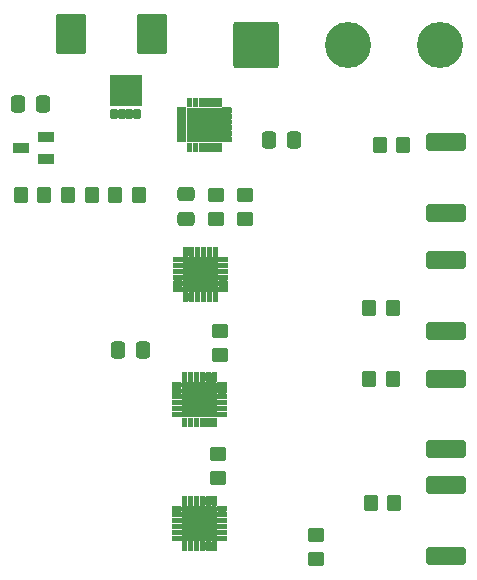
<source format=gbr>
%TF.GenerationSoftware,KiCad,Pcbnew,8.0.6*%
%TF.CreationDate,2024-11-22T22:30:10-05:00*%
%TF.ProjectId,EFUSE2024,45465553-4532-4303-9234-2e6b69636164,rev?*%
%TF.SameCoordinates,Original*%
%TF.FileFunction,Soldermask,Top*%
%TF.FilePolarity,Negative*%
%FSLAX46Y46*%
G04 Gerber Fmt 4.6, Leading zero omitted, Abs format (unit mm)*
G04 Created by KiCad (PCBNEW 8.0.6) date 2024-11-22 22:30:10*
%MOMM*%
%LPD*%
G01*
G04 APERTURE LIST*
G04 Aperture macros list*
%AMRoundRect*
0 Rectangle with rounded corners*
0 $1 Rounding radius*
0 $2 $3 $4 $5 $6 $7 $8 $9 X,Y pos of 4 corners*
0 Add a 4 corners polygon primitive as box body*
4,1,4,$2,$3,$4,$5,$6,$7,$8,$9,$2,$3,0*
0 Add four circle primitives for the rounded corners*
1,1,$1+$1,$2,$3*
1,1,$1+$1,$4,$5*
1,1,$1+$1,$6,$7*
1,1,$1+$1,$8,$9*
0 Add four rect primitives between the rounded corners*
20,1,$1+$1,$2,$3,$4,$5,0*
20,1,$1+$1,$4,$5,$6,$7,0*
20,1,$1+$1,$6,$7,$8,$9,0*
20,1,$1+$1,$8,$9,$2,$3,0*%
G04 Aperture macros list end*
%ADD10C,0.010000*%
%ADD11RoundRect,0.250002X-1.699998X-1.699998X1.699998X-1.699998X1.699998X1.699998X-1.699998X1.699998X0*%
%ADD12C,3.900000*%
%ADD13RoundRect,0.250000X-0.350000X-0.450000X0.350000X-0.450000X0.350000X0.450000X-0.350000X0.450000X0*%
%ADD14RoundRect,0.249999X1.425001X-0.512501X1.425001X0.512501X-1.425001X0.512501X-1.425001X-0.512501X0*%
%ADD15RoundRect,0.250000X0.450000X-0.350000X0.450000X0.350000X-0.450000X0.350000X-0.450000X-0.350000X0*%
%ADD16RoundRect,0.102000X0.250000X-0.315000X0.250000X0.315000X-0.250000X0.315000X-0.250000X-0.315000X0*%
%ADD17RoundRect,0.250000X-0.450000X0.350000X-0.450000X-0.350000X0.450000X-0.350000X0.450000X0.350000X0*%
%ADD18RoundRect,0.250000X-0.475000X0.337500X-0.475000X-0.337500X0.475000X-0.337500X0.475000X0.337500X0*%
%ADD19RoundRect,0.250000X0.337500X0.475000X-0.337500X0.475000X-0.337500X-0.475000X0.337500X-0.475000X0*%
%ADD20RoundRect,0.250000X-0.337500X-0.475000X0.337500X-0.475000X0.337500X0.475000X-0.337500X0.475000X0*%
%ADD21RoundRect,0.102000X-1.145000X-1.560000X1.145000X-1.560000X1.145000X1.560000X-1.145000X1.560000X0*%
%ADD22RoundRect,0.100500X0.616500X0.301500X-0.616500X0.301500X-0.616500X-0.301500X0.616500X-0.301500X0*%
G04 APERTURE END LIST*
D10*
%TO.C,Q1*%
X103700000Y-78825000D02*
X101050000Y-78825000D01*
X101050000Y-76315000D01*
X103700000Y-76315000D01*
X103700000Y-78825000D01*
G36*
X103700000Y-78825000D02*
G01*
X101050000Y-78825000D01*
X101050000Y-76315000D01*
X103700000Y-76315000D01*
X103700000Y-78825000D01*
G37*
%TO.C,U7*%
X107405000Y-79061000D02*
X107408000Y-79061000D01*
X107410000Y-79062000D01*
X107413000Y-79062000D01*
X107415000Y-79063000D01*
X107418000Y-79064000D01*
X107420000Y-79065000D01*
X107422000Y-79067000D01*
X107425000Y-79068000D01*
X107427000Y-79070000D01*
X107429000Y-79071000D01*
X107431000Y-79073000D01*
X107433000Y-79075000D01*
X107435000Y-79077000D01*
X107436000Y-79079000D01*
X107438000Y-79081000D01*
X107439000Y-79083000D01*
X107441000Y-79085000D01*
X107442000Y-79087000D01*
X107443000Y-79090000D01*
X107444000Y-79092000D01*
X107445000Y-79095000D01*
X107446000Y-79097000D01*
X107446000Y-79100000D01*
X107447000Y-79102000D01*
X107447000Y-79105000D01*
X107447000Y-79107000D01*
X107448000Y-79110000D01*
X107447500Y-79390000D01*
X107448000Y-79390000D01*
X107447000Y-79393000D01*
X107447000Y-79395000D01*
X107447000Y-79398000D01*
X107446000Y-79400000D01*
X107446000Y-79403000D01*
X107445000Y-79405000D01*
X107444000Y-79408000D01*
X107443000Y-79410000D01*
X107442000Y-79413000D01*
X107441000Y-79415000D01*
X107439000Y-79417000D01*
X107438000Y-79419000D01*
X107436000Y-79421000D01*
X107435000Y-79423000D01*
X107433000Y-79425000D01*
X107431000Y-79427000D01*
X107429000Y-79429000D01*
X107427000Y-79430000D01*
X107425000Y-79432000D01*
X107422000Y-79433000D01*
X107420000Y-79435000D01*
X107418000Y-79436000D01*
X107415000Y-79437000D01*
X107413000Y-79438000D01*
X107410000Y-79438000D01*
X107408000Y-79439000D01*
X107405000Y-79439000D01*
X107403000Y-79440000D01*
X107400000Y-79440000D01*
X107397000Y-79440000D01*
X106777000Y-79440000D01*
X106775000Y-79440000D01*
X106772000Y-79440000D01*
X106770000Y-79439000D01*
X106767000Y-79439000D01*
X106765000Y-79438000D01*
X106762000Y-79438000D01*
X106760000Y-79437000D01*
X106757000Y-79436000D01*
X106755000Y-79435000D01*
X106752000Y-79433000D01*
X106750000Y-79432000D01*
X106748000Y-79430000D01*
X106746000Y-79429000D01*
X106744000Y-79427000D01*
X106742000Y-79425000D01*
X106740000Y-79423000D01*
X106739000Y-79421000D01*
X106737000Y-79419000D01*
X106736000Y-79417000D01*
X106734000Y-79415000D01*
X106733000Y-79413000D01*
X106732000Y-79410000D01*
X106731000Y-79408000D01*
X106730000Y-79405000D01*
X106729000Y-79403000D01*
X106729000Y-79400000D01*
X106728000Y-79398000D01*
X106728000Y-79395000D01*
X106728000Y-79393000D01*
X106728000Y-79390000D01*
X106728000Y-79110000D01*
X106728000Y-79107000D01*
X106728000Y-79105000D01*
X106728000Y-79102000D01*
X106729000Y-79100000D01*
X106729000Y-79097000D01*
X106730000Y-79095000D01*
X106731000Y-79092000D01*
X106732000Y-79090000D01*
X106733000Y-79087000D01*
X106734000Y-79085000D01*
X106736000Y-79083000D01*
X106737000Y-79081000D01*
X106739000Y-79079000D01*
X106740000Y-79077000D01*
X106742000Y-79075000D01*
X106744000Y-79073000D01*
X106746000Y-79071000D01*
X106748000Y-79070000D01*
X106750000Y-79068000D01*
X106752000Y-79067000D01*
X106755000Y-79065000D01*
X106757000Y-79064000D01*
X106760000Y-79063000D01*
X106762000Y-79062000D01*
X106765000Y-79062000D01*
X106767000Y-79061000D01*
X106770000Y-79061000D01*
X106772000Y-79060000D01*
X106775000Y-79060000D01*
X106777000Y-79060000D01*
X107397000Y-79060000D01*
X107400000Y-79060000D01*
X107403000Y-79060000D01*
X107405000Y-79061000D01*
G36*
X107405000Y-79061000D02*
G01*
X107408000Y-79061000D01*
X107410000Y-79062000D01*
X107413000Y-79062000D01*
X107415000Y-79063000D01*
X107418000Y-79064000D01*
X107420000Y-79065000D01*
X107422000Y-79067000D01*
X107425000Y-79068000D01*
X107427000Y-79070000D01*
X107429000Y-79071000D01*
X107431000Y-79073000D01*
X107433000Y-79075000D01*
X107435000Y-79077000D01*
X107436000Y-79079000D01*
X107438000Y-79081000D01*
X107439000Y-79083000D01*
X107441000Y-79085000D01*
X107442000Y-79087000D01*
X107443000Y-79090000D01*
X107444000Y-79092000D01*
X107445000Y-79095000D01*
X107446000Y-79097000D01*
X107446000Y-79100000D01*
X107447000Y-79102000D01*
X107447000Y-79105000D01*
X107447000Y-79107000D01*
X107448000Y-79110000D01*
X107447500Y-79390000D01*
X107448000Y-79390000D01*
X107447000Y-79393000D01*
X107447000Y-79395000D01*
X107447000Y-79398000D01*
X107446000Y-79400000D01*
X107446000Y-79403000D01*
X107445000Y-79405000D01*
X107444000Y-79408000D01*
X107443000Y-79410000D01*
X107442000Y-79413000D01*
X107441000Y-79415000D01*
X107439000Y-79417000D01*
X107438000Y-79419000D01*
X107436000Y-79421000D01*
X107435000Y-79423000D01*
X107433000Y-79425000D01*
X107431000Y-79427000D01*
X107429000Y-79429000D01*
X107427000Y-79430000D01*
X107425000Y-79432000D01*
X107422000Y-79433000D01*
X107420000Y-79435000D01*
X107418000Y-79436000D01*
X107415000Y-79437000D01*
X107413000Y-79438000D01*
X107410000Y-79438000D01*
X107408000Y-79439000D01*
X107405000Y-79439000D01*
X107403000Y-79440000D01*
X107400000Y-79440000D01*
X107397000Y-79440000D01*
X106777000Y-79440000D01*
X106775000Y-79440000D01*
X106772000Y-79440000D01*
X106770000Y-79439000D01*
X106767000Y-79439000D01*
X106765000Y-79438000D01*
X106762000Y-79438000D01*
X106760000Y-79437000D01*
X106757000Y-79436000D01*
X106755000Y-79435000D01*
X106752000Y-79433000D01*
X106750000Y-79432000D01*
X106748000Y-79430000D01*
X106746000Y-79429000D01*
X106744000Y-79427000D01*
X106742000Y-79425000D01*
X106740000Y-79423000D01*
X106739000Y-79421000D01*
X106737000Y-79419000D01*
X106736000Y-79417000D01*
X106734000Y-79415000D01*
X106733000Y-79413000D01*
X106732000Y-79410000D01*
X106731000Y-79408000D01*
X106730000Y-79405000D01*
X106729000Y-79403000D01*
X106729000Y-79400000D01*
X106728000Y-79398000D01*
X106728000Y-79395000D01*
X106728000Y-79393000D01*
X106728000Y-79390000D01*
X106728000Y-79110000D01*
X106728000Y-79107000D01*
X106728000Y-79105000D01*
X106728000Y-79102000D01*
X106729000Y-79100000D01*
X106729000Y-79097000D01*
X106730000Y-79095000D01*
X106731000Y-79092000D01*
X106732000Y-79090000D01*
X106733000Y-79087000D01*
X106734000Y-79085000D01*
X106736000Y-79083000D01*
X106737000Y-79081000D01*
X106739000Y-79079000D01*
X106740000Y-79077000D01*
X106742000Y-79075000D01*
X106744000Y-79073000D01*
X106746000Y-79071000D01*
X106748000Y-79070000D01*
X106750000Y-79068000D01*
X106752000Y-79067000D01*
X106755000Y-79065000D01*
X106757000Y-79064000D01*
X106760000Y-79063000D01*
X106762000Y-79062000D01*
X106765000Y-79062000D01*
X106767000Y-79061000D01*
X106770000Y-79061000D01*
X106772000Y-79060000D01*
X106775000Y-79060000D01*
X106777000Y-79060000D01*
X107397000Y-79060000D01*
X107400000Y-79060000D01*
X107403000Y-79060000D01*
X107405000Y-79061000D01*
G37*
X107405000Y-79561000D02*
X107408000Y-79561000D01*
X107410000Y-79562000D01*
X107413000Y-79562000D01*
X107415000Y-79563000D01*
X107418000Y-79564000D01*
X107420000Y-79565000D01*
X107422000Y-79567000D01*
X107425000Y-79568000D01*
X107427000Y-79570000D01*
X107429000Y-79571000D01*
X107431000Y-79573000D01*
X107433000Y-79575000D01*
X107435000Y-79577000D01*
X107436000Y-79579000D01*
X107438000Y-79581000D01*
X107439000Y-79583000D01*
X107441000Y-79585000D01*
X107442000Y-79587000D01*
X107443000Y-79590000D01*
X107444000Y-79592000D01*
X107445000Y-79595000D01*
X107446000Y-79597000D01*
X107446000Y-79600000D01*
X107447000Y-79602000D01*
X107447000Y-79605000D01*
X107447000Y-79607000D01*
X107448000Y-79610000D01*
X107447500Y-79890000D01*
X107448000Y-79890000D01*
X107447000Y-79893000D01*
X107447000Y-79895000D01*
X107447000Y-79898000D01*
X107446000Y-79900000D01*
X107446000Y-79903000D01*
X107445000Y-79905000D01*
X107444000Y-79908000D01*
X107443000Y-79910000D01*
X107442000Y-79913000D01*
X107441000Y-79915000D01*
X107439000Y-79917000D01*
X107438000Y-79919000D01*
X107436000Y-79921000D01*
X107435000Y-79923000D01*
X107433000Y-79925000D01*
X107431000Y-79927000D01*
X107429000Y-79929000D01*
X107427000Y-79930000D01*
X107425000Y-79932000D01*
X107422000Y-79933000D01*
X107420000Y-79935000D01*
X107418000Y-79936000D01*
X107415000Y-79937000D01*
X107413000Y-79938000D01*
X107410000Y-79938000D01*
X107408000Y-79939000D01*
X107405000Y-79939000D01*
X107403000Y-79940000D01*
X107400000Y-79940000D01*
X107397000Y-79940000D01*
X106777000Y-79940000D01*
X106775000Y-79940000D01*
X106772000Y-79940000D01*
X106770000Y-79939000D01*
X106767000Y-79939000D01*
X106765000Y-79938000D01*
X106762000Y-79938000D01*
X106760000Y-79937000D01*
X106757000Y-79936000D01*
X106755000Y-79935000D01*
X106752000Y-79933000D01*
X106750000Y-79932000D01*
X106748000Y-79930000D01*
X106746000Y-79929000D01*
X106744000Y-79927000D01*
X106742000Y-79925000D01*
X106740000Y-79923000D01*
X106739000Y-79921000D01*
X106737000Y-79919000D01*
X106736000Y-79917000D01*
X106734000Y-79915000D01*
X106733000Y-79913000D01*
X106732000Y-79910000D01*
X106731000Y-79908000D01*
X106730000Y-79905000D01*
X106729000Y-79903000D01*
X106729000Y-79900000D01*
X106728000Y-79898000D01*
X106728000Y-79895000D01*
X106728000Y-79893000D01*
X106728000Y-79890000D01*
X106728000Y-79610000D01*
X106728000Y-79607000D01*
X106728000Y-79605000D01*
X106728000Y-79602000D01*
X106729000Y-79600000D01*
X106729000Y-79597000D01*
X106730000Y-79595000D01*
X106731000Y-79592000D01*
X106732000Y-79590000D01*
X106733000Y-79587000D01*
X106734000Y-79585000D01*
X106736000Y-79583000D01*
X106737000Y-79581000D01*
X106739000Y-79579000D01*
X106740000Y-79577000D01*
X106742000Y-79575000D01*
X106744000Y-79573000D01*
X106746000Y-79571000D01*
X106748000Y-79570000D01*
X106750000Y-79568000D01*
X106752000Y-79567000D01*
X106755000Y-79565000D01*
X106757000Y-79564000D01*
X106760000Y-79563000D01*
X106762000Y-79562000D01*
X106765000Y-79562000D01*
X106767000Y-79561000D01*
X106770000Y-79561000D01*
X106772000Y-79560000D01*
X106775000Y-79560000D01*
X106777000Y-79560000D01*
X107397000Y-79560000D01*
X107400000Y-79560000D01*
X107403000Y-79560000D01*
X107405000Y-79561000D01*
G36*
X107405000Y-79561000D02*
G01*
X107408000Y-79561000D01*
X107410000Y-79562000D01*
X107413000Y-79562000D01*
X107415000Y-79563000D01*
X107418000Y-79564000D01*
X107420000Y-79565000D01*
X107422000Y-79567000D01*
X107425000Y-79568000D01*
X107427000Y-79570000D01*
X107429000Y-79571000D01*
X107431000Y-79573000D01*
X107433000Y-79575000D01*
X107435000Y-79577000D01*
X107436000Y-79579000D01*
X107438000Y-79581000D01*
X107439000Y-79583000D01*
X107441000Y-79585000D01*
X107442000Y-79587000D01*
X107443000Y-79590000D01*
X107444000Y-79592000D01*
X107445000Y-79595000D01*
X107446000Y-79597000D01*
X107446000Y-79600000D01*
X107447000Y-79602000D01*
X107447000Y-79605000D01*
X107447000Y-79607000D01*
X107448000Y-79610000D01*
X107447500Y-79890000D01*
X107448000Y-79890000D01*
X107447000Y-79893000D01*
X107447000Y-79895000D01*
X107447000Y-79898000D01*
X107446000Y-79900000D01*
X107446000Y-79903000D01*
X107445000Y-79905000D01*
X107444000Y-79908000D01*
X107443000Y-79910000D01*
X107442000Y-79913000D01*
X107441000Y-79915000D01*
X107439000Y-79917000D01*
X107438000Y-79919000D01*
X107436000Y-79921000D01*
X107435000Y-79923000D01*
X107433000Y-79925000D01*
X107431000Y-79927000D01*
X107429000Y-79929000D01*
X107427000Y-79930000D01*
X107425000Y-79932000D01*
X107422000Y-79933000D01*
X107420000Y-79935000D01*
X107418000Y-79936000D01*
X107415000Y-79937000D01*
X107413000Y-79938000D01*
X107410000Y-79938000D01*
X107408000Y-79939000D01*
X107405000Y-79939000D01*
X107403000Y-79940000D01*
X107400000Y-79940000D01*
X107397000Y-79940000D01*
X106777000Y-79940000D01*
X106775000Y-79940000D01*
X106772000Y-79940000D01*
X106770000Y-79939000D01*
X106767000Y-79939000D01*
X106765000Y-79938000D01*
X106762000Y-79938000D01*
X106760000Y-79937000D01*
X106757000Y-79936000D01*
X106755000Y-79935000D01*
X106752000Y-79933000D01*
X106750000Y-79932000D01*
X106748000Y-79930000D01*
X106746000Y-79929000D01*
X106744000Y-79927000D01*
X106742000Y-79925000D01*
X106740000Y-79923000D01*
X106739000Y-79921000D01*
X106737000Y-79919000D01*
X106736000Y-79917000D01*
X106734000Y-79915000D01*
X106733000Y-79913000D01*
X106732000Y-79910000D01*
X106731000Y-79908000D01*
X106730000Y-79905000D01*
X106729000Y-79903000D01*
X106729000Y-79900000D01*
X106728000Y-79898000D01*
X106728000Y-79895000D01*
X106728000Y-79893000D01*
X106728000Y-79890000D01*
X106728000Y-79610000D01*
X106728000Y-79607000D01*
X106728000Y-79605000D01*
X106728000Y-79602000D01*
X106729000Y-79600000D01*
X106729000Y-79597000D01*
X106730000Y-79595000D01*
X106731000Y-79592000D01*
X106732000Y-79590000D01*
X106733000Y-79587000D01*
X106734000Y-79585000D01*
X106736000Y-79583000D01*
X106737000Y-79581000D01*
X106739000Y-79579000D01*
X106740000Y-79577000D01*
X106742000Y-79575000D01*
X106744000Y-79573000D01*
X106746000Y-79571000D01*
X106748000Y-79570000D01*
X106750000Y-79568000D01*
X106752000Y-79567000D01*
X106755000Y-79565000D01*
X106757000Y-79564000D01*
X106760000Y-79563000D01*
X106762000Y-79562000D01*
X106765000Y-79562000D01*
X106767000Y-79561000D01*
X106770000Y-79561000D01*
X106772000Y-79560000D01*
X106775000Y-79560000D01*
X106777000Y-79560000D01*
X107397000Y-79560000D01*
X107400000Y-79560000D01*
X107403000Y-79560000D01*
X107405000Y-79561000D01*
G37*
X107405000Y-80061000D02*
X107408000Y-80061000D01*
X107410000Y-80062000D01*
X107413000Y-80062000D01*
X107415000Y-80063000D01*
X107418000Y-80064000D01*
X107420000Y-80065000D01*
X107422000Y-80067000D01*
X107425000Y-80068000D01*
X107427000Y-80070000D01*
X107429000Y-80071000D01*
X107431000Y-80073000D01*
X107433000Y-80075000D01*
X107435000Y-80077000D01*
X107436000Y-80079000D01*
X107438000Y-80081000D01*
X107439000Y-80083000D01*
X107441000Y-80085000D01*
X107442000Y-80087000D01*
X107443000Y-80090000D01*
X107444000Y-80092000D01*
X107445000Y-80095000D01*
X107446000Y-80097000D01*
X107446000Y-80100000D01*
X107447000Y-80102000D01*
X107447000Y-80105000D01*
X107447000Y-80107000D01*
X107448000Y-80110000D01*
X107447500Y-80390000D01*
X107448000Y-80390000D01*
X107447000Y-80393000D01*
X107447000Y-80395000D01*
X107447000Y-80398000D01*
X107446000Y-80400000D01*
X107446000Y-80403000D01*
X107445000Y-80405000D01*
X107444000Y-80408000D01*
X107443000Y-80410000D01*
X107442000Y-80413000D01*
X107441000Y-80415000D01*
X107439000Y-80417000D01*
X107438000Y-80419000D01*
X107436000Y-80421000D01*
X107435000Y-80423000D01*
X107433000Y-80425000D01*
X107431000Y-80427000D01*
X107429000Y-80429000D01*
X107427000Y-80430000D01*
X107425000Y-80432000D01*
X107422000Y-80433000D01*
X107420000Y-80435000D01*
X107418000Y-80436000D01*
X107415000Y-80437000D01*
X107413000Y-80438000D01*
X107410000Y-80438000D01*
X107408000Y-80439000D01*
X107405000Y-80439000D01*
X107403000Y-80440000D01*
X107400000Y-80440000D01*
X107397000Y-80440000D01*
X106777000Y-80440000D01*
X106775000Y-80440000D01*
X106772000Y-80440000D01*
X106770000Y-80439000D01*
X106767000Y-80439000D01*
X106765000Y-80438000D01*
X106762000Y-80438000D01*
X106760000Y-80437000D01*
X106757000Y-80436000D01*
X106755000Y-80435000D01*
X106752000Y-80433000D01*
X106750000Y-80432000D01*
X106748000Y-80430000D01*
X106746000Y-80429000D01*
X106744000Y-80427000D01*
X106742000Y-80425000D01*
X106740000Y-80423000D01*
X106739000Y-80421000D01*
X106737000Y-80419000D01*
X106736000Y-80417000D01*
X106734000Y-80415000D01*
X106733000Y-80413000D01*
X106732000Y-80410000D01*
X106731000Y-80408000D01*
X106730000Y-80405000D01*
X106729000Y-80403000D01*
X106729000Y-80400000D01*
X106728000Y-80398000D01*
X106728000Y-80395000D01*
X106728000Y-80393000D01*
X106728000Y-80390000D01*
X106728000Y-80110000D01*
X106728000Y-80107000D01*
X106728000Y-80105000D01*
X106728000Y-80102000D01*
X106729000Y-80100000D01*
X106729000Y-80097000D01*
X106730000Y-80095000D01*
X106731000Y-80092000D01*
X106732000Y-80090000D01*
X106733000Y-80087000D01*
X106734000Y-80085000D01*
X106736000Y-80083000D01*
X106737000Y-80081000D01*
X106739000Y-80079000D01*
X106740000Y-80077000D01*
X106742000Y-80075000D01*
X106744000Y-80073000D01*
X106746000Y-80071000D01*
X106748000Y-80070000D01*
X106750000Y-80068000D01*
X106752000Y-80067000D01*
X106755000Y-80065000D01*
X106757000Y-80064000D01*
X106760000Y-80063000D01*
X106762000Y-80062000D01*
X106765000Y-80062000D01*
X106767000Y-80061000D01*
X106770000Y-80061000D01*
X106772000Y-80060000D01*
X106775000Y-80060000D01*
X106777000Y-80060000D01*
X107397000Y-80060000D01*
X107400000Y-80060000D01*
X107403000Y-80060000D01*
X107405000Y-80061000D01*
G36*
X107405000Y-80061000D02*
G01*
X107408000Y-80061000D01*
X107410000Y-80062000D01*
X107413000Y-80062000D01*
X107415000Y-80063000D01*
X107418000Y-80064000D01*
X107420000Y-80065000D01*
X107422000Y-80067000D01*
X107425000Y-80068000D01*
X107427000Y-80070000D01*
X107429000Y-80071000D01*
X107431000Y-80073000D01*
X107433000Y-80075000D01*
X107435000Y-80077000D01*
X107436000Y-80079000D01*
X107438000Y-80081000D01*
X107439000Y-80083000D01*
X107441000Y-80085000D01*
X107442000Y-80087000D01*
X107443000Y-80090000D01*
X107444000Y-80092000D01*
X107445000Y-80095000D01*
X107446000Y-80097000D01*
X107446000Y-80100000D01*
X107447000Y-80102000D01*
X107447000Y-80105000D01*
X107447000Y-80107000D01*
X107448000Y-80110000D01*
X107447500Y-80390000D01*
X107448000Y-80390000D01*
X107447000Y-80393000D01*
X107447000Y-80395000D01*
X107447000Y-80398000D01*
X107446000Y-80400000D01*
X107446000Y-80403000D01*
X107445000Y-80405000D01*
X107444000Y-80408000D01*
X107443000Y-80410000D01*
X107442000Y-80413000D01*
X107441000Y-80415000D01*
X107439000Y-80417000D01*
X107438000Y-80419000D01*
X107436000Y-80421000D01*
X107435000Y-80423000D01*
X107433000Y-80425000D01*
X107431000Y-80427000D01*
X107429000Y-80429000D01*
X107427000Y-80430000D01*
X107425000Y-80432000D01*
X107422000Y-80433000D01*
X107420000Y-80435000D01*
X107418000Y-80436000D01*
X107415000Y-80437000D01*
X107413000Y-80438000D01*
X107410000Y-80438000D01*
X107408000Y-80439000D01*
X107405000Y-80439000D01*
X107403000Y-80440000D01*
X107400000Y-80440000D01*
X107397000Y-80440000D01*
X106777000Y-80440000D01*
X106775000Y-80440000D01*
X106772000Y-80440000D01*
X106770000Y-80439000D01*
X106767000Y-80439000D01*
X106765000Y-80438000D01*
X106762000Y-80438000D01*
X106760000Y-80437000D01*
X106757000Y-80436000D01*
X106755000Y-80435000D01*
X106752000Y-80433000D01*
X106750000Y-80432000D01*
X106748000Y-80430000D01*
X106746000Y-80429000D01*
X106744000Y-80427000D01*
X106742000Y-80425000D01*
X106740000Y-80423000D01*
X106739000Y-80421000D01*
X106737000Y-80419000D01*
X106736000Y-80417000D01*
X106734000Y-80415000D01*
X106733000Y-80413000D01*
X106732000Y-80410000D01*
X106731000Y-80408000D01*
X106730000Y-80405000D01*
X106729000Y-80403000D01*
X106729000Y-80400000D01*
X106728000Y-80398000D01*
X106728000Y-80395000D01*
X106728000Y-80393000D01*
X106728000Y-80390000D01*
X106728000Y-80110000D01*
X106728000Y-80107000D01*
X106728000Y-80105000D01*
X106728000Y-80102000D01*
X106729000Y-80100000D01*
X106729000Y-80097000D01*
X106730000Y-80095000D01*
X106731000Y-80092000D01*
X106732000Y-80090000D01*
X106733000Y-80087000D01*
X106734000Y-80085000D01*
X106736000Y-80083000D01*
X106737000Y-80081000D01*
X106739000Y-80079000D01*
X106740000Y-80077000D01*
X106742000Y-80075000D01*
X106744000Y-80073000D01*
X106746000Y-80071000D01*
X106748000Y-80070000D01*
X106750000Y-80068000D01*
X106752000Y-80067000D01*
X106755000Y-80065000D01*
X106757000Y-80064000D01*
X106760000Y-80063000D01*
X106762000Y-80062000D01*
X106765000Y-80062000D01*
X106767000Y-80061000D01*
X106770000Y-80061000D01*
X106772000Y-80060000D01*
X106775000Y-80060000D01*
X106777000Y-80060000D01*
X107397000Y-80060000D01*
X107400000Y-80060000D01*
X107403000Y-80060000D01*
X107405000Y-80061000D01*
G37*
X107405000Y-80561000D02*
X107408000Y-80561000D01*
X107410000Y-80562000D01*
X107413000Y-80562000D01*
X107415000Y-80563000D01*
X107418000Y-80564000D01*
X107420000Y-80565000D01*
X107422000Y-80567000D01*
X107425000Y-80568000D01*
X107427000Y-80570000D01*
X107429000Y-80571000D01*
X107431000Y-80573000D01*
X107433000Y-80575000D01*
X107435000Y-80577000D01*
X107436000Y-80579000D01*
X107438000Y-80581000D01*
X107439000Y-80583000D01*
X107441000Y-80585000D01*
X107442000Y-80587000D01*
X107443000Y-80590000D01*
X107444000Y-80592000D01*
X107445000Y-80595000D01*
X107446000Y-80597000D01*
X107446000Y-80600000D01*
X107447000Y-80602000D01*
X107447000Y-80605000D01*
X107447000Y-80607000D01*
X107448000Y-80610000D01*
X107447500Y-80890000D01*
X107448000Y-80890000D01*
X107447000Y-80893000D01*
X107447000Y-80895000D01*
X107447000Y-80898000D01*
X107446000Y-80900000D01*
X107446000Y-80903000D01*
X107445000Y-80905000D01*
X107444000Y-80908000D01*
X107443000Y-80910000D01*
X107442000Y-80913000D01*
X107441000Y-80915000D01*
X107439000Y-80917000D01*
X107438000Y-80919000D01*
X107436000Y-80921000D01*
X107435000Y-80923000D01*
X107433000Y-80925000D01*
X107431000Y-80927000D01*
X107429000Y-80929000D01*
X107427000Y-80930000D01*
X107425000Y-80932000D01*
X107422000Y-80933000D01*
X107420000Y-80935000D01*
X107418000Y-80936000D01*
X107415000Y-80937000D01*
X107413000Y-80938000D01*
X107410000Y-80938000D01*
X107408000Y-80939000D01*
X107405000Y-80939000D01*
X107403000Y-80940000D01*
X107400000Y-80940000D01*
X107397000Y-80940000D01*
X106777000Y-80940000D01*
X106775000Y-80940000D01*
X106772000Y-80940000D01*
X106770000Y-80939000D01*
X106767000Y-80939000D01*
X106765000Y-80938000D01*
X106762000Y-80938000D01*
X106760000Y-80937000D01*
X106757000Y-80936000D01*
X106755000Y-80935000D01*
X106752000Y-80933000D01*
X106750000Y-80932000D01*
X106748000Y-80930000D01*
X106746000Y-80929000D01*
X106744000Y-80927000D01*
X106742000Y-80925000D01*
X106740000Y-80923000D01*
X106739000Y-80921000D01*
X106737000Y-80919000D01*
X106736000Y-80917000D01*
X106734000Y-80915000D01*
X106733000Y-80913000D01*
X106732000Y-80910000D01*
X106731000Y-80908000D01*
X106730000Y-80905000D01*
X106729000Y-80903000D01*
X106729000Y-80900000D01*
X106728000Y-80898000D01*
X106728000Y-80895000D01*
X106728000Y-80893000D01*
X106728000Y-80890000D01*
X106728000Y-80610000D01*
X106728000Y-80607000D01*
X106728000Y-80605000D01*
X106728000Y-80602000D01*
X106729000Y-80600000D01*
X106729000Y-80597000D01*
X106730000Y-80595000D01*
X106731000Y-80592000D01*
X106732000Y-80590000D01*
X106733000Y-80587000D01*
X106734000Y-80585000D01*
X106736000Y-80583000D01*
X106737000Y-80581000D01*
X106739000Y-80579000D01*
X106740000Y-80577000D01*
X106742000Y-80575000D01*
X106744000Y-80573000D01*
X106746000Y-80571000D01*
X106748000Y-80570000D01*
X106750000Y-80568000D01*
X106752000Y-80567000D01*
X106755000Y-80565000D01*
X106757000Y-80564000D01*
X106760000Y-80563000D01*
X106762000Y-80562000D01*
X106765000Y-80562000D01*
X106767000Y-80561000D01*
X106770000Y-80561000D01*
X106772000Y-80560000D01*
X106775000Y-80560000D01*
X106777000Y-80560000D01*
X107397000Y-80560000D01*
X107400000Y-80560000D01*
X107403000Y-80560000D01*
X107405000Y-80561000D01*
G36*
X107405000Y-80561000D02*
G01*
X107408000Y-80561000D01*
X107410000Y-80562000D01*
X107413000Y-80562000D01*
X107415000Y-80563000D01*
X107418000Y-80564000D01*
X107420000Y-80565000D01*
X107422000Y-80567000D01*
X107425000Y-80568000D01*
X107427000Y-80570000D01*
X107429000Y-80571000D01*
X107431000Y-80573000D01*
X107433000Y-80575000D01*
X107435000Y-80577000D01*
X107436000Y-80579000D01*
X107438000Y-80581000D01*
X107439000Y-80583000D01*
X107441000Y-80585000D01*
X107442000Y-80587000D01*
X107443000Y-80590000D01*
X107444000Y-80592000D01*
X107445000Y-80595000D01*
X107446000Y-80597000D01*
X107446000Y-80600000D01*
X107447000Y-80602000D01*
X107447000Y-80605000D01*
X107447000Y-80607000D01*
X107448000Y-80610000D01*
X107447500Y-80890000D01*
X107448000Y-80890000D01*
X107447000Y-80893000D01*
X107447000Y-80895000D01*
X107447000Y-80898000D01*
X107446000Y-80900000D01*
X107446000Y-80903000D01*
X107445000Y-80905000D01*
X107444000Y-80908000D01*
X107443000Y-80910000D01*
X107442000Y-80913000D01*
X107441000Y-80915000D01*
X107439000Y-80917000D01*
X107438000Y-80919000D01*
X107436000Y-80921000D01*
X107435000Y-80923000D01*
X107433000Y-80925000D01*
X107431000Y-80927000D01*
X107429000Y-80929000D01*
X107427000Y-80930000D01*
X107425000Y-80932000D01*
X107422000Y-80933000D01*
X107420000Y-80935000D01*
X107418000Y-80936000D01*
X107415000Y-80937000D01*
X107413000Y-80938000D01*
X107410000Y-80938000D01*
X107408000Y-80939000D01*
X107405000Y-80939000D01*
X107403000Y-80940000D01*
X107400000Y-80940000D01*
X107397000Y-80940000D01*
X106777000Y-80940000D01*
X106775000Y-80940000D01*
X106772000Y-80940000D01*
X106770000Y-80939000D01*
X106767000Y-80939000D01*
X106765000Y-80938000D01*
X106762000Y-80938000D01*
X106760000Y-80937000D01*
X106757000Y-80936000D01*
X106755000Y-80935000D01*
X106752000Y-80933000D01*
X106750000Y-80932000D01*
X106748000Y-80930000D01*
X106746000Y-80929000D01*
X106744000Y-80927000D01*
X106742000Y-80925000D01*
X106740000Y-80923000D01*
X106739000Y-80921000D01*
X106737000Y-80919000D01*
X106736000Y-80917000D01*
X106734000Y-80915000D01*
X106733000Y-80913000D01*
X106732000Y-80910000D01*
X106731000Y-80908000D01*
X106730000Y-80905000D01*
X106729000Y-80903000D01*
X106729000Y-80900000D01*
X106728000Y-80898000D01*
X106728000Y-80895000D01*
X106728000Y-80893000D01*
X106728000Y-80890000D01*
X106728000Y-80610000D01*
X106728000Y-80607000D01*
X106728000Y-80605000D01*
X106728000Y-80602000D01*
X106729000Y-80600000D01*
X106729000Y-80597000D01*
X106730000Y-80595000D01*
X106731000Y-80592000D01*
X106732000Y-80590000D01*
X106733000Y-80587000D01*
X106734000Y-80585000D01*
X106736000Y-80583000D01*
X106737000Y-80581000D01*
X106739000Y-80579000D01*
X106740000Y-80577000D01*
X106742000Y-80575000D01*
X106744000Y-80573000D01*
X106746000Y-80571000D01*
X106748000Y-80570000D01*
X106750000Y-80568000D01*
X106752000Y-80567000D01*
X106755000Y-80565000D01*
X106757000Y-80564000D01*
X106760000Y-80563000D01*
X106762000Y-80562000D01*
X106765000Y-80562000D01*
X106767000Y-80561000D01*
X106770000Y-80561000D01*
X106772000Y-80560000D01*
X106775000Y-80560000D01*
X106777000Y-80560000D01*
X107397000Y-80560000D01*
X107400000Y-80560000D01*
X107403000Y-80560000D01*
X107405000Y-80561000D01*
G37*
X107405000Y-81061000D02*
X107408000Y-81061000D01*
X107410000Y-81062000D01*
X107413000Y-81062000D01*
X107415000Y-81063000D01*
X107418000Y-81064000D01*
X107420000Y-81065000D01*
X107422000Y-81067000D01*
X107425000Y-81068000D01*
X107427000Y-81070000D01*
X107429000Y-81071000D01*
X107431000Y-81073000D01*
X107433000Y-81075000D01*
X107435000Y-81077000D01*
X107436000Y-81079000D01*
X107438000Y-81081000D01*
X107439000Y-81083000D01*
X107441000Y-81085000D01*
X107442000Y-81087000D01*
X107443000Y-81090000D01*
X107444000Y-81092000D01*
X107445000Y-81095000D01*
X107446000Y-81097000D01*
X107446000Y-81100000D01*
X107447000Y-81102000D01*
X107447000Y-81105000D01*
X107447000Y-81107000D01*
X107448000Y-81110000D01*
X107447500Y-81390000D01*
X107448000Y-81390000D01*
X107447000Y-81393000D01*
X107447000Y-81395000D01*
X107447000Y-81398000D01*
X107446000Y-81400000D01*
X107446000Y-81403000D01*
X107445000Y-81405000D01*
X107444000Y-81408000D01*
X107443000Y-81410000D01*
X107442000Y-81413000D01*
X107441000Y-81415000D01*
X107439000Y-81417000D01*
X107438000Y-81419000D01*
X107436000Y-81421000D01*
X107435000Y-81423000D01*
X107433000Y-81425000D01*
X107431000Y-81427000D01*
X107429000Y-81429000D01*
X107427000Y-81430000D01*
X107425000Y-81432000D01*
X107422000Y-81433000D01*
X107420000Y-81435000D01*
X107418000Y-81436000D01*
X107415000Y-81437000D01*
X107413000Y-81438000D01*
X107410000Y-81438000D01*
X107408000Y-81439000D01*
X107405000Y-81439000D01*
X107403000Y-81440000D01*
X107400000Y-81440000D01*
X107397000Y-81440000D01*
X106777000Y-81440000D01*
X106775000Y-81440000D01*
X106772000Y-81440000D01*
X106770000Y-81439000D01*
X106767000Y-81439000D01*
X106765000Y-81438000D01*
X106762000Y-81438000D01*
X106760000Y-81437000D01*
X106757000Y-81436000D01*
X106755000Y-81435000D01*
X106752000Y-81433000D01*
X106750000Y-81432000D01*
X106748000Y-81430000D01*
X106746000Y-81429000D01*
X106744000Y-81427000D01*
X106742000Y-81425000D01*
X106740000Y-81423000D01*
X106739000Y-81421000D01*
X106737000Y-81419000D01*
X106736000Y-81417000D01*
X106734000Y-81415000D01*
X106733000Y-81413000D01*
X106732000Y-81410000D01*
X106731000Y-81408000D01*
X106730000Y-81405000D01*
X106729000Y-81403000D01*
X106729000Y-81400000D01*
X106728000Y-81398000D01*
X106728000Y-81395000D01*
X106728000Y-81393000D01*
X106728000Y-81390000D01*
X106728000Y-81110000D01*
X106728000Y-81107000D01*
X106728000Y-81105000D01*
X106728000Y-81102000D01*
X106729000Y-81100000D01*
X106729000Y-81097000D01*
X106730000Y-81095000D01*
X106731000Y-81092000D01*
X106732000Y-81090000D01*
X106733000Y-81087000D01*
X106734000Y-81085000D01*
X106736000Y-81083000D01*
X106737000Y-81081000D01*
X106739000Y-81079000D01*
X106740000Y-81077000D01*
X106742000Y-81075000D01*
X106744000Y-81073000D01*
X106746000Y-81071000D01*
X106748000Y-81070000D01*
X106750000Y-81068000D01*
X106752000Y-81067000D01*
X106755000Y-81065000D01*
X106757000Y-81064000D01*
X106760000Y-81063000D01*
X106762000Y-81062000D01*
X106765000Y-81062000D01*
X106767000Y-81061000D01*
X106770000Y-81061000D01*
X106772000Y-81060000D01*
X106775000Y-81060000D01*
X106777000Y-81060000D01*
X107397000Y-81060000D01*
X107400000Y-81060000D01*
X107403000Y-81060000D01*
X107405000Y-81061000D01*
G36*
X107405000Y-81061000D02*
G01*
X107408000Y-81061000D01*
X107410000Y-81062000D01*
X107413000Y-81062000D01*
X107415000Y-81063000D01*
X107418000Y-81064000D01*
X107420000Y-81065000D01*
X107422000Y-81067000D01*
X107425000Y-81068000D01*
X107427000Y-81070000D01*
X107429000Y-81071000D01*
X107431000Y-81073000D01*
X107433000Y-81075000D01*
X107435000Y-81077000D01*
X107436000Y-81079000D01*
X107438000Y-81081000D01*
X107439000Y-81083000D01*
X107441000Y-81085000D01*
X107442000Y-81087000D01*
X107443000Y-81090000D01*
X107444000Y-81092000D01*
X107445000Y-81095000D01*
X107446000Y-81097000D01*
X107446000Y-81100000D01*
X107447000Y-81102000D01*
X107447000Y-81105000D01*
X107447000Y-81107000D01*
X107448000Y-81110000D01*
X107447500Y-81390000D01*
X107448000Y-81390000D01*
X107447000Y-81393000D01*
X107447000Y-81395000D01*
X107447000Y-81398000D01*
X107446000Y-81400000D01*
X107446000Y-81403000D01*
X107445000Y-81405000D01*
X107444000Y-81408000D01*
X107443000Y-81410000D01*
X107442000Y-81413000D01*
X107441000Y-81415000D01*
X107439000Y-81417000D01*
X107438000Y-81419000D01*
X107436000Y-81421000D01*
X107435000Y-81423000D01*
X107433000Y-81425000D01*
X107431000Y-81427000D01*
X107429000Y-81429000D01*
X107427000Y-81430000D01*
X107425000Y-81432000D01*
X107422000Y-81433000D01*
X107420000Y-81435000D01*
X107418000Y-81436000D01*
X107415000Y-81437000D01*
X107413000Y-81438000D01*
X107410000Y-81438000D01*
X107408000Y-81439000D01*
X107405000Y-81439000D01*
X107403000Y-81440000D01*
X107400000Y-81440000D01*
X107397000Y-81440000D01*
X106777000Y-81440000D01*
X106775000Y-81440000D01*
X106772000Y-81440000D01*
X106770000Y-81439000D01*
X106767000Y-81439000D01*
X106765000Y-81438000D01*
X106762000Y-81438000D01*
X106760000Y-81437000D01*
X106757000Y-81436000D01*
X106755000Y-81435000D01*
X106752000Y-81433000D01*
X106750000Y-81432000D01*
X106748000Y-81430000D01*
X106746000Y-81429000D01*
X106744000Y-81427000D01*
X106742000Y-81425000D01*
X106740000Y-81423000D01*
X106739000Y-81421000D01*
X106737000Y-81419000D01*
X106736000Y-81417000D01*
X106734000Y-81415000D01*
X106733000Y-81413000D01*
X106732000Y-81410000D01*
X106731000Y-81408000D01*
X106730000Y-81405000D01*
X106729000Y-81403000D01*
X106729000Y-81400000D01*
X106728000Y-81398000D01*
X106728000Y-81395000D01*
X106728000Y-81393000D01*
X106728000Y-81390000D01*
X106728000Y-81110000D01*
X106728000Y-81107000D01*
X106728000Y-81105000D01*
X106728000Y-81102000D01*
X106729000Y-81100000D01*
X106729000Y-81097000D01*
X106730000Y-81095000D01*
X106731000Y-81092000D01*
X106732000Y-81090000D01*
X106733000Y-81087000D01*
X106734000Y-81085000D01*
X106736000Y-81083000D01*
X106737000Y-81081000D01*
X106739000Y-81079000D01*
X106740000Y-81077000D01*
X106742000Y-81075000D01*
X106744000Y-81073000D01*
X106746000Y-81071000D01*
X106748000Y-81070000D01*
X106750000Y-81068000D01*
X106752000Y-81067000D01*
X106755000Y-81065000D01*
X106757000Y-81064000D01*
X106760000Y-81063000D01*
X106762000Y-81062000D01*
X106765000Y-81062000D01*
X106767000Y-81061000D01*
X106770000Y-81061000D01*
X106772000Y-81060000D01*
X106775000Y-81060000D01*
X106777000Y-81060000D01*
X107397000Y-81060000D01*
X107400000Y-81060000D01*
X107403000Y-81060000D01*
X107405000Y-81061000D01*
G37*
X107405000Y-81561000D02*
X107408000Y-81561000D01*
X107410000Y-81562000D01*
X107413000Y-81562000D01*
X107415000Y-81563000D01*
X107418000Y-81564000D01*
X107420000Y-81565000D01*
X107422000Y-81567000D01*
X107425000Y-81568000D01*
X107427000Y-81570000D01*
X107429000Y-81571000D01*
X107431000Y-81573000D01*
X107433000Y-81575000D01*
X107435000Y-81577000D01*
X107436000Y-81579000D01*
X107438000Y-81581000D01*
X107439000Y-81583000D01*
X107441000Y-81585000D01*
X107442000Y-81587000D01*
X107443000Y-81590000D01*
X107444000Y-81592000D01*
X107445000Y-81595000D01*
X107446000Y-81597000D01*
X107446000Y-81600000D01*
X107447000Y-81602000D01*
X107447000Y-81605000D01*
X107447000Y-81607000D01*
X107448000Y-81610000D01*
X107447500Y-81890000D01*
X107448000Y-81890000D01*
X107447000Y-81893000D01*
X107447000Y-81895000D01*
X107447000Y-81898000D01*
X107446000Y-81900000D01*
X107446000Y-81903000D01*
X107445000Y-81905000D01*
X107444000Y-81908000D01*
X107443000Y-81910000D01*
X107442000Y-81913000D01*
X107441000Y-81915000D01*
X107439000Y-81917000D01*
X107438000Y-81919000D01*
X107436000Y-81921000D01*
X107435000Y-81923000D01*
X107433000Y-81925000D01*
X107431000Y-81927000D01*
X107429000Y-81929000D01*
X107427000Y-81930000D01*
X107425000Y-81932000D01*
X107422000Y-81933000D01*
X107420000Y-81935000D01*
X107418000Y-81936000D01*
X107415000Y-81937000D01*
X107413000Y-81938000D01*
X107410000Y-81938000D01*
X107408000Y-81939000D01*
X107405000Y-81939000D01*
X107403000Y-81940000D01*
X107400000Y-81940000D01*
X107397000Y-81940000D01*
X106777000Y-81940000D01*
X106775000Y-81940000D01*
X106772000Y-81940000D01*
X106770000Y-81939000D01*
X106767000Y-81939000D01*
X106765000Y-81938000D01*
X106762000Y-81938000D01*
X106760000Y-81937000D01*
X106757000Y-81936000D01*
X106755000Y-81935000D01*
X106752000Y-81933000D01*
X106750000Y-81932000D01*
X106748000Y-81930000D01*
X106746000Y-81929000D01*
X106744000Y-81927000D01*
X106742000Y-81925000D01*
X106740000Y-81923000D01*
X106739000Y-81921000D01*
X106737000Y-81919000D01*
X106736000Y-81917000D01*
X106734000Y-81915000D01*
X106733000Y-81913000D01*
X106732000Y-81910000D01*
X106731000Y-81908000D01*
X106730000Y-81905000D01*
X106729000Y-81903000D01*
X106729000Y-81900000D01*
X106728000Y-81898000D01*
X106728000Y-81895000D01*
X106728000Y-81893000D01*
X106728000Y-81890000D01*
X106728000Y-81610000D01*
X106728000Y-81607000D01*
X106728000Y-81605000D01*
X106728000Y-81602000D01*
X106729000Y-81600000D01*
X106729000Y-81597000D01*
X106730000Y-81595000D01*
X106731000Y-81592000D01*
X106732000Y-81590000D01*
X106733000Y-81587000D01*
X106734000Y-81585000D01*
X106736000Y-81583000D01*
X106737000Y-81581000D01*
X106739000Y-81579000D01*
X106740000Y-81577000D01*
X106742000Y-81575000D01*
X106744000Y-81573000D01*
X106746000Y-81571000D01*
X106748000Y-81570000D01*
X106750000Y-81568000D01*
X106752000Y-81567000D01*
X106755000Y-81565000D01*
X106757000Y-81564000D01*
X106760000Y-81563000D01*
X106762000Y-81562000D01*
X106765000Y-81562000D01*
X106767000Y-81561000D01*
X106770000Y-81561000D01*
X106772000Y-81560000D01*
X106775000Y-81560000D01*
X106777000Y-81560000D01*
X107397000Y-81560000D01*
X107400000Y-81560000D01*
X107403000Y-81560000D01*
X107405000Y-81561000D01*
G36*
X107405000Y-81561000D02*
G01*
X107408000Y-81561000D01*
X107410000Y-81562000D01*
X107413000Y-81562000D01*
X107415000Y-81563000D01*
X107418000Y-81564000D01*
X107420000Y-81565000D01*
X107422000Y-81567000D01*
X107425000Y-81568000D01*
X107427000Y-81570000D01*
X107429000Y-81571000D01*
X107431000Y-81573000D01*
X107433000Y-81575000D01*
X107435000Y-81577000D01*
X107436000Y-81579000D01*
X107438000Y-81581000D01*
X107439000Y-81583000D01*
X107441000Y-81585000D01*
X107442000Y-81587000D01*
X107443000Y-81590000D01*
X107444000Y-81592000D01*
X107445000Y-81595000D01*
X107446000Y-81597000D01*
X107446000Y-81600000D01*
X107447000Y-81602000D01*
X107447000Y-81605000D01*
X107447000Y-81607000D01*
X107448000Y-81610000D01*
X107447500Y-81890000D01*
X107448000Y-81890000D01*
X107447000Y-81893000D01*
X107447000Y-81895000D01*
X107447000Y-81898000D01*
X107446000Y-81900000D01*
X107446000Y-81903000D01*
X107445000Y-81905000D01*
X107444000Y-81908000D01*
X107443000Y-81910000D01*
X107442000Y-81913000D01*
X107441000Y-81915000D01*
X107439000Y-81917000D01*
X107438000Y-81919000D01*
X107436000Y-81921000D01*
X107435000Y-81923000D01*
X107433000Y-81925000D01*
X107431000Y-81927000D01*
X107429000Y-81929000D01*
X107427000Y-81930000D01*
X107425000Y-81932000D01*
X107422000Y-81933000D01*
X107420000Y-81935000D01*
X107418000Y-81936000D01*
X107415000Y-81937000D01*
X107413000Y-81938000D01*
X107410000Y-81938000D01*
X107408000Y-81939000D01*
X107405000Y-81939000D01*
X107403000Y-81940000D01*
X107400000Y-81940000D01*
X107397000Y-81940000D01*
X106777000Y-81940000D01*
X106775000Y-81940000D01*
X106772000Y-81940000D01*
X106770000Y-81939000D01*
X106767000Y-81939000D01*
X106765000Y-81938000D01*
X106762000Y-81938000D01*
X106760000Y-81937000D01*
X106757000Y-81936000D01*
X106755000Y-81935000D01*
X106752000Y-81933000D01*
X106750000Y-81932000D01*
X106748000Y-81930000D01*
X106746000Y-81929000D01*
X106744000Y-81927000D01*
X106742000Y-81925000D01*
X106740000Y-81923000D01*
X106739000Y-81921000D01*
X106737000Y-81919000D01*
X106736000Y-81917000D01*
X106734000Y-81915000D01*
X106733000Y-81913000D01*
X106732000Y-81910000D01*
X106731000Y-81908000D01*
X106730000Y-81905000D01*
X106729000Y-81903000D01*
X106729000Y-81900000D01*
X106728000Y-81898000D01*
X106728000Y-81895000D01*
X106728000Y-81893000D01*
X106728000Y-81890000D01*
X106728000Y-81610000D01*
X106728000Y-81607000D01*
X106728000Y-81605000D01*
X106728000Y-81602000D01*
X106729000Y-81600000D01*
X106729000Y-81597000D01*
X106730000Y-81595000D01*
X106731000Y-81592000D01*
X106732000Y-81590000D01*
X106733000Y-81587000D01*
X106734000Y-81585000D01*
X106736000Y-81583000D01*
X106737000Y-81581000D01*
X106739000Y-81579000D01*
X106740000Y-81577000D01*
X106742000Y-81575000D01*
X106744000Y-81573000D01*
X106746000Y-81571000D01*
X106748000Y-81570000D01*
X106750000Y-81568000D01*
X106752000Y-81567000D01*
X106755000Y-81565000D01*
X106757000Y-81564000D01*
X106760000Y-81563000D01*
X106762000Y-81562000D01*
X106765000Y-81562000D01*
X106767000Y-81561000D01*
X106770000Y-81561000D01*
X106772000Y-81560000D01*
X106775000Y-81560000D01*
X106777000Y-81560000D01*
X107397000Y-81560000D01*
X107400000Y-81560000D01*
X107403000Y-81560000D01*
X107405000Y-81561000D01*
G37*
X107890000Y-78228000D02*
X107893000Y-78228000D01*
X107895000Y-78228000D01*
X107898000Y-78228000D01*
X107900000Y-78229000D01*
X107903000Y-78229000D01*
X107905000Y-78230000D01*
X107908000Y-78231000D01*
X107910000Y-78232000D01*
X107913000Y-78233000D01*
X107915000Y-78234000D01*
X107917000Y-78236000D01*
X107919000Y-78237000D01*
X107921000Y-78239000D01*
X107923000Y-78240000D01*
X107925000Y-78242000D01*
X107927000Y-78244000D01*
X107929000Y-78246000D01*
X107930000Y-78248000D01*
X107932000Y-78250000D01*
X107933000Y-78252000D01*
X107935000Y-78255000D01*
X107936000Y-78257000D01*
X107937000Y-78260000D01*
X107938000Y-78262000D01*
X107938000Y-78265000D01*
X107939000Y-78267000D01*
X107939000Y-78270000D01*
X107940000Y-78272000D01*
X107940000Y-78275000D01*
X107940000Y-78277000D01*
X107940000Y-78897000D01*
X107940000Y-78900000D01*
X107940000Y-78903000D01*
X107939000Y-78905000D01*
X107939000Y-78908000D01*
X107938000Y-78910000D01*
X107938000Y-78913000D01*
X107937000Y-78915000D01*
X107936000Y-78918000D01*
X107935000Y-78920000D01*
X107933000Y-78922000D01*
X107932000Y-78925000D01*
X107930000Y-78927000D01*
X107929000Y-78929000D01*
X107927000Y-78931000D01*
X107925000Y-78933000D01*
X107923000Y-78935000D01*
X107921000Y-78936000D01*
X107919000Y-78938000D01*
X107917000Y-78939000D01*
X107915000Y-78941000D01*
X107913000Y-78942000D01*
X107910000Y-78943000D01*
X107908000Y-78944000D01*
X107905000Y-78945000D01*
X107903000Y-78946000D01*
X107900000Y-78946000D01*
X107898000Y-78947000D01*
X107895000Y-78947000D01*
X107893000Y-78947000D01*
X107890000Y-78948000D01*
X107610000Y-78948000D01*
X107607000Y-78947000D01*
X107605000Y-78947000D01*
X107602000Y-78947000D01*
X107600000Y-78946000D01*
X107597000Y-78946000D01*
X107595000Y-78945000D01*
X107592000Y-78944000D01*
X107590000Y-78943000D01*
X107587000Y-78942000D01*
X107585000Y-78941000D01*
X107583000Y-78939000D01*
X107581000Y-78938000D01*
X107579000Y-78936000D01*
X107577000Y-78935000D01*
X107575000Y-78933000D01*
X107573000Y-78931000D01*
X107571000Y-78929000D01*
X107570000Y-78927000D01*
X107568000Y-78925000D01*
X107567000Y-78922000D01*
X107565000Y-78920000D01*
X107564000Y-78918000D01*
X107563000Y-78915000D01*
X107562000Y-78913000D01*
X107562000Y-78910000D01*
X107561000Y-78908000D01*
X107561000Y-78905000D01*
X107560000Y-78903000D01*
X107560000Y-78900000D01*
X107560000Y-78897000D01*
X107560000Y-78277000D01*
X107560000Y-78275000D01*
X107560000Y-78272000D01*
X107561000Y-78270000D01*
X107561000Y-78267000D01*
X107562000Y-78265000D01*
X107562000Y-78262000D01*
X107563000Y-78260000D01*
X107564000Y-78257000D01*
X107565000Y-78255000D01*
X107567000Y-78252000D01*
X107568000Y-78250000D01*
X107570000Y-78248000D01*
X107571000Y-78246000D01*
X107573000Y-78244000D01*
X107575000Y-78242000D01*
X107577000Y-78240000D01*
X107579000Y-78239000D01*
X107581000Y-78237000D01*
X107583000Y-78236000D01*
X107585000Y-78234000D01*
X107587000Y-78233000D01*
X107590000Y-78232000D01*
X107592000Y-78231000D01*
X107595000Y-78230000D01*
X107597000Y-78229000D01*
X107600000Y-78229000D01*
X107602000Y-78228000D01*
X107605000Y-78228000D01*
X107607000Y-78228000D01*
X107610000Y-78228000D01*
X107890000Y-78227500D01*
X107890000Y-78228000D01*
G36*
X107890000Y-78228000D02*
G01*
X107893000Y-78228000D01*
X107895000Y-78228000D01*
X107898000Y-78228000D01*
X107900000Y-78229000D01*
X107903000Y-78229000D01*
X107905000Y-78230000D01*
X107908000Y-78231000D01*
X107910000Y-78232000D01*
X107913000Y-78233000D01*
X107915000Y-78234000D01*
X107917000Y-78236000D01*
X107919000Y-78237000D01*
X107921000Y-78239000D01*
X107923000Y-78240000D01*
X107925000Y-78242000D01*
X107927000Y-78244000D01*
X107929000Y-78246000D01*
X107930000Y-78248000D01*
X107932000Y-78250000D01*
X107933000Y-78252000D01*
X107935000Y-78255000D01*
X107936000Y-78257000D01*
X107937000Y-78260000D01*
X107938000Y-78262000D01*
X107938000Y-78265000D01*
X107939000Y-78267000D01*
X107939000Y-78270000D01*
X107940000Y-78272000D01*
X107940000Y-78275000D01*
X107940000Y-78277000D01*
X107940000Y-78897000D01*
X107940000Y-78900000D01*
X107940000Y-78903000D01*
X107939000Y-78905000D01*
X107939000Y-78908000D01*
X107938000Y-78910000D01*
X107938000Y-78913000D01*
X107937000Y-78915000D01*
X107936000Y-78918000D01*
X107935000Y-78920000D01*
X107933000Y-78922000D01*
X107932000Y-78925000D01*
X107930000Y-78927000D01*
X107929000Y-78929000D01*
X107927000Y-78931000D01*
X107925000Y-78933000D01*
X107923000Y-78935000D01*
X107921000Y-78936000D01*
X107919000Y-78938000D01*
X107917000Y-78939000D01*
X107915000Y-78941000D01*
X107913000Y-78942000D01*
X107910000Y-78943000D01*
X107908000Y-78944000D01*
X107905000Y-78945000D01*
X107903000Y-78946000D01*
X107900000Y-78946000D01*
X107898000Y-78947000D01*
X107895000Y-78947000D01*
X107893000Y-78947000D01*
X107890000Y-78948000D01*
X107610000Y-78948000D01*
X107607000Y-78947000D01*
X107605000Y-78947000D01*
X107602000Y-78947000D01*
X107600000Y-78946000D01*
X107597000Y-78946000D01*
X107595000Y-78945000D01*
X107592000Y-78944000D01*
X107590000Y-78943000D01*
X107587000Y-78942000D01*
X107585000Y-78941000D01*
X107583000Y-78939000D01*
X107581000Y-78938000D01*
X107579000Y-78936000D01*
X107577000Y-78935000D01*
X107575000Y-78933000D01*
X107573000Y-78931000D01*
X107571000Y-78929000D01*
X107570000Y-78927000D01*
X107568000Y-78925000D01*
X107567000Y-78922000D01*
X107565000Y-78920000D01*
X107564000Y-78918000D01*
X107563000Y-78915000D01*
X107562000Y-78913000D01*
X107562000Y-78910000D01*
X107561000Y-78908000D01*
X107561000Y-78905000D01*
X107560000Y-78903000D01*
X107560000Y-78900000D01*
X107560000Y-78897000D01*
X107560000Y-78277000D01*
X107560000Y-78275000D01*
X107560000Y-78272000D01*
X107561000Y-78270000D01*
X107561000Y-78267000D01*
X107562000Y-78265000D01*
X107562000Y-78262000D01*
X107563000Y-78260000D01*
X107564000Y-78257000D01*
X107565000Y-78255000D01*
X107567000Y-78252000D01*
X107568000Y-78250000D01*
X107570000Y-78248000D01*
X107571000Y-78246000D01*
X107573000Y-78244000D01*
X107575000Y-78242000D01*
X107577000Y-78240000D01*
X107579000Y-78239000D01*
X107581000Y-78237000D01*
X107583000Y-78236000D01*
X107585000Y-78234000D01*
X107587000Y-78233000D01*
X107590000Y-78232000D01*
X107592000Y-78231000D01*
X107595000Y-78230000D01*
X107597000Y-78229000D01*
X107600000Y-78229000D01*
X107602000Y-78228000D01*
X107605000Y-78228000D01*
X107607000Y-78228000D01*
X107610000Y-78228000D01*
X107890000Y-78227500D01*
X107890000Y-78228000D01*
G37*
X107893000Y-82053000D02*
X107895000Y-82053000D01*
X107898000Y-82053000D01*
X107900000Y-82054000D01*
X107903000Y-82054000D01*
X107905000Y-82055000D01*
X107908000Y-82056000D01*
X107910000Y-82057000D01*
X107913000Y-82058000D01*
X107915000Y-82059000D01*
X107917000Y-82061000D01*
X107919000Y-82062000D01*
X107921000Y-82064000D01*
X107923000Y-82065000D01*
X107925000Y-82067000D01*
X107927000Y-82069000D01*
X107929000Y-82071000D01*
X107930000Y-82073000D01*
X107932000Y-82075000D01*
X107933000Y-82078000D01*
X107935000Y-82080000D01*
X107936000Y-82082000D01*
X107937000Y-82085000D01*
X107938000Y-82087000D01*
X107938000Y-82090000D01*
X107939000Y-82092000D01*
X107939000Y-82095000D01*
X107940000Y-82097000D01*
X107940000Y-82100000D01*
X107940000Y-82103000D01*
X107940000Y-82723000D01*
X107940000Y-82725000D01*
X107940000Y-82728000D01*
X107939000Y-82730000D01*
X107939000Y-82733000D01*
X107938000Y-82735000D01*
X107938000Y-82738000D01*
X107937000Y-82740000D01*
X107936000Y-82743000D01*
X107935000Y-82745000D01*
X107933000Y-82748000D01*
X107932000Y-82750000D01*
X107930000Y-82752000D01*
X107929000Y-82754000D01*
X107927000Y-82756000D01*
X107925000Y-82758000D01*
X107923000Y-82760000D01*
X107921000Y-82761000D01*
X107919000Y-82763000D01*
X107917000Y-82764000D01*
X107915000Y-82766000D01*
X107913000Y-82767000D01*
X107910000Y-82768000D01*
X107908000Y-82769000D01*
X107905000Y-82770000D01*
X107903000Y-82771000D01*
X107900000Y-82771000D01*
X107898000Y-82772000D01*
X107895000Y-82772000D01*
X107893000Y-82772000D01*
X107890000Y-82772000D01*
X107610000Y-82772000D01*
X107607000Y-82772000D01*
X107605000Y-82772000D01*
X107602000Y-82772000D01*
X107600000Y-82771000D01*
X107597000Y-82771000D01*
X107595000Y-82770000D01*
X107592000Y-82769000D01*
X107590000Y-82768000D01*
X107587000Y-82767000D01*
X107585000Y-82766000D01*
X107583000Y-82764000D01*
X107581000Y-82763000D01*
X107579000Y-82761000D01*
X107577000Y-82760000D01*
X107575000Y-82758000D01*
X107573000Y-82756000D01*
X107571000Y-82754000D01*
X107570000Y-82752000D01*
X107568000Y-82750000D01*
X107567000Y-82748000D01*
X107565000Y-82745000D01*
X107564000Y-82743000D01*
X107563000Y-82740000D01*
X107562000Y-82738000D01*
X107562000Y-82735000D01*
X107561000Y-82733000D01*
X107561000Y-82730000D01*
X107560000Y-82728000D01*
X107560000Y-82725000D01*
X107560000Y-82723000D01*
X107560000Y-82103000D01*
X107560000Y-82100000D01*
X107560000Y-82097000D01*
X107561000Y-82095000D01*
X107561000Y-82092000D01*
X107562000Y-82090000D01*
X107562000Y-82087000D01*
X107563000Y-82085000D01*
X107564000Y-82082000D01*
X107565000Y-82080000D01*
X107567000Y-82078000D01*
X107568000Y-82075000D01*
X107570000Y-82073000D01*
X107571000Y-82071000D01*
X107573000Y-82069000D01*
X107575000Y-82067000D01*
X107577000Y-82065000D01*
X107579000Y-82064000D01*
X107581000Y-82062000D01*
X107583000Y-82061000D01*
X107585000Y-82059000D01*
X107587000Y-82058000D01*
X107590000Y-82057000D01*
X107592000Y-82056000D01*
X107595000Y-82055000D01*
X107597000Y-82054000D01*
X107600000Y-82054000D01*
X107602000Y-82053000D01*
X107605000Y-82053000D01*
X107607000Y-82053000D01*
X107610000Y-82052000D01*
X107890000Y-82052500D01*
X107890000Y-82052000D01*
X107893000Y-82053000D01*
G36*
X107893000Y-82053000D02*
G01*
X107895000Y-82053000D01*
X107898000Y-82053000D01*
X107900000Y-82054000D01*
X107903000Y-82054000D01*
X107905000Y-82055000D01*
X107908000Y-82056000D01*
X107910000Y-82057000D01*
X107913000Y-82058000D01*
X107915000Y-82059000D01*
X107917000Y-82061000D01*
X107919000Y-82062000D01*
X107921000Y-82064000D01*
X107923000Y-82065000D01*
X107925000Y-82067000D01*
X107927000Y-82069000D01*
X107929000Y-82071000D01*
X107930000Y-82073000D01*
X107932000Y-82075000D01*
X107933000Y-82078000D01*
X107935000Y-82080000D01*
X107936000Y-82082000D01*
X107937000Y-82085000D01*
X107938000Y-82087000D01*
X107938000Y-82090000D01*
X107939000Y-82092000D01*
X107939000Y-82095000D01*
X107940000Y-82097000D01*
X107940000Y-82100000D01*
X107940000Y-82103000D01*
X107940000Y-82723000D01*
X107940000Y-82725000D01*
X107940000Y-82728000D01*
X107939000Y-82730000D01*
X107939000Y-82733000D01*
X107938000Y-82735000D01*
X107938000Y-82738000D01*
X107937000Y-82740000D01*
X107936000Y-82743000D01*
X107935000Y-82745000D01*
X107933000Y-82748000D01*
X107932000Y-82750000D01*
X107930000Y-82752000D01*
X107929000Y-82754000D01*
X107927000Y-82756000D01*
X107925000Y-82758000D01*
X107923000Y-82760000D01*
X107921000Y-82761000D01*
X107919000Y-82763000D01*
X107917000Y-82764000D01*
X107915000Y-82766000D01*
X107913000Y-82767000D01*
X107910000Y-82768000D01*
X107908000Y-82769000D01*
X107905000Y-82770000D01*
X107903000Y-82771000D01*
X107900000Y-82771000D01*
X107898000Y-82772000D01*
X107895000Y-82772000D01*
X107893000Y-82772000D01*
X107890000Y-82772000D01*
X107610000Y-82772000D01*
X107607000Y-82772000D01*
X107605000Y-82772000D01*
X107602000Y-82772000D01*
X107600000Y-82771000D01*
X107597000Y-82771000D01*
X107595000Y-82770000D01*
X107592000Y-82769000D01*
X107590000Y-82768000D01*
X107587000Y-82767000D01*
X107585000Y-82766000D01*
X107583000Y-82764000D01*
X107581000Y-82763000D01*
X107579000Y-82761000D01*
X107577000Y-82760000D01*
X107575000Y-82758000D01*
X107573000Y-82756000D01*
X107571000Y-82754000D01*
X107570000Y-82752000D01*
X107568000Y-82750000D01*
X107567000Y-82748000D01*
X107565000Y-82745000D01*
X107564000Y-82743000D01*
X107563000Y-82740000D01*
X107562000Y-82738000D01*
X107562000Y-82735000D01*
X107561000Y-82733000D01*
X107561000Y-82730000D01*
X107560000Y-82728000D01*
X107560000Y-82725000D01*
X107560000Y-82723000D01*
X107560000Y-82103000D01*
X107560000Y-82100000D01*
X107560000Y-82097000D01*
X107561000Y-82095000D01*
X107561000Y-82092000D01*
X107562000Y-82090000D01*
X107562000Y-82087000D01*
X107563000Y-82085000D01*
X107564000Y-82082000D01*
X107565000Y-82080000D01*
X107567000Y-82078000D01*
X107568000Y-82075000D01*
X107570000Y-82073000D01*
X107571000Y-82071000D01*
X107573000Y-82069000D01*
X107575000Y-82067000D01*
X107577000Y-82065000D01*
X107579000Y-82064000D01*
X107581000Y-82062000D01*
X107583000Y-82061000D01*
X107585000Y-82059000D01*
X107587000Y-82058000D01*
X107590000Y-82057000D01*
X107592000Y-82056000D01*
X107595000Y-82055000D01*
X107597000Y-82054000D01*
X107600000Y-82054000D01*
X107602000Y-82053000D01*
X107605000Y-82053000D01*
X107607000Y-82053000D01*
X107610000Y-82052000D01*
X107890000Y-82052500D01*
X107890000Y-82052000D01*
X107893000Y-82053000D01*
G37*
X108390000Y-78228000D02*
X108393000Y-78228000D01*
X108395000Y-78228000D01*
X108398000Y-78228000D01*
X108400000Y-78229000D01*
X108403000Y-78229000D01*
X108405000Y-78230000D01*
X108408000Y-78231000D01*
X108410000Y-78232000D01*
X108413000Y-78233000D01*
X108415000Y-78234000D01*
X108417000Y-78236000D01*
X108419000Y-78237000D01*
X108421000Y-78239000D01*
X108423000Y-78240000D01*
X108425000Y-78242000D01*
X108427000Y-78244000D01*
X108429000Y-78246000D01*
X108430000Y-78248000D01*
X108432000Y-78250000D01*
X108433000Y-78252000D01*
X108435000Y-78255000D01*
X108436000Y-78257000D01*
X108437000Y-78260000D01*
X108438000Y-78262000D01*
X108438000Y-78265000D01*
X108439000Y-78267000D01*
X108439000Y-78270000D01*
X108440000Y-78272000D01*
X108440000Y-78275000D01*
X108440000Y-78277000D01*
X108440000Y-78897000D01*
X108440000Y-78900000D01*
X108440000Y-78903000D01*
X108439000Y-78905000D01*
X108439000Y-78908000D01*
X108438000Y-78910000D01*
X108438000Y-78913000D01*
X108437000Y-78915000D01*
X108436000Y-78918000D01*
X108435000Y-78920000D01*
X108433000Y-78922000D01*
X108432000Y-78925000D01*
X108430000Y-78927000D01*
X108429000Y-78929000D01*
X108427000Y-78931000D01*
X108425000Y-78933000D01*
X108423000Y-78935000D01*
X108421000Y-78936000D01*
X108419000Y-78938000D01*
X108417000Y-78939000D01*
X108415000Y-78941000D01*
X108413000Y-78942000D01*
X108410000Y-78943000D01*
X108408000Y-78944000D01*
X108405000Y-78945000D01*
X108403000Y-78946000D01*
X108400000Y-78946000D01*
X108398000Y-78947000D01*
X108395000Y-78947000D01*
X108393000Y-78947000D01*
X108390000Y-78948000D01*
X108110000Y-78948000D01*
X108107000Y-78947000D01*
X108105000Y-78947000D01*
X108102000Y-78947000D01*
X108100000Y-78946000D01*
X108097000Y-78946000D01*
X108095000Y-78945000D01*
X108092000Y-78944000D01*
X108090000Y-78943000D01*
X108087000Y-78942000D01*
X108085000Y-78941000D01*
X108083000Y-78939000D01*
X108081000Y-78938000D01*
X108079000Y-78936000D01*
X108077000Y-78935000D01*
X108075000Y-78933000D01*
X108073000Y-78931000D01*
X108071000Y-78929000D01*
X108070000Y-78927000D01*
X108068000Y-78925000D01*
X108067000Y-78922000D01*
X108065000Y-78920000D01*
X108064000Y-78918000D01*
X108063000Y-78915000D01*
X108062000Y-78913000D01*
X108062000Y-78910000D01*
X108061000Y-78908000D01*
X108061000Y-78905000D01*
X108060000Y-78903000D01*
X108060000Y-78900000D01*
X108060000Y-78897000D01*
X108060000Y-78277000D01*
X108060000Y-78275000D01*
X108060000Y-78272000D01*
X108061000Y-78270000D01*
X108061000Y-78267000D01*
X108062000Y-78265000D01*
X108062000Y-78262000D01*
X108063000Y-78260000D01*
X108064000Y-78257000D01*
X108065000Y-78255000D01*
X108067000Y-78252000D01*
X108068000Y-78250000D01*
X108070000Y-78248000D01*
X108071000Y-78246000D01*
X108073000Y-78244000D01*
X108075000Y-78242000D01*
X108077000Y-78240000D01*
X108079000Y-78239000D01*
X108081000Y-78237000D01*
X108083000Y-78236000D01*
X108085000Y-78234000D01*
X108087000Y-78233000D01*
X108090000Y-78232000D01*
X108092000Y-78231000D01*
X108095000Y-78230000D01*
X108097000Y-78229000D01*
X108100000Y-78229000D01*
X108102000Y-78228000D01*
X108105000Y-78228000D01*
X108107000Y-78228000D01*
X108110000Y-78228000D01*
X108390000Y-78227500D01*
X108390000Y-78228000D01*
G36*
X108390000Y-78228000D02*
G01*
X108393000Y-78228000D01*
X108395000Y-78228000D01*
X108398000Y-78228000D01*
X108400000Y-78229000D01*
X108403000Y-78229000D01*
X108405000Y-78230000D01*
X108408000Y-78231000D01*
X108410000Y-78232000D01*
X108413000Y-78233000D01*
X108415000Y-78234000D01*
X108417000Y-78236000D01*
X108419000Y-78237000D01*
X108421000Y-78239000D01*
X108423000Y-78240000D01*
X108425000Y-78242000D01*
X108427000Y-78244000D01*
X108429000Y-78246000D01*
X108430000Y-78248000D01*
X108432000Y-78250000D01*
X108433000Y-78252000D01*
X108435000Y-78255000D01*
X108436000Y-78257000D01*
X108437000Y-78260000D01*
X108438000Y-78262000D01*
X108438000Y-78265000D01*
X108439000Y-78267000D01*
X108439000Y-78270000D01*
X108440000Y-78272000D01*
X108440000Y-78275000D01*
X108440000Y-78277000D01*
X108440000Y-78897000D01*
X108440000Y-78900000D01*
X108440000Y-78903000D01*
X108439000Y-78905000D01*
X108439000Y-78908000D01*
X108438000Y-78910000D01*
X108438000Y-78913000D01*
X108437000Y-78915000D01*
X108436000Y-78918000D01*
X108435000Y-78920000D01*
X108433000Y-78922000D01*
X108432000Y-78925000D01*
X108430000Y-78927000D01*
X108429000Y-78929000D01*
X108427000Y-78931000D01*
X108425000Y-78933000D01*
X108423000Y-78935000D01*
X108421000Y-78936000D01*
X108419000Y-78938000D01*
X108417000Y-78939000D01*
X108415000Y-78941000D01*
X108413000Y-78942000D01*
X108410000Y-78943000D01*
X108408000Y-78944000D01*
X108405000Y-78945000D01*
X108403000Y-78946000D01*
X108400000Y-78946000D01*
X108398000Y-78947000D01*
X108395000Y-78947000D01*
X108393000Y-78947000D01*
X108390000Y-78948000D01*
X108110000Y-78948000D01*
X108107000Y-78947000D01*
X108105000Y-78947000D01*
X108102000Y-78947000D01*
X108100000Y-78946000D01*
X108097000Y-78946000D01*
X108095000Y-78945000D01*
X108092000Y-78944000D01*
X108090000Y-78943000D01*
X108087000Y-78942000D01*
X108085000Y-78941000D01*
X108083000Y-78939000D01*
X108081000Y-78938000D01*
X108079000Y-78936000D01*
X108077000Y-78935000D01*
X108075000Y-78933000D01*
X108073000Y-78931000D01*
X108071000Y-78929000D01*
X108070000Y-78927000D01*
X108068000Y-78925000D01*
X108067000Y-78922000D01*
X108065000Y-78920000D01*
X108064000Y-78918000D01*
X108063000Y-78915000D01*
X108062000Y-78913000D01*
X108062000Y-78910000D01*
X108061000Y-78908000D01*
X108061000Y-78905000D01*
X108060000Y-78903000D01*
X108060000Y-78900000D01*
X108060000Y-78897000D01*
X108060000Y-78277000D01*
X108060000Y-78275000D01*
X108060000Y-78272000D01*
X108061000Y-78270000D01*
X108061000Y-78267000D01*
X108062000Y-78265000D01*
X108062000Y-78262000D01*
X108063000Y-78260000D01*
X108064000Y-78257000D01*
X108065000Y-78255000D01*
X108067000Y-78252000D01*
X108068000Y-78250000D01*
X108070000Y-78248000D01*
X108071000Y-78246000D01*
X108073000Y-78244000D01*
X108075000Y-78242000D01*
X108077000Y-78240000D01*
X108079000Y-78239000D01*
X108081000Y-78237000D01*
X108083000Y-78236000D01*
X108085000Y-78234000D01*
X108087000Y-78233000D01*
X108090000Y-78232000D01*
X108092000Y-78231000D01*
X108095000Y-78230000D01*
X108097000Y-78229000D01*
X108100000Y-78229000D01*
X108102000Y-78228000D01*
X108105000Y-78228000D01*
X108107000Y-78228000D01*
X108110000Y-78228000D01*
X108390000Y-78227500D01*
X108390000Y-78228000D01*
G37*
X108393000Y-82053000D02*
X108395000Y-82053000D01*
X108398000Y-82053000D01*
X108400000Y-82054000D01*
X108403000Y-82054000D01*
X108405000Y-82055000D01*
X108408000Y-82056000D01*
X108410000Y-82057000D01*
X108413000Y-82058000D01*
X108415000Y-82059000D01*
X108417000Y-82061000D01*
X108419000Y-82062000D01*
X108421000Y-82064000D01*
X108423000Y-82065000D01*
X108425000Y-82067000D01*
X108427000Y-82069000D01*
X108429000Y-82071000D01*
X108430000Y-82073000D01*
X108432000Y-82075000D01*
X108433000Y-82078000D01*
X108435000Y-82080000D01*
X108436000Y-82082000D01*
X108437000Y-82085000D01*
X108438000Y-82087000D01*
X108438000Y-82090000D01*
X108439000Y-82092000D01*
X108439000Y-82095000D01*
X108440000Y-82097000D01*
X108440000Y-82100000D01*
X108440000Y-82103000D01*
X108440000Y-82723000D01*
X108440000Y-82725000D01*
X108440000Y-82728000D01*
X108439000Y-82730000D01*
X108439000Y-82733000D01*
X108438000Y-82735000D01*
X108438000Y-82738000D01*
X108437000Y-82740000D01*
X108436000Y-82743000D01*
X108435000Y-82745000D01*
X108433000Y-82748000D01*
X108432000Y-82750000D01*
X108430000Y-82752000D01*
X108429000Y-82754000D01*
X108427000Y-82756000D01*
X108425000Y-82758000D01*
X108423000Y-82760000D01*
X108421000Y-82761000D01*
X108419000Y-82763000D01*
X108417000Y-82764000D01*
X108415000Y-82766000D01*
X108413000Y-82767000D01*
X108410000Y-82768000D01*
X108408000Y-82769000D01*
X108405000Y-82770000D01*
X108403000Y-82771000D01*
X108400000Y-82771000D01*
X108398000Y-82772000D01*
X108395000Y-82772000D01*
X108393000Y-82772000D01*
X108390000Y-82772000D01*
X108110000Y-82772000D01*
X108107000Y-82772000D01*
X108105000Y-82772000D01*
X108102000Y-82772000D01*
X108100000Y-82771000D01*
X108097000Y-82771000D01*
X108095000Y-82770000D01*
X108092000Y-82769000D01*
X108090000Y-82768000D01*
X108087000Y-82767000D01*
X108085000Y-82766000D01*
X108083000Y-82764000D01*
X108081000Y-82763000D01*
X108079000Y-82761000D01*
X108077000Y-82760000D01*
X108075000Y-82758000D01*
X108073000Y-82756000D01*
X108071000Y-82754000D01*
X108070000Y-82752000D01*
X108068000Y-82750000D01*
X108067000Y-82748000D01*
X108065000Y-82745000D01*
X108064000Y-82743000D01*
X108063000Y-82740000D01*
X108062000Y-82738000D01*
X108062000Y-82735000D01*
X108061000Y-82733000D01*
X108061000Y-82730000D01*
X108060000Y-82728000D01*
X108060000Y-82725000D01*
X108060000Y-82723000D01*
X108060000Y-82103000D01*
X108060000Y-82100000D01*
X108060000Y-82097000D01*
X108061000Y-82095000D01*
X108061000Y-82092000D01*
X108062000Y-82090000D01*
X108062000Y-82087000D01*
X108063000Y-82085000D01*
X108064000Y-82082000D01*
X108065000Y-82080000D01*
X108067000Y-82078000D01*
X108068000Y-82075000D01*
X108070000Y-82073000D01*
X108071000Y-82071000D01*
X108073000Y-82069000D01*
X108075000Y-82067000D01*
X108077000Y-82065000D01*
X108079000Y-82064000D01*
X108081000Y-82062000D01*
X108083000Y-82061000D01*
X108085000Y-82059000D01*
X108087000Y-82058000D01*
X108090000Y-82057000D01*
X108092000Y-82056000D01*
X108095000Y-82055000D01*
X108097000Y-82054000D01*
X108100000Y-82054000D01*
X108102000Y-82053000D01*
X108105000Y-82053000D01*
X108107000Y-82053000D01*
X108110000Y-82052000D01*
X108390000Y-82052500D01*
X108390000Y-82052000D01*
X108393000Y-82053000D01*
G36*
X108393000Y-82053000D02*
G01*
X108395000Y-82053000D01*
X108398000Y-82053000D01*
X108400000Y-82054000D01*
X108403000Y-82054000D01*
X108405000Y-82055000D01*
X108408000Y-82056000D01*
X108410000Y-82057000D01*
X108413000Y-82058000D01*
X108415000Y-82059000D01*
X108417000Y-82061000D01*
X108419000Y-82062000D01*
X108421000Y-82064000D01*
X108423000Y-82065000D01*
X108425000Y-82067000D01*
X108427000Y-82069000D01*
X108429000Y-82071000D01*
X108430000Y-82073000D01*
X108432000Y-82075000D01*
X108433000Y-82078000D01*
X108435000Y-82080000D01*
X108436000Y-82082000D01*
X108437000Y-82085000D01*
X108438000Y-82087000D01*
X108438000Y-82090000D01*
X108439000Y-82092000D01*
X108439000Y-82095000D01*
X108440000Y-82097000D01*
X108440000Y-82100000D01*
X108440000Y-82103000D01*
X108440000Y-82723000D01*
X108440000Y-82725000D01*
X108440000Y-82728000D01*
X108439000Y-82730000D01*
X108439000Y-82733000D01*
X108438000Y-82735000D01*
X108438000Y-82738000D01*
X108437000Y-82740000D01*
X108436000Y-82743000D01*
X108435000Y-82745000D01*
X108433000Y-82748000D01*
X108432000Y-82750000D01*
X108430000Y-82752000D01*
X108429000Y-82754000D01*
X108427000Y-82756000D01*
X108425000Y-82758000D01*
X108423000Y-82760000D01*
X108421000Y-82761000D01*
X108419000Y-82763000D01*
X108417000Y-82764000D01*
X108415000Y-82766000D01*
X108413000Y-82767000D01*
X108410000Y-82768000D01*
X108408000Y-82769000D01*
X108405000Y-82770000D01*
X108403000Y-82771000D01*
X108400000Y-82771000D01*
X108398000Y-82772000D01*
X108395000Y-82772000D01*
X108393000Y-82772000D01*
X108390000Y-82772000D01*
X108110000Y-82772000D01*
X108107000Y-82772000D01*
X108105000Y-82772000D01*
X108102000Y-82772000D01*
X108100000Y-82771000D01*
X108097000Y-82771000D01*
X108095000Y-82770000D01*
X108092000Y-82769000D01*
X108090000Y-82768000D01*
X108087000Y-82767000D01*
X108085000Y-82766000D01*
X108083000Y-82764000D01*
X108081000Y-82763000D01*
X108079000Y-82761000D01*
X108077000Y-82760000D01*
X108075000Y-82758000D01*
X108073000Y-82756000D01*
X108071000Y-82754000D01*
X108070000Y-82752000D01*
X108068000Y-82750000D01*
X108067000Y-82748000D01*
X108065000Y-82745000D01*
X108064000Y-82743000D01*
X108063000Y-82740000D01*
X108062000Y-82738000D01*
X108062000Y-82735000D01*
X108061000Y-82733000D01*
X108061000Y-82730000D01*
X108060000Y-82728000D01*
X108060000Y-82725000D01*
X108060000Y-82723000D01*
X108060000Y-82103000D01*
X108060000Y-82100000D01*
X108060000Y-82097000D01*
X108061000Y-82095000D01*
X108061000Y-82092000D01*
X108062000Y-82090000D01*
X108062000Y-82087000D01*
X108063000Y-82085000D01*
X108064000Y-82082000D01*
X108065000Y-82080000D01*
X108067000Y-82078000D01*
X108068000Y-82075000D01*
X108070000Y-82073000D01*
X108071000Y-82071000D01*
X108073000Y-82069000D01*
X108075000Y-82067000D01*
X108077000Y-82065000D01*
X108079000Y-82064000D01*
X108081000Y-82062000D01*
X108083000Y-82061000D01*
X108085000Y-82059000D01*
X108087000Y-82058000D01*
X108090000Y-82057000D01*
X108092000Y-82056000D01*
X108095000Y-82055000D01*
X108097000Y-82054000D01*
X108100000Y-82054000D01*
X108102000Y-82053000D01*
X108105000Y-82053000D01*
X108107000Y-82053000D01*
X108110000Y-82052000D01*
X108390000Y-82052500D01*
X108390000Y-82052000D01*
X108393000Y-82053000D01*
G37*
X108890000Y-78228000D02*
X108893000Y-78228000D01*
X108895000Y-78228000D01*
X108898000Y-78228000D01*
X108900000Y-78229000D01*
X108903000Y-78229000D01*
X108905000Y-78230000D01*
X108908000Y-78231000D01*
X108910000Y-78232000D01*
X108913000Y-78233000D01*
X108915000Y-78234000D01*
X108917000Y-78236000D01*
X108919000Y-78237000D01*
X108921000Y-78239000D01*
X108923000Y-78240000D01*
X108925000Y-78242000D01*
X108927000Y-78244000D01*
X108929000Y-78246000D01*
X108930000Y-78248000D01*
X108932000Y-78250000D01*
X108933000Y-78252000D01*
X108935000Y-78255000D01*
X108936000Y-78257000D01*
X108937000Y-78260000D01*
X108938000Y-78262000D01*
X108938000Y-78265000D01*
X108939000Y-78267000D01*
X108939000Y-78270000D01*
X108940000Y-78272000D01*
X108940000Y-78275000D01*
X108940000Y-78277000D01*
X108940000Y-78897000D01*
X108940000Y-78900000D01*
X108940000Y-78903000D01*
X108939000Y-78905000D01*
X108939000Y-78908000D01*
X108938000Y-78910000D01*
X108938000Y-78913000D01*
X108937000Y-78915000D01*
X108936000Y-78918000D01*
X108935000Y-78920000D01*
X108933000Y-78922000D01*
X108932000Y-78925000D01*
X108930000Y-78927000D01*
X108929000Y-78929000D01*
X108927000Y-78931000D01*
X108925000Y-78933000D01*
X108923000Y-78935000D01*
X108921000Y-78936000D01*
X108919000Y-78938000D01*
X108917000Y-78939000D01*
X108915000Y-78941000D01*
X108913000Y-78942000D01*
X108910000Y-78943000D01*
X108908000Y-78944000D01*
X108905000Y-78945000D01*
X108903000Y-78946000D01*
X108900000Y-78946000D01*
X108898000Y-78947000D01*
X108895000Y-78947000D01*
X108893000Y-78947000D01*
X108890000Y-78948000D01*
X108610000Y-78948000D01*
X108607000Y-78947000D01*
X108605000Y-78947000D01*
X108602000Y-78947000D01*
X108600000Y-78946000D01*
X108597000Y-78946000D01*
X108595000Y-78945000D01*
X108592000Y-78944000D01*
X108590000Y-78943000D01*
X108587000Y-78942000D01*
X108585000Y-78941000D01*
X108583000Y-78939000D01*
X108581000Y-78938000D01*
X108579000Y-78936000D01*
X108577000Y-78935000D01*
X108575000Y-78933000D01*
X108573000Y-78931000D01*
X108571000Y-78929000D01*
X108570000Y-78927000D01*
X108568000Y-78925000D01*
X108567000Y-78922000D01*
X108565000Y-78920000D01*
X108564000Y-78918000D01*
X108563000Y-78915000D01*
X108562000Y-78913000D01*
X108562000Y-78910000D01*
X108561000Y-78908000D01*
X108561000Y-78905000D01*
X108560000Y-78903000D01*
X108560000Y-78900000D01*
X108560000Y-78897000D01*
X108560000Y-78277000D01*
X108560000Y-78275000D01*
X108560000Y-78272000D01*
X108561000Y-78270000D01*
X108561000Y-78267000D01*
X108562000Y-78265000D01*
X108562000Y-78262000D01*
X108563000Y-78260000D01*
X108564000Y-78257000D01*
X108565000Y-78255000D01*
X108567000Y-78252000D01*
X108568000Y-78250000D01*
X108570000Y-78248000D01*
X108571000Y-78246000D01*
X108573000Y-78244000D01*
X108575000Y-78242000D01*
X108577000Y-78240000D01*
X108579000Y-78239000D01*
X108581000Y-78237000D01*
X108583000Y-78236000D01*
X108585000Y-78234000D01*
X108587000Y-78233000D01*
X108590000Y-78232000D01*
X108592000Y-78231000D01*
X108595000Y-78230000D01*
X108597000Y-78229000D01*
X108600000Y-78229000D01*
X108602000Y-78228000D01*
X108605000Y-78228000D01*
X108607000Y-78228000D01*
X108610000Y-78228000D01*
X108890000Y-78227500D01*
X108890000Y-78228000D01*
G36*
X108890000Y-78228000D02*
G01*
X108893000Y-78228000D01*
X108895000Y-78228000D01*
X108898000Y-78228000D01*
X108900000Y-78229000D01*
X108903000Y-78229000D01*
X108905000Y-78230000D01*
X108908000Y-78231000D01*
X108910000Y-78232000D01*
X108913000Y-78233000D01*
X108915000Y-78234000D01*
X108917000Y-78236000D01*
X108919000Y-78237000D01*
X108921000Y-78239000D01*
X108923000Y-78240000D01*
X108925000Y-78242000D01*
X108927000Y-78244000D01*
X108929000Y-78246000D01*
X108930000Y-78248000D01*
X108932000Y-78250000D01*
X108933000Y-78252000D01*
X108935000Y-78255000D01*
X108936000Y-78257000D01*
X108937000Y-78260000D01*
X108938000Y-78262000D01*
X108938000Y-78265000D01*
X108939000Y-78267000D01*
X108939000Y-78270000D01*
X108940000Y-78272000D01*
X108940000Y-78275000D01*
X108940000Y-78277000D01*
X108940000Y-78897000D01*
X108940000Y-78900000D01*
X108940000Y-78903000D01*
X108939000Y-78905000D01*
X108939000Y-78908000D01*
X108938000Y-78910000D01*
X108938000Y-78913000D01*
X108937000Y-78915000D01*
X108936000Y-78918000D01*
X108935000Y-78920000D01*
X108933000Y-78922000D01*
X108932000Y-78925000D01*
X108930000Y-78927000D01*
X108929000Y-78929000D01*
X108927000Y-78931000D01*
X108925000Y-78933000D01*
X108923000Y-78935000D01*
X108921000Y-78936000D01*
X108919000Y-78938000D01*
X108917000Y-78939000D01*
X108915000Y-78941000D01*
X108913000Y-78942000D01*
X108910000Y-78943000D01*
X108908000Y-78944000D01*
X108905000Y-78945000D01*
X108903000Y-78946000D01*
X108900000Y-78946000D01*
X108898000Y-78947000D01*
X108895000Y-78947000D01*
X108893000Y-78947000D01*
X108890000Y-78948000D01*
X108610000Y-78948000D01*
X108607000Y-78947000D01*
X108605000Y-78947000D01*
X108602000Y-78947000D01*
X108600000Y-78946000D01*
X108597000Y-78946000D01*
X108595000Y-78945000D01*
X108592000Y-78944000D01*
X108590000Y-78943000D01*
X108587000Y-78942000D01*
X108585000Y-78941000D01*
X108583000Y-78939000D01*
X108581000Y-78938000D01*
X108579000Y-78936000D01*
X108577000Y-78935000D01*
X108575000Y-78933000D01*
X108573000Y-78931000D01*
X108571000Y-78929000D01*
X108570000Y-78927000D01*
X108568000Y-78925000D01*
X108567000Y-78922000D01*
X108565000Y-78920000D01*
X108564000Y-78918000D01*
X108563000Y-78915000D01*
X108562000Y-78913000D01*
X108562000Y-78910000D01*
X108561000Y-78908000D01*
X108561000Y-78905000D01*
X108560000Y-78903000D01*
X108560000Y-78900000D01*
X108560000Y-78897000D01*
X108560000Y-78277000D01*
X108560000Y-78275000D01*
X108560000Y-78272000D01*
X108561000Y-78270000D01*
X108561000Y-78267000D01*
X108562000Y-78265000D01*
X108562000Y-78262000D01*
X108563000Y-78260000D01*
X108564000Y-78257000D01*
X108565000Y-78255000D01*
X108567000Y-78252000D01*
X108568000Y-78250000D01*
X108570000Y-78248000D01*
X108571000Y-78246000D01*
X108573000Y-78244000D01*
X108575000Y-78242000D01*
X108577000Y-78240000D01*
X108579000Y-78239000D01*
X108581000Y-78237000D01*
X108583000Y-78236000D01*
X108585000Y-78234000D01*
X108587000Y-78233000D01*
X108590000Y-78232000D01*
X108592000Y-78231000D01*
X108595000Y-78230000D01*
X108597000Y-78229000D01*
X108600000Y-78229000D01*
X108602000Y-78228000D01*
X108605000Y-78228000D01*
X108607000Y-78228000D01*
X108610000Y-78228000D01*
X108890000Y-78227500D01*
X108890000Y-78228000D01*
G37*
X108893000Y-82053000D02*
X108895000Y-82053000D01*
X108898000Y-82053000D01*
X108900000Y-82054000D01*
X108903000Y-82054000D01*
X108905000Y-82055000D01*
X108908000Y-82056000D01*
X108910000Y-82057000D01*
X108913000Y-82058000D01*
X108915000Y-82059000D01*
X108917000Y-82061000D01*
X108919000Y-82062000D01*
X108921000Y-82064000D01*
X108923000Y-82065000D01*
X108925000Y-82067000D01*
X108927000Y-82069000D01*
X108929000Y-82071000D01*
X108930000Y-82073000D01*
X108932000Y-82075000D01*
X108933000Y-82078000D01*
X108935000Y-82080000D01*
X108936000Y-82082000D01*
X108937000Y-82085000D01*
X108938000Y-82087000D01*
X108938000Y-82090000D01*
X108939000Y-82092000D01*
X108939000Y-82095000D01*
X108940000Y-82097000D01*
X108940000Y-82100000D01*
X108940000Y-82103000D01*
X108940000Y-82723000D01*
X108940000Y-82725000D01*
X108940000Y-82728000D01*
X108939000Y-82730000D01*
X108939000Y-82733000D01*
X108938000Y-82735000D01*
X108938000Y-82738000D01*
X108937000Y-82740000D01*
X108936000Y-82743000D01*
X108935000Y-82745000D01*
X108933000Y-82748000D01*
X108932000Y-82750000D01*
X108930000Y-82752000D01*
X108929000Y-82754000D01*
X108927000Y-82756000D01*
X108925000Y-82758000D01*
X108923000Y-82760000D01*
X108921000Y-82761000D01*
X108919000Y-82763000D01*
X108917000Y-82764000D01*
X108915000Y-82766000D01*
X108913000Y-82767000D01*
X108910000Y-82768000D01*
X108908000Y-82769000D01*
X108905000Y-82770000D01*
X108903000Y-82771000D01*
X108900000Y-82771000D01*
X108898000Y-82772000D01*
X108895000Y-82772000D01*
X108893000Y-82772000D01*
X108890000Y-82772000D01*
X108610000Y-82772000D01*
X108607000Y-82772000D01*
X108605000Y-82772000D01*
X108602000Y-82772000D01*
X108600000Y-82771000D01*
X108597000Y-82771000D01*
X108595000Y-82770000D01*
X108592000Y-82769000D01*
X108590000Y-82768000D01*
X108587000Y-82767000D01*
X108585000Y-82766000D01*
X108583000Y-82764000D01*
X108581000Y-82763000D01*
X108579000Y-82761000D01*
X108577000Y-82760000D01*
X108575000Y-82758000D01*
X108573000Y-82756000D01*
X108571000Y-82754000D01*
X108570000Y-82752000D01*
X108568000Y-82750000D01*
X108567000Y-82748000D01*
X108565000Y-82745000D01*
X108564000Y-82743000D01*
X108563000Y-82740000D01*
X108562000Y-82738000D01*
X108562000Y-82735000D01*
X108561000Y-82733000D01*
X108561000Y-82730000D01*
X108560000Y-82728000D01*
X108560000Y-82725000D01*
X108560000Y-82723000D01*
X108560000Y-82103000D01*
X108560000Y-82100000D01*
X108560000Y-82097000D01*
X108561000Y-82095000D01*
X108561000Y-82092000D01*
X108562000Y-82090000D01*
X108562000Y-82087000D01*
X108563000Y-82085000D01*
X108564000Y-82082000D01*
X108565000Y-82080000D01*
X108567000Y-82078000D01*
X108568000Y-82075000D01*
X108570000Y-82073000D01*
X108571000Y-82071000D01*
X108573000Y-82069000D01*
X108575000Y-82067000D01*
X108577000Y-82065000D01*
X108579000Y-82064000D01*
X108581000Y-82062000D01*
X108583000Y-82061000D01*
X108585000Y-82059000D01*
X108587000Y-82058000D01*
X108590000Y-82057000D01*
X108592000Y-82056000D01*
X108595000Y-82055000D01*
X108597000Y-82054000D01*
X108600000Y-82054000D01*
X108602000Y-82053000D01*
X108605000Y-82053000D01*
X108607000Y-82053000D01*
X108610000Y-82052000D01*
X108890000Y-82052500D01*
X108890000Y-82052000D01*
X108893000Y-82053000D01*
G36*
X108893000Y-82053000D02*
G01*
X108895000Y-82053000D01*
X108898000Y-82053000D01*
X108900000Y-82054000D01*
X108903000Y-82054000D01*
X108905000Y-82055000D01*
X108908000Y-82056000D01*
X108910000Y-82057000D01*
X108913000Y-82058000D01*
X108915000Y-82059000D01*
X108917000Y-82061000D01*
X108919000Y-82062000D01*
X108921000Y-82064000D01*
X108923000Y-82065000D01*
X108925000Y-82067000D01*
X108927000Y-82069000D01*
X108929000Y-82071000D01*
X108930000Y-82073000D01*
X108932000Y-82075000D01*
X108933000Y-82078000D01*
X108935000Y-82080000D01*
X108936000Y-82082000D01*
X108937000Y-82085000D01*
X108938000Y-82087000D01*
X108938000Y-82090000D01*
X108939000Y-82092000D01*
X108939000Y-82095000D01*
X108940000Y-82097000D01*
X108940000Y-82100000D01*
X108940000Y-82103000D01*
X108940000Y-82723000D01*
X108940000Y-82725000D01*
X108940000Y-82728000D01*
X108939000Y-82730000D01*
X108939000Y-82733000D01*
X108938000Y-82735000D01*
X108938000Y-82738000D01*
X108937000Y-82740000D01*
X108936000Y-82743000D01*
X108935000Y-82745000D01*
X108933000Y-82748000D01*
X108932000Y-82750000D01*
X108930000Y-82752000D01*
X108929000Y-82754000D01*
X108927000Y-82756000D01*
X108925000Y-82758000D01*
X108923000Y-82760000D01*
X108921000Y-82761000D01*
X108919000Y-82763000D01*
X108917000Y-82764000D01*
X108915000Y-82766000D01*
X108913000Y-82767000D01*
X108910000Y-82768000D01*
X108908000Y-82769000D01*
X108905000Y-82770000D01*
X108903000Y-82771000D01*
X108900000Y-82771000D01*
X108898000Y-82772000D01*
X108895000Y-82772000D01*
X108893000Y-82772000D01*
X108890000Y-82772000D01*
X108610000Y-82772000D01*
X108607000Y-82772000D01*
X108605000Y-82772000D01*
X108602000Y-82772000D01*
X108600000Y-82771000D01*
X108597000Y-82771000D01*
X108595000Y-82770000D01*
X108592000Y-82769000D01*
X108590000Y-82768000D01*
X108587000Y-82767000D01*
X108585000Y-82766000D01*
X108583000Y-82764000D01*
X108581000Y-82763000D01*
X108579000Y-82761000D01*
X108577000Y-82760000D01*
X108575000Y-82758000D01*
X108573000Y-82756000D01*
X108571000Y-82754000D01*
X108570000Y-82752000D01*
X108568000Y-82750000D01*
X108567000Y-82748000D01*
X108565000Y-82745000D01*
X108564000Y-82743000D01*
X108563000Y-82740000D01*
X108562000Y-82738000D01*
X108562000Y-82735000D01*
X108561000Y-82733000D01*
X108561000Y-82730000D01*
X108560000Y-82728000D01*
X108560000Y-82725000D01*
X108560000Y-82723000D01*
X108560000Y-82103000D01*
X108560000Y-82100000D01*
X108560000Y-82097000D01*
X108561000Y-82095000D01*
X108561000Y-82092000D01*
X108562000Y-82090000D01*
X108562000Y-82087000D01*
X108563000Y-82085000D01*
X108564000Y-82082000D01*
X108565000Y-82080000D01*
X108567000Y-82078000D01*
X108568000Y-82075000D01*
X108570000Y-82073000D01*
X108571000Y-82071000D01*
X108573000Y-82069000D01*
X108575000Y-82067000D01*
X108577000Y-82065000D01*
X108579000Y-82064000D01*
X108581000Y-82062000D01*
X108583000Y-82061000D01*
X108585000Y-82059000D01*
X108587000Y-82058000D01*
X108590000Y-82057000D01*
X108592000Y-82056000D01*
X108595000Y-82055000D01*
X108597000Y-82054000D01*
X108600000Y-82054000D01*
X108602000Y-82053000D01*
X108605000Y-82053000D01*
X108607000Y-82053000D01*
X108610000Y-82052000D01*
X108890000Y-82052500D01*
X108890000Y-82052000D01*
X108893000Y-82053000D01*
G37*
X109390000Y-78228000D02*
X109393000Y-78228000D01*
X109395000Y-78228000D01*
X109398000Y-78228000D01*
X109400000Y-78229000D01*
X109403000Y-78229000D01*
X109405000Y-78230000D01*
X109408000Y-78231000D01*
X109410000Y-78232000D01*
X109413000Y-78233000D01*
X109415000Y-78234000D01*
X109417000Y-78236000D01*
X109419000Y-78237000D01*
X109421000Y-78239000D01*
X109423000Y-78240000D01*
X109425000Y-78242000D01*
X109427000Y-78244000D01*
X109429000Y-78246000D01*
X109430000Y-78248000D01*
X109432000Y-78250000D01*
X109433000Y-78252000D01*
X109435000Y-78255000D01*
X109436000Y-78257000D01*
X109437000Y-78260000D01*
X109438000Y-78262000D01*
X109438000Y-78265000D01*
X109439000Y-78267000D01*
X109439000Y-78270000D01*
X109440000Y-78272000D01*
X109440000Y-78275000D01*
X109440000Y-78277000D01*
X109440000Y-78897000D01*
X109440000Y-78900000D01*
X109440000Y-78903000D01*
X109439000Y-78905000D01*
X109439000Y-78908000D01*
X109438000Y-78910000D01*
X109438000Y-78913000D01*
X109437000Y-78915000D01*
X109436000Y-78918000D01*
X109435000Y-78920000D01*
X109433000Y-78922000D01*
X109432000Y-78925000D01*
X109430000Y-78927000D01*
X109429000Y-78929000D01*
X109427000Y-78931000D01*
X109425000Y-78933000D01*
X109423000Y-78935000D01*
X109421000Y-78936000D01*
X109419000Y-78938000D01*
X109417000Y-78939000D01*
X109415000Y-78941000D01*
X109413000Y-78942000D01*
X109410000Y-78943000D01*
X109408000Y-78944000D01*
X109405000Y-78945000D01*
X109403000Y-78946000D01*
X109400000Y-78946000D01*
X109398000Y-78947000D01*
X109395000Y-78947000D01*
X109393000Y-78947000D01*
X109390000Y-78948000D01*
X109110000Y-78948000D01*
X109107000Y-78947000D01*
X109105000Y-78947000D01*
X109102000Y-78947000D01*
X109100000Y-78946000D01*
X109097000Y-78946000D01*
X109095000Y-78945000D01*
X109092000Y-78944000D01*
X109090000Y-78943000D01*
X109087000Y-78942000D01*
X109085000Y-78941000D01*
X109083000Y-78939000D01*
X109081000Y-78938000D01*
X109079000Y-78936000D01*
X109077000Y-78935000D01*
X109075000Y-78933000D01*
X109073000Y-78931000D01*
X109071000Y-78929000D01*
X109070000Y-78927000D01*
X109068000Y-78925000D01*
X109067000Y-78922000D01*
X109065000Y-78920000D01*
X109064000Y-78918000D01*
X109063000Y-78915000D01*
X109062000Y-78913000D01*
X109062000Y-78910000D01*
X109061000Y-78908000D01*
X109061000Y-78905000D01*
X109060000Y-78903000D01*
X109060000Y-78900000D01*
X109060000Y-78897000D01*
X109060000Y-78277000D01*
X109060000Y-78275000D01*
X109060000Y-78272000D01*
X109061000Y-78270000D01*
X109061000Y-78267000D01*
X109062000Y-78265000D01*
X109062000Y-78262000D01*
X109063000Y-78260000D01*
X109064000Y-78257000D01*
X109065000Y-78255000D01*
X109067000Y-78252000D01*
X109068000Y-78250000D01*
X109070000Y-78248000D01*
X109071000Y-78246000D01*
X109073000Y-78244000D01*
X109075000Y-78242000D01*
X109077000Y-78240000D01*
X109079000Y-78239000D01*
X109081000Y-78237000D01*
X109083000Y-78236000D01*
X109085000Y-78234000D01*
X109087000Y-78233000D01*
X109090000Y-78232000D01*
X109092000Y-78231000D01*
X109095000Y-78230000D01*
X109097000Y-78229000D01*
X109100000Y-78229000D01*
X109102000Y-78228000D01*
X109105000Y-78228000D01*
X109107000Y-78228000D01*
X109110000Y-78228000D01*
X109390000Y-78227500D01*
X109390000Y-78228000D01*
G36*
X109390000Y-78228000D02*
G01*
X109393000Y-78228000D01*
X109395000Y-78228000D01*
X109398000Y-78228000D01*
X109400000Y-78229000D01*
X109403000Y-78229000D01*
X109405000Y-78230000D01*
X109408000Y-78231000D01*
X109410000Y-78232000D01*
X109413000Y-78233000D01*
X109415000Y-78234000D01*
X109417000Y-78236000D01*
X109419000Y-78237000D01*
X109421000Y-78239000D01*
X109423000Y-78240000D01*
X109425000Y-78242000D01*
X109427000Y-78244000D01*
X109429000Y-78246000D01*
X109430000Y-78248000D01*
X109432000Y-78250000D01*
X109433000Y-78252000D01*
X109435000Y-78255000D01*
X109436000Y-78257000D01*
X109437000Y-78260000D01*
X109438000Y-78262000D01*
X109438000Y-78265000D01*
X109439000Y-78267000D01*
X109439000Y-78270000D01*
X109440000Y-78272000D01*
X109440000Y-78275000D01*
X109440000Y-78277000D01*
X109440000Y-78897000D01*
X109440000Y-78900000D01*
X109440000Y-78903000D01*
X109439000Y-78905000D01*
X109439000Y-78908000D01*
X109438000Y-78910000D01*
X109438000Y-78913000D01*
X109437000Y-78915000D01*
X109436000Y-78918000D01*
X109435000Y-78920000D01*
X109433000Y-78922000D01*
X109432000Y-78925000D01*
X109430000Y-78927000D01*
X109429000Y-78929000D01*
X109427000Y-78931000D01*
X109425000Y-78933000D01*
X109423000Y-78935000D01*
X109421000Y-78936000D01*
X109419000Y-78938000D01*
X109417000Y-78939000D01*
X109415000Y-78941000D01*
X109413000Y-78942000D01*
X109410000Y-78943000D01*
X109408000Y-78944000D01*
X109405000Y-78945000D01*
X109403000Y-78946000D01*
X109400000Y-78946000D01*
X109398000Y-78947000D01*
X109395000Y-78947000D01*
X109393000Y-78947000D01*
X109390000Y-78948000D01*
X109110000Y-78948000D01*
X109107000Y-78947000D01*
X109105000Y-78947000D01*
X109102000Y-78947000D01*
X109100000Y-78946000D01*
X109097000Y-78946000D01*
X109095000Y-78945000D01*
X109092000Y-78944000D01*
X109090000Y-78943000D01*
X109087000Y-78942000D01*
X109085000Y-78941000D01*
X109083000Y-78939000D01*
X109081000Y-78938000D01*
X109079000Y-78936000D01*
X109077000Y-78935000D01*
X109075000Y-78933000D01*
X109073000Y-78931000D01*
X109071000Y-78929000D01*
X109070000Y-78927000D01*
X109068000Y-78925000D01*
X109067000Y-78922000D01*
X109065000Y-78920000D01*
X109064000Y-78918000D01*
X109063000Y-78915000D01*
X109062000Y-78913000D01*
X109062000Y-78910000D01*
X109061000Y-78908000D01*
X109061000Y-78905000D01*
X109060000Y-78903000D01*
X109060000Y-78900000D01*
X109060000Y-78897000D01*
X109060000Y-78277000D01*
X109060000Y-78275000D01*
X109060000Y-78272000D01*
X109061000Y-78270000D01*
X109061000Y-78267000D01*
X109062000Y-78265000D01*
X109062000Y-78262000D01*
X109063000Y-78260000D01*
X109064000Y-78257000D01*
X109065000Y-78255000D01*
X109067000Y-78252000D01*
X109068000Y-78250000D01*
X109070000Y-78248000D01*
X109071000Y-78246000D01*
X109073000Y-78244000D01*
X109075000Y-78242000D01*
X109077000Y-78240000D01*
X109079000Y-78239000D01*
X109081000Y-78237000D01*
X109083000Y-78236000D01*
X109085000Y-78234000D01*
X109087000Y-78233000D01*
X109090000Y-78232000D01*
X109092000Y-78231000D01*
X109095000Y-78230000D01*
X109097000Y-78229000D01*
X109100000Y-78229000D01*
X109102000Y-78228000D01*
X109105000Y-78228000D01*
X109107000Y-78228000D01*
X109110000Y-78228000D01*
X109390000Y-78227500D01*
X109390000Y-78228000D01*
G37*
X109393000Y-82053000D02*
X109395000Y-82053000D01*
X109398000Y-82053000D01*
X109400000Y-82054000D01*
X109403000Y-82054000D01*
X109405000Y-82055000D01*
X109408000Y-82056000D01*
X109410000Y-82057000D01*
X109413000Y-82058000D01*
X109415000Y-82059000D01*
X109417000Y-82061000D01*
X109419000Y-82062000D01*
X109421000Y-82064000D01*
X109423000Y-82065000D01*
X109425000Y-82067000D01*
X109427000Y-82069000D01*
X109429000Y-82071000D01*
X109430000Y-82073000D01*
X109432000Y-82075000D01*
X109433000Y-82078000D01*
X109435000Y-82080000D01*
X109436000Y-82082000D01*
X109437000Y-82085000D01*
X109438000Y-82087000D01*
X109438000Y-82090000D01*
X109439000Y-82092000D01*
X109439000Y-82095000D01*
X109440000Y-82097000D01*
X109440000Y-82100000D01*
X109440000Y-82103000D01*
X109440000Y-82723000D01*
X109440000Y-82725000D01*
X109440000Y-82728000D01*
X109439000Y-82730000D01*
X109439000Y-82733000D01*
X109438000Y-82735000D01*
X109438000Y-82738000D01*
X109437000Y-82740000D01*
X109436000Y-82743000D01*
X109435000Y-82745000D01*
X109433000Y-82748000D01*
X109432000Y-82750000D01*
X109430000Y-82752000D01*
X109429000Y-82754000D01*
X109427000Y-82756000D01*
X109425000Y-82758000D01*
X109423000Y-82760000D01*
X109421000Y-82761000D01*
X109419000Y-82763000D01*
X109417000Y-82764000D01*
X109415000Y-82766000D01*
X109413000Y-82767000D01*
X109410000Y-82768000D01*
X109408000Y-82769000D01*
X109405000Y-82770000D01*
X109403000Y-82771000D01*
X109400000Y-82771000D01*
X109398000Y-82772000D01*
X109395000Y-82772000D01*
X109393000Y-82772000D01*
X109390000Y-82772000D01*
X109110000Y-82772000D01*
X109107000Y-82772000D01*
X109105000Y-82772000D01*
X109102000Y-82772000D01*
X109100000Y-82771000D01*
X109097000Y-82771000D01*
X109095000Y-82770000D01*
X109092000Y-82769000D01*
X109090000Y-82768000D01*
X109087000Y-82767000D01*
X109085000Y-82766000D01*
X109083000Y-82764000D01*
X109081000Y-82763000D01*
X109079000Y-82761000D01*
X109077000Y-82760000D01*
X109075000Y-82758000D01*
X109073000Y-82756000D01*
X109071000Y-82754000D01*
X109070000Y-82752000D01*
X109068000Y-82750000D01*
X109067000Y-82748000D01*
X109065000Y-82745000D01*
X109064000Y-82743000D01*
X109063000Y-82740000D01*
X109062000Y-82738000D01*
X109062000Y-82735000D01*
X109061000Y-82733000D01*
X109061000Y-82730000D01*
X109060000Y-82728000D01*
X109060000Y-82725000D01*
X109060000Y-82723000D01*
X109060000Y-82103000D01*
X109060000Y-82100000D01*
X109060000Y-82097000D01*
X109061000Y-82095000D01*
X109061000Y-82092000D01*
X109062000Y-82090000D01*
X109062000Y-82087000D01*
X109063000Y-82085000D01*
X109064000Y-82082000D01*
X109065000Y-82080000D01*
X109067000Y-82078000D01*
X109068000Y-82075000D01*
X109070000Y-82073000D01*
X109071000Y-82071000D01*
X109073000Y-82069000D01*
X109075000Y-82067000D01*
X109077000Y-82065000D01*
X109079000Y-82064000D01*
X109081000Y-82062000D01*
X109083000Y-82061000D01*
X109085000Y-82059000D01*
X109087000Y-82058000D01*
X109090000Y-82057000D01*
X109092000Y-82056000D01*
X109095000Y-82055000D01*
X109097000Y-82054000D01*
X109100000Y-82054000D01*
X109102000Y-82053000D01*
X109105000Y-82053000D01*
X109107000Y-82053000D01*
X109110000Y-82052000D01*
X109390000Y-82052500D01*
X109390000Y-82052000D01*
X109393000Y-82053000D01*
G36*
X109393000Y-82053000D02*
G01*
X109395000Y-82053000D01*
X109398000Y-82053000D01*
X109400000Y-82054000D01*
X109403000Y-82054000D01*
X109405000Y-82055000D01*
X109408000Y-82056000D01*
X109410000Y-82057000D01*
X109413000Y-82058000D01*
X109415000Y-82059000D01*
X109417000Y-82061000D01*
X109419000Y-82062000D01*
X109421000Y-82064000D01*
X109423000Y-82065000D01*
X109425000Y-82067000D01*
X109427000Y-82069000D01*
X109429000Y-82071000D01*
X109430000Y-82073000D01*
X109432000Y-82075000D01*
X109433000Y-82078000D01*
X109435000Y-82080000D01*
X109436000Y-82082000D01*
X109437000Y-82085000D01*
X109438000Y-82087000D01*
X109438000Y-82090000D01*
X109439000Y-82092000D01*
X109439000Y-82095000D01*
X109440000Y-82097000D01*
X109440000Y-82100000D01*
X109440000Y-82103000D01*
X109440000Y-82723000D01*
X109440000Y-82725000D01*
X109440000Y-82728000D01*
X109439000Y-82730000D01*
X109439000Y-82733000D01*
X109438000Y-82735000D01*
X109438000Y-82738000D01*
X109437000Y-82740000D01*
X109436000Y-82743000D01*
X109435000Y-82745000D01*
X109433000Y-82748000D01*
X109432000Y-82750000D01*
X109430000Y-82752000D01*
X109429000Y-82754000D01*
X109427000Y-82756000D01*
X109425000Y-82758000D01*
X109423000Y-82760000D01*
X109421000Y-82761000D01*
X109419000Y-82763000D01*
X109417000Y-82764000D01*
X109415000Y-82766000D01*
X109413000Y-82767000D01*
X109410000Y-82768000D01*
X109408000Y-82769000D01*
X109405000Y-82770000D01*
X109403000Y-82771000D01*
X109400000Y-82771000D01*
X109398000Y-82772000D01*
X109395000Y-82772000D01*
X109393000Y-82772000D01*
X109390000Y-82772000D01*
X109110000Y-82772000D01*
X109107000Y-82772000D01*
X109105000Y-82772000D01*
X109102000Y-82772000D01*
X109100000Y-82771000D01*
X109097000Y-82771000D01*
X109095000Y-82770000D01*
X109092000Y-82769000D01*
X109090000Y-82768000D01*
X109087000Y-82767000D01*
X109085000Y-82766000D01*
X109083000Y-82764000D01*
X109081000Y-82763000D01*
X109079000Y-82761000D01*
X109077000Y-82760000D01*
X109075000Y-82758000D01*
X109073000Y-82756000D01*
X109071000Y-82754000D01*
X109070000Y-82752000D01*
X109068000Y-82750000D01*
X109067000Y-82748000D01*
X109065000Y-82745000D01*
X109064000Y-82743000D01*
X109063000Y-82740000D01*
X109062000Y-82738000D01*
X109062000Y-82735000D01*
X109061000Y-82733000D01*
X109061000Y-82730000D01*
X109060000Y-82728000D01*
X109060000Y-82725000D01*
X109060000Y-82723000D01*
X109060000Y-82103000D01*
X109060000Y-82100000D01*
X109060000Y-82097000D01*
X109061000Y-82095000D01*
X109061000Y-82092000D01*
X109062000Y-82090000D01*
X109062000Y-82087000D01*
X109063000Y-82085000D01*
X109064000Y-82082000D01*
X109065000Y-82080000D01*
X109067000Y-82078000D01*
X109068000Y-82075000D01*
X109070000Y-82073000D01*
X109071000Y-82071000D01*
X109073000Y-82069000D01*
X109075000Y-82067000D01*
X109077000Y-82065000D01*
X109079000Y-82064000D01*
X109081000Y-82062000D01*
X109083000Y-82061000D01*
X109085000Y-82059000D01*
X109087000Y-82058000D01*
X109090000Y-82057000D01*
X109092000Y-82056000D01*
X109095000Y-82055000D01*
X109097000Y-82054000D01*
X109100000Y-82054000D01*
X109102000Y-82053000D01*
X109105000Y-82053000D01*
X109107000Y-82053000D01*
X109110000Y-82052000D01*
X109390000Y-82052500D01*
X109390000Y-82052000D01*
X109393000Y-82053000D01*
G37*
X109890000Y-78228000D02*
X109893000Y-78228000D01*
X109895000Y-78228000D01*
X109898000Y-78228000D01*
X109900000Y-78229000D01*
X109903000Y-78229000D01*
X109905000Y-78230000D01*
X109908000Y-78231000D01*
X109910000Y-78232000D01*
X109913000Y-78233000D01*
X109915000Y-78234000D01*
X109917000Y-78236000D01*
X109919000Y-78237000D01*
X109921000Y-78239000D01*
X109923000Y-78240000D01*
X109925000Y-78242000D01*
X109927000Y-78244000D01*
X109929000Y-78246000D01*
X109930000Y-78248000D01*
X109932000Y-78250000D01*
X109933000Y-78252000D01*
X109935000Y-78255000D01*
X109936000Y-78257000D01*
X109937000Y-78260000D01*
X109938000Y-78262000D01*
X109938000Y-78265000D01*
X109939000Y-78267000D01*
X109939000Y-78270000D01*
X109940000Y-78272000D01*
X109940000Y-78275000D01*
X109940000Y-78277000D01*
X109940000Y-78897000D01*
X109940000Y-78900000D01*
X109940000Y-78903000D01*
X109939000Y-78905000D01*
X109939000Y-78908000D01*
X109938000Y-78910000D01*
X109938000Y-78913000D01*
X109937000Y-78915000D01*
X109936000Y-78918000D01*
X109935000Y-78920000D01*
X109933000Y-78922000D01*
X109932000Y-78925000D01*
X109930000Y-78927000D01*
X109929000Y-78929000D01*
X109927000Y-78931000D01*
X109925000Y-78933000D01*
X109923000Y-78935000D01*
X109921000Y-78936000D01*
X109919000Y-78938000D01*
X109917000Y-78939000D01*
X109915000Y-78941000D01*
X109913000Y-78942000D01*
X109910000Y-78943000D01*
X109908000Y-78944000D01*
X109905000Y-78945000D01*
X109903000Y-78946000D01*
X109900000Y-78946000D01*
X109898000Y-78947000D01*
X109895000Y-78947000D01*
X109893000Y-78947000D01*
X109890000Y-78948000D01*
X109610000Y-78948000D01*
X109607000Y-78947000D01*
X109605000Y-78947000D01*
X109602000Y-78947000D01*
X109600000Y-78946000D01*
X109597000Y-78946000D01*
X109595000Y-78945000D01*
X109592000Y-78944000D01*
X109590000Y-78943000D01*
X109587000Y-78942000D01*
X109585000Y-78941000D01*
X109583000Y-78939000D01*
X109581000Y-78938000D01*
X109579000Y-78936000D01*
X109577000Y-78935000D01*
X109575000Y-78933000D01*
X109573000Y-78931000D01*
X109571000Y-78929000D01*
X109570000Y-78927000D01*
X109568000Y-78925000D01*
X109567000Y-78922000D01*
X109565000Y-78920000D01*
X109564000Y-78918000D01*
X109563000Y-78915000D01*
X109562000Y-78913000D01*
X109562000Y-78910000D01*
X109561000Y-78908000D01*
X109561000Y-78905000D01*
X109560000Y-78903000D01*
X109560000Y-78900000D01*
X109560000Y-78897000D01*
X109560000Y-78277000D01*
X109560000Y-78275000D01*
X109560000Y-78272000D01*
X109561000Y-78270000D01*
X109561000Y-78267000D01*
X109562000Y-78265000D01*
X109562000Y-78262000D01*
X109563000Y-78260000D01*
X109564000Y-78257000D01*
X109565000Y-78255000D01*
X109567000Y-78252000D01*
X109568000Y-78250000D01*
X109570000Y-78248000D01*
X109571000Y-78246000D01*
X109573000Y-78244000D01*
X109575000Y-78242000D01*
X109577000Y-78240000D01*
X109579000Y-78239000D01*
X109581000Y-78237000D01*
X109583000Y-78236000D01*
X109585000Y-78234000D01*
X109587000Y-78233000D01*
X109590000Y-78232000D01*
X109592000Y-78231000D01*
X109595000Y-78230000D01*
X109597000Y-78229000D01*
X109600000Y-78229000D01*
X109602000Y-78228000D01*
X109605000Y-78228000D01*
X109607000Y-78228000D01*
X109610000Y-78228000D01*
X109890000Y-78227500D01*
X109890000Y-78228000D01*
G36*
X109890000Y-78228000D02*
G01*
X109893000Y-78228000D01*
X109895000Y-78228000D01*
X109898000Y-78228000D01*
X109900000Y-78229000D01*
X109903000Y-78229000D01*
X109905000Y-78230000D01*
X109908000Y-78231000D01*
X109910000Y-78232000D01*
X109913000Y-78233000D01*
X109915000Y-78234000D01*
X109917000Y-78236000D01*
X109919000Y-78237000D01*
X109921000Y-78239000D01*
X109923000Y-78240000D01*
X109925000Y-78242000D01*
X109927000Y-78244000D01*
X109929000Y-78246000D01*
X109930000Y-78248000D01*
X109932000Y-78250000D01*
X109933000Y-78252000D01*
X109935000Y-78255000D01*
X109936000Y-78257000D01*
X109937000Y-78260000D01*
X109938000Y-78262000D01*
X109938000Y-78265000D01*
X109939000Y-78267000D01*
X109939000Y-78270000D01*
X109940000Y-78272000D01*
X109940000Y-78275000D01*
X109940000Y-78277000D01*
X109940000Y-78897000D01*
X109940000Y-78900000D01*
X109940000Y-78903000D01*
X109939000Y-78905000D01*
X109939000Y-78908000D01*
X109938000Y-78910000D01*
X109938000Y-78913000D01*
X109937000Y-78915000D01*
X109936000Y-78918000D01*
X109935000Y-78920000D01*
X109933000Y-78922000D01*
X109932000Y-78925000D01*
X109930000Y-78927000D01*
X109929000Y-78929000D01*
X109927000Y-78931000D01*
X109925000Y-78933000D01*
X109923000Y-78935000D01*
X109921000Y-78936000D01*
X109919000Y-78938000D01*
X109917000Y-78939000D01*
X109915000Y-78941000D01*
X109913000Y-78942000D01*
X109910000Y-78943000D01*
X109908000Y-78944000D01*
X109905000Y-78945000D01*
X109903000Y-78946000D01*
X109900000Y-78946000D01*
X109898000Y-78947000D01*
X109895000Y-78947000D01*
X109893000Y-78947000D01*
X109890000Y-78948000D01*
X109610000Y-78948000D01*
X109607000Y-78947000D01*
X109605000Y-78947000D01*
X109602000Y-78947000D01*
X109600000Y-78946000D01*
X109597000Y-78946000D01*
X109595000Y-78945000D01*
X109592000Y-78944000D01*
X109590000Y-78943000D01*
X109587000Y-78942000D01*
X109585000Y-78941000D01*
X109583000Y-78939000D01*
X109581000Y-78938000D01*
X109579000Y-78936000D01*
X109577000Y-78935000D01*
X109575000Y-78933000D01*
X109573000Y-78931000D01*
X109571000Y-78929000D01*
X109570000Y-78927000D01*
X109568000Y-78925000D01*
X109567000Y-78922000D01*
X109565000Y-78920000D01*
X109564000Y-78918000D01*
X109563000Y-78915000D01*
X109562000Y-78913000D01*
X109562000Y-78910000D01*
X109561000Y-78908000D01*
X109561000Y-78905000D01*
X109560000Y-78903000D01*
X109560000Y-78900000D01*
X109560000Y-78897000D01*
X109560000Y-78277000D01*
X109560000Y-78275000D01*
X109560000Y-78272000D01*
X109561000Y-78270000D01*
X109561000Y-78267000D01*
X109562000Y-78265000D01*
X109562000Y-78262000D01*
X109563000Y-78260000D01*
X109564000Y-78257000D01*
X109565000Y-78255000D01*
X109567000Y-78252000D01*
X109568000Y-78250000D01*
X109570000Y-78248000D01*
X109571000Y-78246000D01*
X109573000Y-78244000D01*
X109575000Y-78242000D01*
X109577000Y-78240000D01*
X109579000Y-78239000D01*
X109581000Y-78237000D01*
X109583000Y-78236000D01*
X109585000Y-78234000D01*
X109587000Y-78233000D01*
X109590000Y-78232000D01*
X109592000Y-78231000D01*
X109595000Y-78230000D01*
X109597000Y-78229000D01*
X109600000Y-78229000D01*
X109602000Y-78228000D01*
X109605000Y-78228000D01*
X109607000Y-78228000D01*
X109610000Y-78228000D01*
X109890000Y-78227500D01*
X109890000Y-78228000D01*
G37*
X109893000Y-82053000D02*
X109895000Y-82053000D01*
X109898000Y-82053000D01*
X109900000Y-82054000D01*
X109903000Y-82054000D01*
X109905000Y-82055000D01*
X109908000Y-82056000D01*
X109910000Y-82057000D01*
X109913000Y-82058000D01*
X109915000Y-82059000D01*
X109917000Y-82061000D01*
X109919000Y-82062000D01*
X109921000Y-82064000D01*
X109923000Y-82065000D01*
X109925000Y-82067000D01*
X109927000Y-82069000D01*
X109929000Y-82071000D01*
X109930000Y-82073000D01*
X109932000Y-82075000D01*
X109933000Y-82078000D01*
X109935000Y-82080000D01*
X109936000Y-82082000D01*
X109937000Y-82085000D01*
X109938000Y-82087000D01*
X109938000Y-82090000D01*
X109939000Y-82092000D01*
X109939000Y-82095000D01*
X109940000Y-82097000D01*
X109940000Y-82100000D01*
X109940000Y-82103000D01*
X109940000Y-82723000D01*
X109940000Y-82725000D01*
X109940000Y-82728000D01*
X109939000Y-82730000D01*
X109939000Y-82733000D01*
X109938000Y-82735000D01*
X109938000Y-82738000D01*
X109937000Y-82740000D01*
X109936000Y-82743000D01*
X109935000Y-82745000D01*
X109933000Y-82748000D01*
X109932000Y-82750000D01*
X109930000Y-82752000D01*
X109929000Y-82754000D01*
X109927000Y-82756000D01*
X109925000Y-82758000D01*
X109923000Y-82760000D01*
X109921000Y-82761000D01*
X109919000Y-82763000D01*
X109917000Y-82764000D01*
X109915000Y-82766000D01*
X109913000Y-82767000D01*
X109910000Y-82768000D01*
X109908000Y-82769000D01*
X109905000Y-82770000D01*
X109903000Y-82771000D01*
X109900000Y-82771000D01*
X109898000Y-82772000D01*
X109895000Y-82772000D01*
X109893000Y-82772000D01*
X109890000Y-82772000D01*
X109610000Y-82772000D01*
X109607000Y-82772000D01*
X109605000Y-82772000D01*
X109602000Y-82772000D01*
X109600000Y-82771000D01*
X109597000Y-82771000D01*
X109595000Y-82770000D01*
X109592000Y-82769000D01*
X109590000Y-82768000D01*
X109587000Y-82767000D01*
X109585000Y-82766000D01*
X109583000Y-82764000D01*
X109581000Y-82763000D01*
X109579000Y-82761000D01*
X109577000Y-82760000D01*
X109575000Y-82758000D01*
X109573000Y-82756000D01*
X109571000Y-82754000D01*
X109570000Y-82752000D01*
X109568000Y-82750000D01*
X109567000Y-82748000D01*
X109565000Y-82745000D01*
X109564000Y-82743000D01*
X109563000Y-82740000D01*
X109562000Y-82738000D01*
X109562000Y-82735000D01*
X109561000Y-82733000D01*
X109561000Y-82730000D01*
X109560000Y-82728000D01*
X109560000Y-82725000D01*
X109560000Y-82723000D01*
X109560000Y-82103000D01*
X109560000Y-82100000D01*
X109560000Y-82097000D01*
X109561000Y-82095000D01*
X109561000Y-82092000D01*
X109562000Y-82090000D01*
X109562000Y-82087000D01*
X109563000Y-82085000D01*
X109564000Y-82082000D01*
X109565000Y-82080000D01*
X109567000Y-82078000D01*
X109568000Y-82075000D01*
X109570000Y-82073000D01*
X109571000Y-82071000D01*
X109573000Y-82069000D01*
X109575000Y-82067000D01*
X109577000Y-82065000D01*
X109579000Y-82064000D01*
X109581000Y-82062000D01*
X109583000Y-82061000D01*
X109585000Y-82059000D01*
X109587000Y-82058000D01*
X109590000Y-82057000D01*
X109592000Y-82056000D01*
X109595000Y-82055000D01*
X109597000Y-82054000D01*
X109600000Y-82054000D01*
X109602000Y-82053000D01*
X109605000Y-82053000D01*
X109607000Y-82053000D01*
X109610000Y-82052000D01*
X109890000Y-82052500D01*
X109890000Y-82052000D01*
X109893000Y-82053000D01*
G36*
X109893000Y-82053000D02*
G01*
X109895000Y-82053000D01*
X109898000Y-82053000D01*
X109900000Y-82054000D01*
X109903000Y-82054000D01*
X109905000Y-82055000D01*
X109908000Y-82056000D01*
X109910000Y-82057000D01*
X109913000Y-82058000D01*
X109915000Y-82059000D01*
X109917000Y-82061000D01*
X109919000Y-82062000D01*
X109921000Y-82064000D01*
X109923000Y-82065000D01*
X109925000Y-82067000D01*
X109927000Y-82069000D01*
X109929000Y-82071000D01*
X109930000Y-82073000D01*
X109932000Y-82075000D01*
X109933000Y-82078000D01*
X109935000Y-82080000D01*
X109936000Y-82082000D01*
X109937000Y-82085000D01*
X109938000Y-82087000D01*
X109938000Y-82090000D01*
X109939000Y-82092000D01*
X109939000Y-82095000D01*
X109940000Y-82097000D01*
X109940000Y-82100000D01*
X109940000Y-82103000D01*
X109940000Y-82723000D01*
X109940000Y-82725000D01*
X109940000Y-82728000D01*
X109939000Y-82730000D01*
X109939000Y-82733000D01*
X109938000Y-82735000D01*
X109938000Y-82738000D01*
X109937000Y-82740000D01*
X109936000Y-82743000D01*
X109935000Y-82745000D01*
X109933000Y-82748000D01*
X109932000Y-82750000D01*
X109930000Y-82752000D01*
X109929000Y-82754000D01*
X109927000Y-82756000D01*
X109925000Y-82758000D01*
X109923000Y-82760000D01*
X109921000Y-82761000D01*
X109919000Y-82763000D01*
X109917000Y-82764000D01*
X109915000Y-82766000D01*
X109913000Y-82767000D01*
X109910000Y-82768000D01*
X109908000Y-82769000D01*
X109905000Y-82770000D01*
X109903000Y-82771000D01*
X109900000Y-82771000D01*
X109898000Y-82772000D01*
X109895000Y-82772000D01*
X109893000Y-82772000D01*
X109890000Y-82772000D01*
X109610000Y-82772000D01*
X109607000Y-82772000D01*
X109605000Y-82772000D01*
X109602000Y-82772000D01*
X109600000Y-82771000D01*
X109597000Y-82771000D01*
X109595000Y-82770000D01*
X109592000Y-82769000D01*
X109590000Y-82768000D01*
X109587000Y-82767000D01*
X109585000Y-82766000D01*
X109583000Y-82764000D01*
X109581000Y-82763000D01*
X109579000Y-82761000D01*
X109577000Y-82760000D01*
X109575000Y-82758000D01*
X109573000Y-82756000D01*
X109571000Y-82754000D01*
X109570000Y-82752000D01*
X109568000Y-82750000D01*
X109567000Y-82748000D01*
X109565000Y-82745000D01*
X109564000Y-82743000D01*
X109563000Y-82740000D01*
X109562000Y-82738000D01*
X109562000Y-82735000D01*
X109561000Y-82733000D01*
X109561000Y-82730000D01*
X109560000Y-82728000D01*
X109560000Y-82725000D01*
X109560000Y-82723000D01*
X109560000Y-82103000D01*
X109560000Y-82100000D01*
X109560000Y-82097000D01*
X109561000Y-82095000D01*
X109561000Y-82092000D01*
X109562000Y-82090000D01*
X109562000Y-82087000D01*
X109563000Y-82085000D01*
X109564000Y-82082000D01*
X109565000Y-82080000D01*
X109567000Y-82078000D01*
X109568000Y-82075000D01*
X109570000Y-82073000D01*
X109571000Y-82071000D01*
X109573000Y-82069000D01*
X109575000Y-82067000D01*
X109577000Y-82065000D01*
X109579000Y-82064000D01*
X109581000Y-82062000D01*
X109583000Y-82061000D01*
X109585000Y-82059000D01*
X109587000Y-82058000D01*
X109590000Y-82057000D01*
X109592000Y-82056000D01*
X109595000Y-82055000D01*
X109597000Y-82054000D01*
X109600000Y-82054000D01*
X109602000Y-82053000D01*
X109605000Y-82053000D01*
X109607000Y-82053000D01*
X109610000Y-82052000D01*
X109890000Y-82052500D01*
X109890000Y-82052000D01*
X109893000Y-82053000D01*
G37*
X110390000Y-78228000D02*
X110393000Y-78228000D01*
X110395000Y-78228000D01*
X110398000Y-78228000D01*
X110400000Y-78229000D01*
X110403000Y-78229000D01*
X110405000Y-78230000D01*
X110408000Y-78231000D01*
X110410000Y-78232000D01*
X110413000Y-78233000D01*
X110415000Y-78234000D01*
X110417000Y-78236000D01*
X110419000Y-78237000D01*
X110421000Y-78239000D01*
X110423000Y-78240000D01*
X110425000Y-78242000D01*
X110427000Y-78244000D01*
X110429000Y-78246000D01*
X110430000Y-78248000D01*
X110432000Y-78250000D01*
X110433000Y-78252000D01*
X110435000Y-78255000D01*
X110436000Y-78257000D01*
X110437000Y-78260000D01*
X110438000Y-78262000D01*
X110438000Y-78265000D01*
X110439000Y-78267000D01*
X110439000Y-78270000D01*
X110440000Y-78272000D01*
X110440000Y-78275000D01*
X110440000Y-78277000D01*
X110440000Y-78897000D01*
X110440000Y-78900000D01*
X110440000Y-78903000D01*
X110439000Y-78905000D01*
X110439000Y-78908000D01*
X110438000Y-78910000D01*
X110438000Y-78913000D01*
X110437000Y-78915000D01*
X110436000Y-78918000D01*
X110435000Y-78920000D01*
X110433000Y-78922000D01*
X110432000Y-78925000D01*
X110430000Y-78927000D01*
X110429000Y-78929000D01*
X110427000Y-78931000D01*
X110425000Y-78933000D01*
X110423000Y-78935000D01*
X110421000Y-78936000D01*
X110419000Y-78938000D01*
X110417000Y-78939000D01*
X110415000Y-78941000D01*
X110413000Y-78942000D01*
X110410000Y-78943000D01*
X110408000Y-78944000D01*
X110405000Y-78945000D01*
X110403000Y-78946000D01*
X110400000Y-78946000D01*
X110398000Y-78947000D01*
X110395000Y-78947000D01*
X110393000Y-78947000D01*
X110390000Y-78948000D01*
X110110000Y-78948000D01*
X110107000Y-78947000D01*
X110105000Y-78947000D01*
X110102000Y-78947000D01*
X110100000Y-78946000D01*
X110097000Y-78946000D01*
X110095000Y-78945000D01*
X110092000Y-78944000D01*
X110090000Y-78943000D01*
X110087000Y-78942000D01*
X110085000Y-78941000D01*
X110083000Y-78939000D01*
X110081000Y-78938000D01*
X110079000Y-78936000D01*
X110077000Y-78935000D01*
X110075000Y-78933000D01*
X110073000Y-78931000D01*
X110071000Y-78929000D01*
X110070000Y-78927000D01*
X110068000Y-78925000D01*
X110067000Y-78922000D01*
X110065000Y-78920000D01*
X110064000Y-78918000D01*
X110063000Y-78915000D01*
X110062000Y-78913000D01*
X110062000Y-78910000D01*
X110061000Y-78908000D01*
X110061000Y-78905000D01*
X110060000Y-78903000D01*
X110060000Y-78900000D01*
X110060000Y-78897000D01*
X110060000Y-78277000D01*
X110060000Y-78275000D01*
X110060000Y-78272000D01*
X110061000Y-78270000D01*
X110061000Y-78267000D01*
X110062000Y-78265000D01*
X110062000Y-78262000D01*
X110063000Y-78260000D01*
X110064000Y-78257000D01*
X110065000Y-78255000D01*
X110067000Y-78252000D01*
X110068000Y-78250000D01*
X110070000Y-78248000D01*
X110071000Y-78246000D01*
X110073000Y-78244000D01*
X110075000Y-78242000D01*
X110077000Y-78240000D01*
X110079000Y-78239000D01*
X110081000Y-78237000D01*
X110083000Y-78236000D01*
X110085000Y-78234000D01*
X110087000Y-78233000D01*
X110090000Y-78232000D01*
X110092000Y-78231000D01*
X110095000Y-78230000D01*
X110097000Y-78229000D01*
X110100000Y-78229000D01*
X110102000Y-78228000D01*
X110105000Y-78228000D01*
X110107000Y-78228000D01*
X110110000Y-78228000D01*
X110390000Y-78227500D01*
X110390000Y-78228000D01*
G36*
X110390000Y-78228000D02*
G01*
X110393000Y-78228000D01*
X110395000Y-78228000D01*
X110398000Y-78228000D01*
X110400000Y-78229000D01*
X110403000Y-78229000D01*
X110405000Y-78230000D01*
X110408000Y-78231000D01*
X110410000Y-78232000D01*
X110413000Y-78233000D01*
X110415000Y-78234000D01*
X110417000Y-78236000D01*
X110419000Y-78237000D01*
X110421000Y-78239000D01*
X110423000Y-78240000D01*
X110425000Y-78242000D01*
X110427000Y-78244000D01*
X110429000Y-78246000D01*
X110430000Y-78248000D01*
X110432000Y-78250000D01*
X110433000Y-78252000D01*
X110435000Y-78255000D01*
X110436000Y-78257000D01*
X110437000Y-78260000D01*
X110438000Y-78262000D01*
X110438000Y-78265000D01*
X110439000Y-78267000D01*
X110439000Y-78270000D01*
X110440000Y-78272000D01*
X110440000Y-78275000D01*
X110440000Y-78277000D01*
X110440000Y-78897000D01*
X110440000Y-78900000D01*
X110440000Y-78903000D01*
X110439000Y-78905000D01*
X110439000Y-78908000D01*
X110438000Y-78910000D01*
X110438000Y-78913000D01*
X110437000Y-78915000D01*
X110436000Y-78918000D01*
X110435000Y-78920000D01*
X110433000Y-78922000D01*
X110432000Y-78925000D01*
X110430000Y-78927000D01*
X110429000Y-78929000D01*
X110427000Y-78931000D01*
X110425000Y-78933000D01*
X110423000Y-78935000D01*
X110421000Y-78936000D01*
X110419000Y-78938000D01*
X110417000Y-78939000D01*
X110415000Y-78941000D01*
X110413000Y-78942000D01*
X110410000Y-78943000D01*
X110408000Y-78944000D01*
X110405000Y-78945000D01*
X110403000Y-78946000D01*
X110400000Y-78946000D01*
X110398000Y-78947000D01*
X110395000Y-78947000D01*
X110393000Y-78947000D01*
X110390000Y-78948000D01*
X110110000Y-78948000D01*
X110107000Y-78947000D01*
X110105000Y-78947000D01*
X110102000Y-78947000D01*
X110100000Y-78946000D01*
X110097000Y-78946000D01*
X110095000Y-78945000D01*
X110092000Y-78944000D01*
X110090000Y-78943000D01*
X110087000Y-78942000D01*
X110085000Y-78941000D01*
X110083000Y-78939000D01*
X110081000Y-78938000D01*
X110079000Y-78936000D01*
X110077000Y-78935000D01*
X110075000Y-78933000D01*
X110073000Y-78931000D01*
X110071000Y-78929000D01*
X110070000Y-78927000D01*
X110068000Y-78925000D01*
X110067000Y-78922000D01*
X110065000Y-78920000D01*
X110064000Y-78918000D01*
X110063000Y-78915000D01*
X110062000Y-78913000D01*
X110062000Y-78910000D01*
X110061000Y-78908000D01*
X110061000Y-78905000D01*
X110060000Y-78903000D01*
X110060000Y-78900000D01*
X110060000Y-78897000D01*
X110060000Y-78277000D01*
X110060000Y-78275000D01*
X110060000Y-78272000D01*
X110061000Y-78270000D01*
X110061000Y-78267000D01*
X110062000Y-78265000D01*
X110062000Y-78262000D01*
X110063000Y-78260000D01*
X110064000Y-78257000D01*
X110065000Y-78255000D01*
X110067000Y-78252000D01*
X110068000Y-78250000D01*
X110070000Y-78248000D01*
X110071000Y-78246000D01*
X110073000Y-78244000D01*
X110075000Y-78242000D01*
X110077000Y-78240000D01*
X110079000Y-78239000D01*
X110081000Y-78237000D01*
X110083000Y-78236000D01*
X110085000Y-78234000D01*
X110087000Y-78233000D01*
X110090000Y-78232000D01*
X110092000Y-78231000D01*
X110095000Y-78230000D01*
X110097000Y-78229000D01*
X110100000Y-78229000D01*
X110102000Y-78228000D01*
X110105000Y-78228000D01*
X110107000Y-78228000D01*
X110110000Y-78228000D01*
X110390000Y-78227500D01*
X110390000Y-78228000D01*
G37*
X110393000Y-82053000D02*
X110395000Y-82053000D01*
X110398000Y-82053000D01*
X110400000Y-82054000D01*
X110403000Y-82054000D01*
X110405000Y-82055000D01*
X110408000Y-82056000D01*
X110410000Y-82057000D01*
X110413000Y-82058000D01*
X110415000Y-82059000D01*
X110417000Y-82061000D01*
X110419000Y-82062000D01*
X110421000Y-82064000D01*
X110423000Y-82065000D01*
X110425000Y-82067000D01*
X110427000Y-82069000D01*
X110429000Y-82071000D01*
X110430000Y-82073000D01*
X110432000Y-82075000D01*
X110433000Y-82078000D01*
X110435000Y-82080000D01*
X110436000Y-82082000D01*
X110437000Y-82085000D01*
X110438000Y-82087000D01*
X110438000Y-82090000D01*
X110439000Y-82092000D01*
X110439000Y-82095000D01*
X110440000Y-82097000D01*
X110440000Y-82100000D01*
X110440000Y-82103000D01*
X110440000Y-82723000D01*
X110440000Y-82725000D01*
X110440000Y-82728000D01*
X110439000Y-82730000D01*
X110439000Y-82733000D01*
X110438000Y-82735000D01*
X110438000Y-82738000D01*
X110437000Y-82740000D01*
X110436000Y-82743000D01*
X110435000Y-82745000D01*
X110433000Y-82748000D01*
X110432000Y-82750000D01*
X110430000Y-82752000D01*
X110429000Y-82754000D01*
X110427000Y-82756000D01*
X110425000Y-82758000D01*
X110423000Y-82760000D01*
X110421000Y-82761000D01*
X110419000Y-82763000D01*
X110417000Y-82764000D01*
X110415000Y-82766000D01*
X110413000Y-82767000D01*
X110410000Y-82768000D01*
X110408000Y-82769000D01*
X110405000Y-82770000D01*
X110403000Y-82771000D01*
X110400000Y-82771000D01*
X110398000Y-82772000D01*
X110395000Y-82772000D01*
X110393000Y-82772000D01*
X110390000Y-82772000D01*
X110110000Y-82772000D01*
X110107000Y-82772000D01*
X110105000Y-82772000D01*
X110102000Y-82772000D01*
X110100000Y-82771000D01*
X110097000Y-82771000D01*
X110095000Y-82770000D01*
X110092000Y-82769000D01*
X110090000Y-82768000D01*
X110087000Y-82767000D01*
X110085000Y-82766000D01*
X110083000Y-82764000D01*
X110081000Y-82763000D01*
X110079000Y-82761000D01*
X110077000Y-82760000D01*
X110075000Y-82758000D01*
X110073000Y-82756000D01*
X110071000Y-82754000D01*
X110070000Y-82752000D01*
X110068000Y-82750000D01*
X110067000Y-82748000D01*
X110065000Y-82745000D01*
X110064000Y-82743000D01*
X110063000Y-82740000D01*
X110062000Y-82738000D01*
X110062000Y-82735000D01*
X110061000Y-82733000D01*
X110061000Y-82730000D01*
X110060000Y-82728000D01*
X110060000Y-82725000D01*
X110060000Y-82723000D01*
X110060000Y-82103000D01*
X110060000Y-82100000D01*
X110060000Y-82097000D01*
X110061000Y-82095000D01*
X110061000Y-82092000D01*
X110062000Y-82090000D01*
X110062000Y-82087000D01*
X110063000Y-82085000D01*
X110064000Y-82082000D01*
X110065000Y-82080000D01*
X110067000Y-82078000D01*
X110068000Y-82075000D01*
X110070000Y-82073000D01*
X110071000Y-82071000D01*
X110073000Y-82069000D01*
X110075000Y-82067000D01*
X110077000Y-82065000D01*
X110079000Y-82064000D01*
X110081000Y-82062000D01*
X110083000Y-82061000D01*
X110085000Y-82059000D01*
X110087000Y-82058000D01*
X110090000Y-82057000D01*
X110092000Y-82056000D01*
X110095000Y-82055000D01*
X110097000Y-82054000D01*
X110100000Y-82054000D01*
X110102000Y-82053000D01*
X110105000Y-82053000D01*
X110107000Y-82053000D01*
X110110000Y-82052000D01*
X110390000Y-82052500D01*
X110390000Y-82052000D01*
X110393000Y-82053000D01*
G36*
X110393000Y-82053000D02*
G01*
X110395000Y-82053000D01*
X110398000Y-82053000D01*
X110400000Y-82054000D01*
X110403000Y-82054000D01*
X110405000Y-82055000D01*
X110408000Y-82056000D01*
X110410000Y-82057000D01*
X110413000Y-82058000D01*
X110415000Y-82059000D01*
X110417000Y-82061000D01*
X110419000Y-82062000D01*
X110421000Y-82064000D01*
X110423000Y-82065000D01*
X110425000Y-82067000D01*
X110427000Y-82069000D01*
X110429000Y-82071000D01*
X110430000Y-82073000D01*
X110432000Y-82075000D01*
X110433000Y-82078000D01*
X110435000Y-82080000D01*
X110436000Y-82082000D01*
X110437000Y-82085000D01*
X110438000Y-82087000D01*
X110438000Y-82090000D01*
X110439000Y-82092000D01*
X110439000Y-82095000D01*
X110440000Y-82097000D01*
X110440000Y-82100000D01*
X110440000Y-82103000D01*
X110440000Y-82723000D01*
X110440000Y-82725000D01*
X110440000Y-82728000D01*
X110439000Y-82730000D01*
X110439000Y-82733000D01*
X110438000Y-82735000D01*
X110438000Y-82738000D01*
X110437000Y-82740000D01*
X110436000Y-82743000D01*
X110435000Y-82745000D01*
X110433000Y-82748000D01*
X110432000Y-82750000D01*
X110430000Y-82752000D01*
X110429000Y-82754000D01*
X110427000Y-82756000D01*
X110425000Y-82758000D01*
X110423000Y-82760000D01*
X110421000Y-82761000D01*
X110419000Y-82763000D01*
X110417000Y-82764000D01*
X110415000Y-82766000D01*
X110413000Y-82767000D01*
X110410000Y-82768000D01*
X110408000Y-82769000D01*
X110405000Y-82770000D01*
X110403000Y-82771000D01*
X110400000Y-82771000D01*
X110398000Y-82772000D01*
X110395000Y-82772000D01*
X110393000Y-82772000D01*
X110390000Y-82772000D01*
X110110000Y-82772000D01*
X110107000Y-82772000D01*
X110105000Y-82772000D01*
X110102000Y-82772000D01*
X110100000Y-82771000D01*
X110097000Y-82771000D01*
X110095000Y-82770000D01*
X110092000Y-82769000D01*
X110090000Y-82768000D01*
X110087000Y-82767000D01*
X110085000Y-82766000D01*
X110083000Y-82764000D01*
X110081000Y-82763000D01*
X110079000Y-82761000D01*
X110077000Y-82760000D01*
X110075000Y-82758000D01*
X110073000Y-82756000D01*
X110071000Y-82754000D01*
X110070000Y-82752000D01*
X110068000Y-82750000D01*
X110067000Y-82748000D01*
X110065000Y-82745000D01*
X110064000Y-82743000D01*
X110063000Y-82740000D01*
X110062000Y-82738000D01*
X110062000Y-82735000D01*
X110061000Y-82733000D01*
X110061000Y-82730000D01*
X110060000Y-82728000D01*
X110060000Y-82725000D01*
X110060000Y-82723000D01*
X110060000Y-82103000D01*
X110060000Y-82100000D01*
X110060000Y-82097000D01*
X110061000Y-82095000D01*
X110061000Y-82092000D01*
X110062000Y-82090000D01*
X110062000Y-82087000D01*
X110063000Y-82085000D01*
X110064000Y-82082000D01*
X110065000Y-82080000D01*
X110067000Y-82078000D01*
X110068000Y-82075000D01*
X110070000Y-82073000D01*
X110071000Y-82071000D01*
X110073000Y-82069000D01*
X110075000Y-82067000D01*
X110077000Y-82065000D01*
X110079000Y-82064000D01*
X110081000Y-82062000D01*
X110083000Y-82061000D01*
X110085000Y-82059000D01*
X110087000Y-82058000D01*
X110090000Y-82057000D01*
X110092000Y-82056000D01*
X110095000Y-82055000D01*
X110097000Y-82054000D01*
X110100000Y-82054000D01*
X110102000Y-82053000D01*
X110105000Y-82053000D01*
X110107000Y-82053000D01*
X110110000Y-82052000D01*
X110390000Y-82052500D01*
X110390000Y-82052000D01*
X110393000Y-82053000D01*
G37*
X111230000Y-79061000D02*
X111233000Y-79061000D01*
X111235000Y-79062000D01*
X111238000Y-79062000D01*
X111240000Y-79063000D01*
X111243000Y-79064000D01*
X111245000Y-79065000D01*
X111248000Y-79067000D01*
X111250000Y-79068000D01*
X111252000Y-79070000D01*
X111254000Y-79071000D01*
X111256000Y-79073000D01*
X111258000Y-79075000D01*
X111260000Y-79077000D01*
X111261000Y-79079000D01*
X111263000Y-79081000D01*
X111264000Y-79083000D01*
X111266000Y-79085000D01*
X111267000Y-79087000D01*
X111268000Y-79090000D01*
X111269000Y-79092000D01*
X111270000Y-79095000D01*
X111271000Y-79097000D01*
X111271000Y-79100000D01*
X111272000Y-79102000D01*
X111272000Y-79105000D01*
X111272000Y-79107000D01*
X111272000Y-79110000D01*
X111272500Y-79390000D01*
X111272000Y-79390000D01*
X111272000Y-79393000D01*
X111272000Y-79395000D01*
X111272000Y-79398000D01*
X111271000Y-79400000D01*
X111271000Y-79403000D01*
X111270000Y-79405000D01*
X111269000Y-79408000D01*
X111268000Y-79410000D01*
X111267000Y-79413000D01*
X111266000Y-79415000D01*
X111264000Y-79417000D01*
X111263000Y-79419000D01*
X111261000Y-79421000D01*
X111260000Y-79423000D01*
X111258000Y-79425000D01*
X111256000Y-79427000D01*
X111254000Y-79429000D01*
X111252000Y-79430000D01*
X111250000Y-79432000D01*
X111248000Y-79433000D01*
X111245000Y-79435000D01*
X111243000Y-79436000D01*
X111240000Y-79437000D01*
X111238000Y-79438000D01*
X111235000Y-79438000D01*
X111233000Y-79439000D01*
X111230000Y-79439000D01*
X111228000Y-79440000D01*
X111225000Y-79440000D01*
X111223000Y-79440000D01*
X110603000Y-79440000D01*
X110600000Y-79440000D01*
X110597000Y-79440000D01*
X110595000Y-79439000D01*
X110592000Y-79439000D01*
X110590000Y-79438000D01*
X110587000Y-79438000D01*
X110585000Y-79437000D01*
X110582000Y-79436000D01*
X110580000Y-79435000D01*
X110578000Y-79433000D01*
X110575000Y-79432000D01*
X110573000Y-79430000D01*
X110571000Y-79429000D01*
X110569000Y-79427000D01*
X110567000Y-79425000D01*
X110565000Y-79423000D01*
X110564000Y-79421000D01*
X110562000Y-79419000D01*
X110561000Y-79417000D01*
X110559000Y-79415000D01*
X110558000Y-79413000D01*
X110557000Y-79410000D01*
X110556000Y-79408000D01*
X110555000Y-79405000D01*
X110554000Y-79403000D01*
X110554000Y-79400000D01*
X110553000Y-79398000D01*
X110553000Y-79395000D01*
X110553000Y-79393000D01*
X110552000Y-79390000D01*
X110552000Y-79110000D01*
X110553000Y-79107000D01*
X110553000Y-79105000D01*
X110553000Y-79102000D01*
X110554000Y-79100000D01*
X110554000Y-79097000D01*
X110555000Y-79095000D01*
X110556000Y-79092000D01*
X110557000Y-79090000D01*
X110558000Y-79087000D01*
X110559000Y-79085000D01*
X110561000Y-79083000D01*
X110562000Y-79081000D01*
X110564000Y-79079000D01*
X110565000Y-79077000D01*
X110567000Y-79075000D01*
X110569000Y-79073000D01*
X110571000Y-79071000D01*
X110573000Y-79070000D01*
X110575000Y-79068000D01*
X110578000Y-79067000D01*
X110580000Y-79065000D01*
X110582000Y-79064000D01*
X110585000Y-79063000D01*
X110587000Y-79062000D01*
X110590000Y-79062000D01*
X110592000Y-79061000D01*
X110595000Y-79061000D01*
X110597000Y-79060000D01*
X110600000Y-79060000D01*
X110603000Y-79060000D01*
X111223000Y-79060000D01*
X111225000Y-79060000D01*
X111228000Y-79060000D01*
X111230000Y-79061000D01*
G36*
X111230000Y-79061000D02*
G01*
X111233000Y-79061000D01*
X111235000Y-79062000D01*
X111238000Y-79062000D01*
X111240000Y-79063000D01*
X111243000Y-79064000D01*
X111245000Y-79065000D01*
X111248000Y-79067000D01*
X111250000Y-79068000D01*
X111252000Y-79070000D01*
X111254000Y-79071000D01*
X111256000Y-79073000D01*
X111258000Y-79075000D01*
X111260000Y-79077000D01*
X111261000Y-79079000D01*
X111263000Y-79081000D01*
X111264000Y-79083000D01*
X111266000Y-79085000D01*
X111267000Y-79087000D01*
X111268000Y-79090000D01*
X111269000Y-79092000D01*
X111270000Y-79095000D01*
X111271000Y-79097000D01*
X111271000Y-79100000D01*
X111272000Y-79102000D01*
X111272000Y-79105000D01*
X111272000Y-79107000D01*
X111272000Y-79110000D01*
X111272500Y-79390000D01*
X111272000Y-79390000D01*
X111272000Y-79393000D01*
X111272000Y-79395000D01*
X111272000Y-79398000D01*
X111271000Y-79400000D01*
X111271000Y-79403000D01*
X111270000Y-79405000D01*
X111269000Y-79408000D01*
X111268000Y-79410000D01*
X111267000Y-79413000D01*
X111266000Y-79415000D01*
X111264000Y-79417000D01*
X111263000Y-79419000D01*
X111261000Y-79421000D01*
X111260000Y-79423000D01*
X111258000Y-79425000D01*
X111256000Y-79427000D01*
X111254000Y-79429000D01*
X111252000Y-79430000D01*
X111250000Y-79432000D01*
X111248000Y-79433000D01*
X111245000Y-79435000D01*
X111243000Y-79436000D01*
X111240000Y-79437000D01*
X111238000Y-79438000D01*
X111235000Y-79438000D01*
X111233000Y-79439000D01*
X111230000Y-79439000D01*
X111228000Y-79440000D01*
X111225000Y-79440000D01*
X111223000Y-79440000D01*
X110603000Y-79440000D01*
X110600000Y-79440000D01*
X110597000Y-79440000D01*
X110595000Y-79439000D01*
X110592000Y-79439000D01*
X110590000Y-79438000D01*
X110587000Y-79438000D01*
X110585000Y-79437000D01*
X110582000Y-79436000D01*
X110580000Y-79435000D01*
X110578000Y-79433000D01*
X110575000Y-79432000D01*
X110573000Y-79430000D01*
X110571000Y-79429000D01*
X110569000Y-79427000D01*
X110567000Y-79425000D01*
X110565000Y-79423000D01*
X110564000Y-79421000D01*
X110562000Y-79419000D01*
X110561000Y-79417000D01*
X110559000Y-79415000D01*
X110558000Y-79413000D01*
X110557000Y-79410000D01*
X110556000Y-79408000D01*
X110555000Y-79405000D01*
X110554000Y-79403000D01*
X110554000Y-79400000D01*
X110553000Y-79398000D01*
X110553000Y-79395000D01*
X110553000Y-79393000D01*
X110552000Y-79390000D01*
X110552000Y-79110000D01*
X110553000Y-79107000D01*
X110553000Y-79105000D01*
X110553000Y-79102000D01*
X110554000Y-79100000D01*
X110554000Y-79097000D01*
X110555000Y-79095000D01*
X110556000Y-79092000D01*
X110557000Y-79090000D01*
X110558000Y-79087000D01*
X110559000Y-79085000D01*
X110561000Y-79083000D01*
X110562000Y-79081000D01*
X110564000Y-79079000D01*
X110565000Y-79077000D01*
X110567000Y-79075000D01*
X110569000Y-79073000D01*
X110571000Y-79071000D01*
X110573000Y-79070000D01*
X110575000Y-79068000D01*
X110578000Y-79067000D01*
X110580000Y-79065000D01*
X110582000Y-79064000D01*
X110585000Y-79063000D01*
X110587000Y-79062000D01*
X110590000Y-79062000D01*
X110592000Y-79061000D01*
X110595000Y-79061000D01*
X110597000Y-79060000D01*
X110600000Y-79060000D01*
X110603000Y-79060000D01*
X111223000Y-79060000D01*
X111225000Y-79060000D01*
X111228000Y-79060000D01*
X111230000Y-79061000D01*
G37*
X111230000Y-79561000D02*
X111233000Y-79561000D01*
X111235000Y-79562000D01*
X111238000Y-79562000D01*
X111240000Y-79563000D01*
X111243000Y-79564000D01*
X111245000Y-79565000D01*
X111248000Y-79567000D01*
X111250000Y-79568000D01*
X111252000Y-79570000D01*
X111254000Y-79571000D01*
X111256000Y-79573000D01*
X111258000Y-79575000D01*
X111260000Y-79577000D01*
X111261000Y-79579000D01*
X111263000Y-79581000D01*
X111264000Y-79583000D01*
X111266000Y-79585000D01*
X111267000Y-79587000D01*
X111268000Y-79590000D01*
X111269000Y-79592000D01*
X111270000Y-79595000D01*
X111271000Y-79597000D01*
X111271000Y-79600000D01*
X111272000Y-79602000D01*
X111272000Y-79605000D01*
X111272000Y-79607000D01*
X111272000Y-79610000D01*
X111272500Y-79890000D01*
X111272000Y-79890000D01*
X111272000Y-79893000D01*
X111272000Y-79895000D01*
X111272000Y-79898000D01*
X111271000Y-79900000D01*
X111271000Y-79903000D01*
X111270000Y-79905000D01*
X111269000Y-79908000D01*
X111268000Y-79910000D01*
X111267000Y-79913000D01*
X111266000Y-79915000D01*
X111264000Y-79917000D01*
X111263000Y-79919000D01*
X111261000Y-79921000D01*
X111260000Y-79923000D01*
X111258000Y-79925000D01*
X111256000Y-79927000D01*
X111254000Y-79929000D01*
X111252000Y-79930000D01*
X111250000Y-79932000D01*
X111248000Y-79933000D01*
X111245000Y-79935000D01*
X111243000Y-79936000D01*
X111240000Y-79937000D01*
X111238000Y-79938000D01*
X111235000Y-79938000D01*
X111233000Y-79939000D01*
X111230000Y-79939000D01*
X111228000Y-79940000D01*
X111225000Y-79940000D01*
X111223000Y-79940000D01*
X110603000Y-79940000D01*
X110600000Y-79940000D01*
X110597000Y-79940000D01*
X110595000Y-79939000D01*
X110592000Y-79939000D01*
X110590000Y-79938000D01*
X110587000Y-79938000D01*
X110585000Y-79937000D01*
X110582000Y-79936000D01*
X110580000Y-79935000D01*
X110578000Y-79933000D01*
X110575000Y-79932000D01*
X110573000Y-79930000D01*
X110571000Y-79929000D01*
X110569000Y-79927000D01*
X110567000Y-79925000D01*
X110565000Y-79923000D01*
X110564000Y-79921000D01*
X110562000Y-79919000D01*
X110561000Y-79917000D01*
X110559000Y-79915000D01*
X110558000Y-79913000D01*
X110557000Y-79910000D01*
X110556000Y-79908000D01*
X110555000Y-79905000D01*
X110554000Y-79903000D01*
X110554000Y-79900000D01*
X110553000Y-79898000D01*
X110553000Y-79895000D01*
X110553000Y-79893000D01*
X110552000Y-79890000D01*
X110552000Y-79610000D01*
X110553000Y-79607000D01*
X110553000Y-79605000D01*
X110553000Y-79602000D01*
X110554000Y-79600000D01*
X110554000Y-79597000D01*
X110555000Y-79595000D01*
X110556000Y-79592000D01*
X110557000Y-79590000D01*
X110558000Y-79587000D01*
X110559000Y-79585000D01*
X110561000Y-79583000D01*
X110562000Y-79581000D01*
X110564000Y-79579000D01*
X110565000Y-79577000D01*
X110567000Y-79575000D01*
X110569000Y-79573000D01*
X110571000Y-79571000D01*
X110573000Y-79570000D01*
X110575000Y-79568000D01*
X110578000Y-79567000D01*
X110580000Y-79565000D01*
X110582000Y-79564000D01*
X110585000Y-79563000D01*
X110587000Y-79562000D01*
X110590000Y-79562000D01*
X110592000Y-79561000D01*
X110595000Y-79561000D01*
X110597000Y-79560000D01*
X110600000Y-79560000D01*
X110603000Y-79560000D01*
X111223000Y-79560000D01*
X111225000Y-79560000D01*
X111228000Y-79560000D01*
X111230000Y-79561000D01*
G36*
X111230000Y-79561000D02*
G01*
X111233000Y-79561000D01*
X111235000Y-79562000D01*
X111238000Y-79562000D01*
X111240000Y-79563000D01*
X111243000Y-79564000D01*
X111245000Y-79565000D01*
X111248000Y-79567000D01*
X111250000Y-79568000D01*
X111252000Y-79570000D01*
X111254000Y-79571000D01*
X111256000Y-79573000D01*
X111258000Y-79575000D01*
X111260000Y-79577000D01*
X111261000Y-79579000D01*
X111263000Y-79581000D01*
X111264000Y-79583000D01*
X111266000Y-79585000D01*
X111267000Y-79587000D01*
X111268000Y-79590000D01*
X111269000Y-79592000D01*
X111270000Y-79595000D01*
X111271000Y-79597000D01*
X111271000Y-79600000D01*
X111272000Y-79602000D01*
X111272000Y-79605000D01*
X111272000Y-79607000D01*
X111272000Y-79610000D01*
X111272500Y-79890000D01*
X111272000Y-79890000D01*
X111272000Y-79893000D01*
X111272000Y-79895000D01*
X111272000Y-79898000D01*
X111271000Y-79900000D01*
X111271000Y-79903000D01*
X111270000Y-79905000D01*
X111269000Y-79908000D01*
X111268000Y-79910000D01*
X111267000Y-79913000D01*
X111266000Y-79915000D01*
X111264000Y-79917000D01*
X111263000Y-79919000D01*
X111261000Y-79921000D01*
X111260000Y-79923000D01*
X111258000Y-79925000D01*
X111256000Y-79927000D01*
X111254000Y-79929000D01*
X111252000Y-79930000D01*
X111250000Y-79932000D01*
X111248000Y-79933000D01*
X111245000Y-79935000D01*
X111243000Y-79936000D01*
X111240000Y-79937000D01*
X111238000Y-79938000D01*
X111235000Y-79938000D01*
X111233000Y-79939000D01*
X111230000Y-79939000D01*
X111228000Y-79940000D01*
X111225000Y-79940000D01*
X111223000Y-79940000D01*
X110603000Y-79940000D01*
X110600000Y-79940000D01*
X110597000Y-79940000D01*
X110595000Y-79939000D01*
X110592000Y-79939000D01*
X110590000Y-79938000D01*
X110587000Y-79938000D01*
X110585000Y-79937000D01*
X110582000Y-79936000D01*
X110580000Y-79935000D01*
X110578000Y-79933000D01*
X110575000Y-79932000D01*
X110573000Y-79930000D01*
X110571000Y-79929000D01*
X110569000Y-79927000D01*
X110567000Y-79925000D01*
X110565000Y-79923000D01*
X110564000Y-79921000D01*
X110562000Y-79919000D01*
X110561000Y-79917000D01*
X110559000Y-79915000D01*
X110558000Y-79913000D01*
X110557000Y-79910000D01*
X110556000Y-79908000D01*
X110555000Y-79905000D01*
X110554000Y-79903000D01*
X110554000Y-79900000D01*
X110553000Y-79898000D01*
X110553000Y-79895000D01*
X110553000Y-79893000D01*
X110552000Y-79890000D01*
X110552000Y-79610000D01*
X110553000Y-79607000D01*
X110553000Y-79605000D01*
X110553000Y-79602000D01*
X110554000Y-79600000D01*
X110554000Y-79597000D01*
X110555000Y-79595000D01*
X110556000Y-79592000D01*
X110557000Y-79590000D01*
X110558000Y-79587000D01*
X110559000Y-79585000D01*
X110561000Y-79583000D01*
X110562000Y-79581000D01*
X110564000Y-79579000D01*
X110565000Y-79577000D01*
X110567000Y-79575000D01*
X110569000Y-79573000D01*
X110571000Y-79571000D01*
X110573000Y-79570000D01*
X110575000Y-79568000D01*
X110578000Y-79567000D01*
X110580000Y-79565000D01*
X110582000Y-79564000D01*
X110585000Y-79563000D01*
X110587000Y-79562000D01*
X110590000Y-79562000D01*
X110592000Y-79561000D01*
X110595000Y-79561000D01*
X110597000Y-79560000D01*
X110600000Y-79560000D01*
X110603000Y-79560000D01*
X111223000Y-79560000D01*
X111225000Y-79560000D01*
X111228000Y-79560000D01*
X111230000Y-79561000D01*
G37*
X111230000Y-80061000D02*
X111233000Y-80061000D01*
X111235000Y-80062000D01*
X111238000Y-80062000D01*
X111240000Y-80063000D01*
X111243000Y-80064000D01*
X111245000Y-80065000D01*
X111248000Y-80067000D01*
X111250000Y-80068000D01*
X111252000Y-80070000D01*
X111254000Y-80071000D01*
X111256000Y-80073000D01*
X111258000Y-80075000D01*
X111260000Y-80077000D01*
X111261000Y-80079000D01*
X111263000Y-80081000D01*
X111264000Y-80083000D01*
X111266000Y-80085000D01*
X111267000Y-80087000D01*
X111268000Y-80090000D01*
X111269000Y-80092000D01*
X111270000Y-80095000D01*
X111271000Y-80097000D01*
X111271000Y-80100000D01*
X111272000Y-80102000D01*
X111272000Y-80105000D01*
X111272000Y-80107000D01*
X111272000Y-80110000D01*
X111272500Y-80390000D01*
X111272000Y-80390000D01*
X111272000Y-80393000D01*
X111272000Y-80395000D01*
X111272000Y-80398000D01*
X111271000Y-80400000D01*
X111271000Y-80403000D01*
X111270000Y-80405000D01*
X111269000Y-80408000D01*
X111268000Y-80410000D01*
X111267000Y-80413000D01*
X111266000Y-80415000D01*
X111264000Y-80417000D01*
X111263000Y-80419000D01*
X111261000Y-80421000D01*
X111260000Y-80423000D01*
X111258000Y-80425000D01*
X111256000Y-80427000D01*
X111254000Y-80429000D01*
X111252000Y-80430000D01*
X111250000Y-80432000D01*
X111248000Y-80433000D01*
X111245000Y-80435000D01*
X111243000Y-80436000D01*
X111240000Y-80437000D01*
X111238000Y-80438000D01*
X111235000Y-80438000D01*
X111233000Y-80439000D01*
X111230000Y-80439000D01*
X111228000Y-80440000D01*
X111225000Y-80440000D01*
X111223000Y-80440000D01*
X110603000Y-80440000D01*
X110600000Y-80440000D01*
X110597000Y-80440000D01*
X110595000Y-80439000D01*
X110592000Y-80439000D01*
X110590000Y-80438000D01*
X110587000Y-80438000D01*
X110585000Y-80437000D01*
X110582000Y-80436000D01*
X110580000Y-80435000D01*
X110578000Y-80433000D01*
X110575000Y-80432000D01*
X110573000Y-80430000D01*
X110571000Y-80429000D01*
X110569000Y-80427000D01*
X110567000Y-80425000D01*
X110565000Y-80423000D01*
X110564000Y-80421000D01*
X110562000Y-80419000D01*
X110561000Y-80417000D01*
X110559000Y-80415000D01*
X110558000Y-80413000D01*
X110557000Y-80410000D01*
X110556000Y-80408000D01*
X110555000Y-80405000D01*
X110554000Y-80403000D01*
X110554000Y-80400000D01*
X110553000Y-80398000D01*
X110553000Y-80395000D01*
X110553000Y-80393000D01*
X110552000Y-80390000D01*
X110552000Y-80110000D01*
X110553000Y-80107000D01*
X110553000Y-80105000D01*
X110553000Y-80102000D01*
X110554000Y-80100000D01*
X110554000Y-80097000D01*
X110555000Y-80095000D01*
X110556000Y-80092000D01*
X110557000Y-80090000D01*
X110558000Y-80087000D01*
X110559000Y-80085000D01*
X110561000Y-80083000D01*
X110562000Y-80081000D01*
X110564000Y-80079000D01*
X110565000Y-80077000D01*
X110567000Y-80075000D01*
X110569000Y-80073000D01*
X110571000Y-80071000D01*
X110573000Y-80070000D01*
X110575000Y-80068000D01*
X110578000Y-80067000D01*
X110580000Y-80065000D01*
X110582000Y-80064000D01*
X110585000Y-80063000D01*
X110587000Y-80062000D01*
X110590000Y-80062000D01*
X110592000Y-80061000D01*
X110595000Y-80061000D01*
X110597000Y-80060000D01*
X110600000Y-80060000D01*
X110603000Y-80060000D01*
X111223000Y-80060000D01*
X111225000Y-80060000D01*
X111228000Y-80060000D01*
X111230000Y-80061000D01*
G36*
X111230000Y-80061000D02*
G01*
X111233000Y-80061000D01*
X111235000Y-80062000D01*
X111238000Y-80062000D01*
X111240000Y-80063000D01*
X111243000Y-80064000D01*
X111245000Y-80065000D01*
X111248000Y-80067000D01*
X111250000Y-80068000D01*
X111252000Y-80070000D01*
X111254000Y-80071000D01*
X111256000Y-80073000D01*
X111258000Y-80075000D01*
X111260000Y-80077000D01*
X111261000Y-80079000D01*
X111263000Y-80081000D01*
X111264000Y-80083000D01*
X111266000Y-80085000D01*
X111267000Y-80087000D01*
X111268000Y-80090000D01*
X111269000Y-80092000D01*
X111270000Y-80095000D01*
X111271000Y-80097000D01*
X111271000Y-80100000D01*
X111272000Y-80102000D01*
X111272000Y-80105000D01*
X111272000Y-80107000D01*
X111272000Y-80110000D01*
X111272500Y-80390000D01*
X111272000Y-80390000D01*
X111272000Y-80393000D01*
X111272000Y-80395000D01*
X111272000Y-80398000D01*
X111271000Y-80400000D01*
X111271000Y-80403000D01*
X111270000Y-80405000D01*
X111269000Y-80408000D01*
X111268000Y-80410000D01*
X111267000Y-80413000D01*
X111266000Y-80415000D01*
X111264000Y-80417000D01*
X111263000Y-80419000D01*
X111261000Y-80421000D01*
X111260000Y-80423000D01*
X111258000Y-80425000D01*
X111256000Y-80427000D01*
X111254000Y-80429000D01*
X111252000Y-80430000D01*
X111250000Y-80432000D01*
X111248000Y-80433000D01*
X111245000Y-80435000D01*
X111243000Y-80436000D01*
X111240000Y-80437000D01*
X111238000Y-80438000D01*
X111235000Y-80438000D01*
X111233000Y-80439000D01*
X111230000Y-80439000D01*
X111228000Y-80440000D01*
X111225000Y-80440000D01*
X111223000Y-80440000D01*
X110603000Y-80440000D01*
X110600000Y-80440000D01*
X110597000Y-80440000D01*
X110595000Y-80439000D01*
X110592000Y-80439000D01*
X110590000Y-80438000D01*
X110587000Y-80438000D01*
X110585000Y-80437000D01*
X110582000Y-80436000D01*
X110580000Y-80435000D01*
X110578000Y-80433000D01*
X110575000Y-80432000D01*
X110573000Y-80430000D01*
X110571000Y-80429000D01*
X110569000Y-80427000D01*
X110567000Y-80425000D01*
X110565000Y-80423000D01*
X110564000Y-80421000D01*
X110562000Y-80419000D01*
X110561000Y-80417000D01*
X110559000Y-80415000D01*
X110558000Y-80413000D01*
X110557000Y-80410000D01*
X110556000Y-80408000D01*
X110555000Y-80405000D01*
X110554000Y-80403000D01*
X110554000Y-80400000D01*
X110553000Y-80398000D01*
X110553000Y-80395000D01*
X110553000Y-80393000D01*
X110552000Y-80390000D01*
X110552000Y-80110000D01*
X110553000Y-80107000D01*
X110553000Y-80105000D01*
X110553000Y-80102000D01*
X110554000Y-80100000D01*
X110554000Y-80097000D01*
X110555000Y-80095000D01*
X110556000Y-80092000D01*
X110557000Y-80090000D01*
X110558000Y-80087000D01*
X110559000Y-80085000D01*
X110561000Y-80083000D01*
X110562000Y-80081000D01*
X110564000Y-80079000D01*
X110565000Y-80077000D01*
X110567000Y-80075000D01*
X110569000Y-80073000D01*
X110571000Y-80071000D01*
X110573000Y-80070000D01*
X110575000Y-80068000D01*
X110578000Y-80067000D01*
X110580000Y-80065000D01*
X110582000Y-80064000D01*
X110585000Y-80063000D01*
X110587000Y-80062000D01*
X110590000Y-80062000D01*
X110592000Y-80061000D01*
X110595000Y-80061000D01*
X110597000Y-80060000D01*
X110600000Y-80060000D01*
X110603000Y-80060000D01*
X111223000Y-80060000D01*
X111225000Y-80060000D01*
X111228000Y-80060000D01*
X111230000Y-80061000D01*
G37*
X111230000Y-80561000D02*
X111233000Y-80561000D01*
X111235000Y-80562000D01*
X111238000Y-80562000D01*
X111240000Y-80563000D01*
X111243000Y-80564000D01*
X111245000Y-80565000D01*
X111248000Y-80567000D01*
X111250000Y-80568000D01*
X111252000Y-80570000D01*
X111254000Y-80571000D01*
X111256000Y-80573000D01*
X111258000Y-80575000D01*
X111260000Y-80577000D01*
X111261000Y-80579000D01*
X111263000Y-80581000D01*
X111264000Y-80583000D01*
X111266000Y-80585000D01*
X111267000Y-80587000D01*
X111268000Y-80590000D01*
X111269000Y-80592000D01*
X111270000Y-80595000D01*
X111271000Y-80597000D01*
X111271000Y-80600000D01*
X111272000Y-80602000D01*
X111272000Y-80605000D01*
X111272000Y-80607000D01*
X111272000Y-80610000D01*
X111272500Y-80890000D01*
X111272000Y-80890000D01*
X111272000Y-80893000D01*
X111272000Y-80895000D01*
X111272000Y-80898000D01*
X111271000Y-80900000D01*
X111271000Y-80903000D01*
X111270000Y-80905000D01*
X111269000Y-80908000D01*
X111268000Y-80910000D01*
X111267000Y-80913000D01*
X111266000Y-80915000D01*
X111264000Y-80917000D01*
X111263000Y-80919000D01*
X111261000Y-80921000D01*
X111260000Y-80923000D01*
X111258000Y-80925000D01*
X111256000Y-80927000D01*
X111254000Y-80929000D01*
X111252000Y-80930000D01*
X111250000Y-80932000D01*
X111248000Y-80933000D01*
X111245000Y-80935000D01*
X111243000Y-80936000D01*
X111240000Y-80937000D01*
X111238000Y-80938000D01*
X111235000Y-80938000D01*
X111233000Y-80939000D01*
X111230000Y-80939000D01*
X111228000Y-80940000D01*
X111225000Y-80940000D01*
X111223000Y-80940000D01*
X110603000Y-80940000D01*
X110600000Y-80940000D01*
X110597000Y-80940000D01*
X110595000Y-80939000D01*
X110592000Y-80939000D01*
X110590000Y-80938000D01*
X110587000Y-80938000D01*
X110585000Y-80937000D01*
X110582000Y-80936000D01*
X110580000Y-80935000D01*
X110577000Y-80933000D01*
X110575000Y-80932000D01*
X110573000Y-80930000D01*
X110571000Y-80929000D01*
X110569000Y-80927000D01*
X110567000Y-80925000D01*
X110565000Y-80923000D01*
X110564000Y-80921000D01*
X110562000Y-80919000D01*
X110561000Y-80917000D01*
X110559000Y-80915000D01*
X110558000Y-80913000D01*
X110557000Y-80910000D01*
X110556000Y-80908000D01*
X110555000Y-80905000D01*
X110554000Y-80903000D01*
X110554000Y-80900000D01*
X110553000Y-80898000D01*
X110553000Y-80895000D01*
X110553000Y-80893000D01*
X110552000Y-80890000D01*
X110552000Y-80610000D01*
X110553000Y-80607000D01*
X110553000Y-80605000D01*
X110553000Y-80602000D01*
X110554000Y-80600000D01*
X110554000Y-80597000D01*
X110555000Y-80595000D01*
X110556000Y-80592000D01*
X110557000Y-80590000D01*
X110558000Y-80587000D01*
X110559000Y-80585000D01*
X110561000Y-80583000D01*
X110562000Y-80581000D01*
X110564000Y-80579000D01*
X110565000Y-80577000D01*
X110567000Y-80575000D01*
X110569000Y-80573000D01*
X110571000Y-80571000D01*
X110573000Y-80570000D01*
X110575000Y-80568000D01*
X110578000Y-80567000D01*
X110580000Y-80565000D01*
X110582000Y-80564000D01*
X110585000Y-80563000D01*
X110587000Y-80562000D01*
X110590000Y-80562000D01*
X110592000Y-80561000D01*
X110595000Y-80561000D01*
X110597000Y-80560000D01*
X110600000Y-80560000D01*
X110603000Y-80560000D01*
X111223000Y-80560000D01*
X111225000Y-80560000D01*
X111228000Y-80560000D01*
X111230000Y-80561000D01*
G36*
X111230000Y-80561000D02*
G01*
X111233000Y-80561000D01*
X111235000Y-80562000D01*
X111238000Y-80562000D01*
X111240000Y-80563000D01*
X111243000Y-80564000D01*
X111245000Y-80565000D01*
X111248000Y-80567000D01*
X111250000Y-80568000D01*
X111252000Y-80570000D01*
X111254000Y-80571000D01*
X111256000Y-80573000D01*
X111258000Y-80575000D01*
X111260000Y-80577000D01*
X111261000Y-80579000D01*
X111263000Y-80581000D01*
X111264000Y-80583000D01*
X111266000Y-80585000D01*
X111267000Y-80587000D01*
X111268000Y-80590000D01*
X111269000Y-80592000D01*
X111270000Y-80595000D01*
X111271000Y-80597000D01*
X111271000Y-80600000D01*
X111272000Y-80602000D01*
X111272000Y-80605000D01*
X111272000Y-80607000D01*
X111272000Y-80610000D01*
X111272500Y-80890000D01*
X111272000Y-80890000D01*
X111272000Y-80893000D01*
X111272000Y-80895000D01*
X111272000Y-80898000D01*
X111271000Y-80900000D01*
X111271000Y-80903000D01*
X111270000Y-80905000D01*
X111269000Y-80908000D01*
X111268000Y-80910000D01*
X111267000Y-80913000D01*
X111266000Y-80915000D01*
X111264000Y-80917000D01*
X111263000Y-80919000D01*
X111261000Y-80921000D01*
X111260000Y-80923000D01*
X111258000Y-80925000D01*
X111256000Y-80927000D01*
X111254000Y-80929000D01*
X111252000Y-80930000D01*
X111250000Y-80932000D01*
X111248000Y-80933000D01*
X111245000Y-80935000D01*
X111243000Y-80936000D01*
X111240000Y-80937000D01*
X111238000Y-80938000D01*
X111235000Y-80938000D01*
X111233000Y-80939000D01*
X111230000Y-80939000D01*
X111228000Y-80940000D01*
X111225000Y-80940000D01*
X111223000Y-80940000D01*
X110603000Y-80940000D01*
X110600000Y-80940000D01*
X110597000Y-80940000D01*
X110595000Y-80939000D01*
X110592000Y-80939000D01*
X110590000Y-80938000D01*
X110587000Y-80938000D01*
X110585000Y-80937000D01*
X110582000Y-80936000D01*
X110580000Y-80935000D01*
X110577000Y-80933000D01*
X110575000Y-80932000D01*
X110573000Y-80930000D01*
X110571000Y-80929000D01*
X110569000Y-80927000D01*
X110567000Y-80925000D01*
X110565000Y-80923000D01*
X110564000Y-80921000D01*
X110562000Y-80919000D01*
X110561000Y-80917000D01*
X110559000Y-80915000D01*
X110558000Y-80913000D01*
X110557000Y-80910000D01*
X110556000Y-80908000D01*
X110555000Y-80905000D01*
X110554000Y-80903000D01*
X110554000Y-80900000D01*
X110553000Y-80898000D01*
X110553000Y-80895000D01*
X110553000Y-80893000D01*
X110552000Y-80890000D01*
X110552000Y-80610000D01*
X110553000Y-80607000D01*
X110553000Y-80605000D01*
X110553000Y-80602000D01*
X110554000Y-80600000D01*
X110554000Y-80597000D01*
X110555000Y-80595000D01*
X110556000Y-80592000D01*
X110557000Y-80590000D01*
X110558000Y-80587000D01*
X110559000Y-80585000D01*
X110561000Y-80583000D01*
X110562000Y-80581000D01*
X110564000Y-80579000D01*
X110565000Y-80577000D01*
X110567000Y-80575000D01*
X110569000Y-80573000D01*
X110571000Y-80571000D01*
X110573000Y-80570000D01*
X110575000Y-80568000D01*
X110578000Y-80567000D01*
X110580000Y-80565000D01*
X110582000Y-80564000D01*
X110585000Y-80563000D01*
X110587000Y-80562000D01*
X110590000Y-80562000D01*
X110592000Y-80561000D01*
X110595000Y-80561000D01*
X110597000Y-80560000D01*
X110600000Y-80560000D01*
X110603000Y-80560000D01*
X111223000Y-80560000D01*
X111225000Y-80560000D01*
X111228000Y-80560000D01*
X111230000Y-80561000D01*
G37*
X111230000Y-81061000D02*
X111233000Y-81061000D01*
X111235000Y-81062000D01*
X111238000Y-81062000D01*
X111240000Y-81063000D01*
X111243000Y-81064000D01*
X111245000Y-81065000D01*
X111248000Y-81067000D01*
X111250000Y-81068000D01*
X111252000Y-81070000D01*
X111254000Y-81071000D01*
X111256000Y-81073000D01*
X111258000Y-81075000D01*
X111260000Y-81077000D01*
X111261000Y-81079000D01*
X111263000Y-81081000D01*
X111264000Y-81083000D01*
X111266000Y-81085000D01*
X111267000Y-81087000D01*
X111268000Y-81090000D01*
X111269000Y-81092000D01*
X111270000Y-81095000D01*
X111271000Y-81097000D01*
X111271000Y-81100000D01*
X111272000Y-81102000D01*
X111272000Y-81105000D01*
X111272000Y-81107000D01*
X111272000Y-81110000D01*
X111272500Y-81390000D01*
X111272000Y-81390000D01*
X111272000Y-81393000D01*
X111272000Y-81395000D01*
X111272000Y-81398000D01*
X111271000Y-81400000D01*
X111271000Y-81403000D01*
X111270000Y-81405000D01*
X111269000Y-81408000D01*
X111268000Y-81410000D01*
X111267000Y-81413000D01*
X111266000Y-81415000D01*
X111264000Y-81417000D01*
X111263000Y-81419000D01*
X111261000Y-81421000D01*
X111260000Y-81423000D01*
X111258000Y-81425000D01*
X111256000Y-81427000D01*
X111254000Y-81429000D01*
X111252000Y-81430000D01*
X111250000Y-81432000D01*
X111248000Y-81433000D01*
X111245000Y-81435000D01*
X111243000Y-81436000D01*
X111240000Y-81437000D01*
X111238000Y-81438000D01*
X111235000Y-81438000D01*
X111233000Y-81439000D01*
X111230000Y-81439000D01*
X111228000Y-81440000D01*
X111225000Y-81440000D01*
X111223000Y-81440000D01*
X110603000Y-81440000D01*
X110600000Y-81440000D01*
X110597000Y-81440000D01*
X110595000Y-81439000D01*
X110592000Y-81439000D01*
X110590000Y-81438000D01*
X110587000Y-81438000D01*
X110585000Y-81437000D01*
X110582000Y-81436000D01*
X110580000Y-81435000D01*
X110578000Y-81433000D01*
X110575000Y-81432000D01*
X110573000Y-81430000D01*
X110571000Y-81429000D01*
X110569000Y-81427000D01*
X110567000Y-81425000D01*
X110565000Y-81423000D01*
X110564000Y-81421000D01*
X110562000Y-81419000D01*
X110561000Y-81417000D01*
X110559000Y-81415000D01*
X110558000Y-81413000D01*
X110557000Y-81410000D01*
X110556000Y-81408000D01*
X110555000Y-81405000D01*
X110554000Y-81403000D01*
X110554000Y-81400000D01*
X110553000Y-81398000D01*
X110553000Y-81395000D01*
X110553000Y-81393000D01*
X110552000Y-81390000D01*
X110552000Y-81110000D01*
X110553000Y-81107000D01*
X110553000Y-81105000D01*
X110553000Y-81102000D01*
X110554000Y-81100000D01*
X110554000Y-81097000D01*
X110555000Y-81095000D01*
X110556000Y-81092000D01*
X110557000Y-81090000D01*
X110558000Y-81087000D01*
X110559000Y-81085000D01*
X110561000Y-81083000D01*
X110562000Y-81081000D01*
X110564000Y-81079000D01*
X110565000Y-81077000D01*
X110567000Y-81075000D01*
X110569000Y-81073000D01*
X110571000Y-81071000D01*
X110573000Y-81070000D01*
X110575000Y-81068000D01*
X110578000Y-81067000D01*
X110580000Y-81065000D01*
X110582000Y-81064000D01*
X110585000Y-81063000D01*
X110587000Y-81062000D01*
X110590000Y-81062000D01*
X110592000Y-81061000D01*
X110595000Y-81061000D01*
X110597000Y-81060000D01*
X110600000Y-81060000D01*
X110603000Y-81060000D01*
X111223000Y-81060000D01*
X111225000Y-81060000D01*
X111228000Y-81060000D01*
X111230000Y-81061000D01*
G36*
X111230000Y-81061000D02*
G01*
X111233000Y-81061000D01*
X111235000Y-81062000D01*
X111238000Y-81062000D01*
X111240000Y-81063000D01*
X111243000Y-81064000D01*
X111245000Y-81065000D01*
X111248000Y-81067000D01*
X111250000Y-81068000D01*
X111252000Y-81070000D01*
X111254000Y-81071000D01*
X111256000Y-81073000D01*
X111258000Y-81075000D01*
X111260000Y-81077000D01*
X111261000Y-81079000D01*
X111263000Y-81081000D01*
X111264000Y-81083000D01*
X111266000Y-81085000D01*
X111267000Y-81087000D01*
X111268000Y-81090000D01*
X111269000Y-81092000D01*
X111270000Y-81095000D01*
X111271000Y-81097000D01*
X111271000Y-81100000D01*
X111272000Y-81102000D01*
X111272000Y-81105000D01*
X111272000Y-81107000D01*
X111272000Y-81110000D01*
X111272500Y-81390000D01*
X111272000Y-81390000D01*
X111272000Y-81393000D01*
X111272000Y-81395000D01*
X111272000Y-81398000D01*
X111271000Y-81400000D01*
X111271000Y-81403000D01*
X111270000Y-81405000D01*
X111269000Y-81408000D01*
X111268000Y-81410000D01*
X111267000Y-81413000D01*
X111266000Y-81415000D01*
X111264000Y-81417000D01*
X111263000Y-81419000D01*
X111261000Y-81421000D01*
X111260000Y-81423000D01*
X111258000Y-81425000D01*
X111256000Y-81427000D01*
X111254000Y-81429000D01*
X111252000Y-81430000D01*
X111250000Y-81432000D01*
X111248000Y-81433000D01*
X111245000Y-81435000D01*
X111243000Y-81436000D01*
X111240000Y-81437000D01*
X111238000Y-81438000D01*
X111235000Y-81438000D01*
X111233000Y-81439000D01*
X111230000Y-81439000D01*
X111228000Y-81440000D01*
X111225000Y-81440000D01*
X111223000Y-81440000D01*
X110603000Y-81440000D01*
X110600000Y-81440000D01*
X110597000Y-81440000D01*
X110595000Y-81439000D01*
X110592000Y-81439000D01*
X110590000Y-81438000D01*
X110587000Y-81438000D01*
X110585000Y-81437000D01*
X110582000Y-81436000D01*
X110580000Y-81435000D01*
X110578000Y-81433000D01*
X110575000Y-81432000D01*
X110573000Y-81430000D01*
X110571000Y-81429000D01*
X110569000Y-81427000D01*
X110567000Y-81425000D01*
X110565000Y-81423000D01*
X110564000Y-81421000D01*
X110562000Y-81419000D01*
X110561000Y-81417000D01*
X110559000Y-81415000D01*
X110558000Y-81413000D01*
X110557000Y-81410000D01*
X110556000Y-81408000D01*
X110555000Y-81405000D01*
X110554000Y-81403000D01*
X110554000Y-81400000D01*
X110553000Y-81398000D01*
X110553000Y-81395000D01*
X110553000Y-81393000D01*
X110552000Y-81390000D01*
X110552000Y-81110000D01*
X110553000Y-81107000D01*
X110553000Y-81105000D01*
X110553000Y-81102000D01*
X110554000Y-81100000D01*
X110554000Y-81097000D01*
X110555000Y-81095000D01*
X110556000Y-81092000D01*
X110557000Y-81090000D01*
X110558000Y-81087000D01*
X110559000Y-81085000D01*
X110561000Y-81083000D01*
X110562000Y-81081000D01*
X110564000Y-81079000D01*
X110565000Y-81077000D01*
X110567000Y-81075000D01*
X110569000Y-81073000D01*
X110571000Y-81071000D01*
X110573000Y-81070000D01*
X110575000Y-81068000D01*
X110578000Y-81067000D01*
X110580000Y-81065000D01*
X110582000Y-81064000D01*
X110585000Y-81063000D01*
X110587000Y-81062000D01*
X110590000Y-81062000D01*
X110592000Y-81061000D01*
X110595000Y-81061000D01*
X110597000Y-81060000D01*
X110600000Y-81060000D01*
X110603000Y-81060000D01*
X111223000Y-81060000D01*
X111225000Y-81060000D01*
X111228000Y-81060000D01*
X111230000Y-81061000D01*
G37*
X111230000Y-81561000D02*
X111233000Y-81561000D01*
X111235000Y-81562000D01*
X111238000Y-81562000D01*
X111240000Y-81563000D01*
X111243000Y-81564000D01*
X111245000Y-81565000D01*
X111248000Y-81567000D01*
X111250000Y-81568000D01*
X111252000Y-81570000D01*
X111254000Y-81571000D01*
X111256000Y-81573000D01*
X111258000Y-81575000D01*
X111260000Y-81577000D01*
X111261000Y-81579000D01*
X111263000Y-81581000D01*
X111264000Y-81583000D01*
X111266000Y-81585000D01*
X111267000Y-81587000D01*
X111268000Y-81590000D01*
X111269000Y-81592000D01*
X111270000Y-81595000D01*
X111271000Y-81597000D01*
X111271000Y-81600000D01*
X111272000Y-81602000D01*
X111272000Y-81605000D01*
X111272000Y-81607000D01*
X111272000Y-81610000D01*
X111272500Y-81890000D01*
X111272000Y-81890000D01*
X111272000Y-81893000D01*
X111272000Y-81895000D01*
X111272000Y-81898000D01*
X111271000Y-81900000D01*
X111271000Y-81903000D01*
X111270000Y-81905000D01*
X111269000Y-81908000D01*
X111268000Y-81910000D01*
X111267000Y-81913000D01*
X111266000Y-81915000D01*
X111264000Y-81917000D01*
X111263000Y-81919000D01*
X111261000Y-81921000D01*
X111260000Y-81923000D01*
X111258000Y-81925000D01*
X111256000Y-81927000D01*
X111254000Y-81929000D01*
X111252000Y-81930000D01*
X111250000Y-81932000D01*
X111248000Y-81933000D01*
X111245000Y-81935000D01*
X111243000Y-81936000D01*
X111240000Y-81937000D01*
X111238000Y-81938000D01*
X111235000Y-81938000D01*
X111233000Y-81939000D01*
X111230000Y-81939000D01*
X111228000Y-81940000D01*
X111225000Y-81940000D01*
X111223000Y-81940000D01*
X110603000Y-81940000D01*
X110600000Y-81940000D01*
X110597000Y-81940000D01*
X110595000Y-81939000D01*
X110592000Y-81939000D01*
X110590000Y-81938000D01*
X110587000Y-81938000D01*
X110585000Y-81937000D01*
X110582000Y-81936000D01*
X110580000Y-81935000D01*
X110578000Y-81933000D01*
X110575000Y-81932000D01*
X110573000Y-81930000D01*
X110571000Y-81929000D01*
X110569000Y-81927000D01*
X110567000Y-81925000D01*
X110565000Y-81923000D01*
X110564000Y-81921000D01*
X110562000Y-81919000D01*
X110561000Y-81917000D01*
X110559000Y-81915000D01*
X110558000Y-81913000D01*
X110557000Y-81910000D01*
X110556000Y-81908000D01*
X110555000Y-81905000D01*
X110554000Y-81903000D01*
X110554000Y-81900000D01*
X110553000Y-81898000D01*
X110553000Y-81895000D01*
X110553000Y-81893000D01*
X110552000Y-81890000D01*
X110552000Y-81610000D01*
X110553000Y-81607000D01*
X110553000Y-81605000D01*
X110553000Y-81602000D01*
X110554000Y-81600000D01*
X110554000Y-81597000D01*
X110555000Y-81595000D01*
X110556000Y-81592000D01*
X110557000Y-81590000D01*
X110558000Y-81587000D01*
X110559000Y-81585000D01*
X110561000Y-81583000D01*
X110562000Y-81581000D01*
X110564000Y-81579000D01*
X110565000Y-81577000D01*
X110567000Y-81575000D01*
X110569000Y-81573000D01*
X110571000Y-81571000D01*
X110573000Y-81570000D01*
X110575000Y-81568000D01*
X110578000Y-81567000D01*
X110580000Y-81565000D01*
X110582000Y-81564000D01*
X110585000Y-81563000D01*
X110587000Y-81562000D01*
X110590000Y-81562000D01*
X110592000Y-81561000D01*
X110595000Y-81561000D01*
X110597000Y-81560000D01*
X110600000Y-81560000D01*
X110603000Y-81560000D01*
X111223000Y-81560000D01*
X111225000Y-81560000D01*
X111228000Y-81560000D01*
X111230000Y-81561000D01*
G36*
X111230000Y-81561000D02*
G01*
X111233000Y-81561000D01*
X111235000Y-81562000D01*
X111238000Y-81562000D01*
X111240000Y-81563000D01*
X111243000Y-81564000D01*
X111245000Y-81565000D01*
X111248000Y-81567000D01*
X111250000Y-81568000D01*
X111252000Y-81570000D01*
X111254000Y-81571000D01*
X111256000Y-81573000D01*
X111258000Y-81575000D01*
X111260000Y-81577000D01*
X111261000Y-81579000D01*
X111263000Y-81581000D01*
X111264000Y-81583000D01*
X111266000Y-81585000D01*
X111267000Y-81587000D01*
X111268000Y-81590000D01*
X111269000Y-81592000D01*
X111270000Y-81595000D01*
X111271000Y-81597000D01*
X111271000Y-81600000D01*
X111272000Y-81602000D01*
X111272000Y-81605000D01*
X111272000Y-81607000D01*
X111272000Y-81610000D01*
X111272500Y-81890000D01*
X111272000Y-81890000D01*
X111272000Y-81893000D01*
X111272000Y-81895000D01*
X111272000Y-81898000D01*
X111271000Y-81900000D01*
X111271000Y-81903000D01*
X111270000Y-81905000D01*
X111269000Y-81908000D01*
X111268000Y-81910000D01*
X111267000Y-81913000D01*
X111266000Y-81915000D01*
X111264000Y-81917000D01*
X111263000Y-81919000D01*
X111261000Y-81921000D01*
X111260000Y-81923000D01*
X111258000Y-81925000D01*
X111256000Y-81927000D01*
X111254000Y-81929000D01*
X111252000Y-81930000D01*
X111250000Y-81932000D01*
X111248000Y-81933000D01*
X111245000Y-81935000D01*
X111243000Y-81936000D01*
X111240000Y-81937000D01*
X111238000Y-81938000D01*
X111235000Y-81938000D01*
X111233000Y-81939000D01*
X111230000Y-81939000D01*
X111228000Y-81940000D01*
X111225000Y-81940000D01*
X111223000Y-81940000D01*
X110603000Y-81940000D01*
X110600000Y-81940000D01*
X110597000Y-81940000D01*
X110595000Y-81939000D01*
X110592000Y-81939000D01*
X110590000Y-81938000D01*
X110587000Y-81938000D01*
X110585000Y-81937000D01*
X110582000Y-81936000D01*
X110580000Y-81935000D01*
X110578000Y-81933000D01*
X110575000Y-81932000D01*
X110573000Y-81930000D01*
X110571000Y-81929000D01*
X110569000Y-81927000D01*
X110567000Y-81925000D01*
X110565000Y-81923000D01*
X110564000Y-81921000D01*
X110562000Y-81919000D01*
X110561000Y-81917000D01*
X110559000Y-81915000D01*
X110558000Y-81913000D01*
X110557000Y-81910000D01*
X110556000Y-81908000D01*
X110555000Y-81905000D01*
X110554000Y-81903000D01*
X110554000Y-81900000D01*
X110553000Y-81898000D01*
X110553000Y-81895000D01*
X110553000Y-81893000D01*
X110552000Y-81890000D01*
X110552000Y-81610000D01*
X110553000Y-81607000D01*
X110553000Y-81605000D01*
X110553000Y-81602000D01*
X110554000Y-81600000D01*
X110554000Y-81597000D01*
X110555000Y-81595000D01*
X110556000Y-81592000D01*
X110557000Y-81590000D01*
X110558000Y-81587000D01*
X110559000Y-81585000D01*
X110561000Y-81583000D01*
X110562000Y-81581000D01*
X110564000Y-81579000D01*
X110565000Y-81577000D01*
X110567000Y-81575000D01*
X110569000Y-81573000D01*
X110571000Y-81571000D01*
X110573000Y-81570000D01*
X110575000Y-81568000D01*
X110578000Y-81567000D01*
X110580000Y-81565000D01*
X110582000Y-81564000D01*
X110585000Y-81563000D01*
X110587000Y-81562000D01*
X110590000Y-81562000D01*
X110592000Y-81561000D01*
X110595000Y-81561000D01*
X110597000Y-81560000D01*
X110600000Y-81560000D01*
X110603000Y-81560000D01*
X111223000Y-81560000D01*
X111225000Y-81560000D01*
X111228000Y-81560000D01*
X111230000Y-81561000D01*
G37*
X110378000Y-79081000D02*
X110380000Y-79081000D01*
X110383000Y-79082000D01*
X110385000Y-79082000D01*
X110388000Y-79083000D01*
X110390000Y-79084000D01*
X110393000Y-79085000D01*
X110395000Y-79087000D01*
X110397000Y-79088000D01*
X110399000Y-79090000D01*
X110401000Y-79091000D01*
X110403000Y-79093000D01*
X110405000Y-79095000D01*
X110407000Y-79097000D01*
X110409000Y-79099000D01*
X110410000Y-79101000D01*
X110412000Y-79103000D01*
X110413000Y-79105000D01*
X110415000Y-79107000D01*
X110416000Y-79110000D01*
X110417000Y-79112000D01*
X110418000Y-79115000D01*
X110418000Y-79117000D01*
X110419000Y-79120000D01*
X110419000Y-79122000D01*
X110420000Y-79125000D01*
X110420000Y-79127000D01*
X110420000Y-79130000D01*
X110420000Y-80500000D01*
X110420000Y-81870000D01*
X110420000Y-81873000D01*
X110420000Y-81875000D01*
X110419000Y-81878000D01*
X110419000Y-81880000D01*
X110418000Y-81883000D01*
X110418000Y-81885000D01*
X110417000Y-81888000D01*
X110416000Y-81890000D01*
X110415000Y-81893000D01*
X110413000Y-81895000D01*
X110412000Y-81897000D01*
X110410000Y-81899000D01*
X110409000Y-81901000D01*
X110407000Y-81903000D01*
X110405000Y-81905000D01*
X110403000Y-81907000D01*
X110401000Y-81909000D01*
X110399000Y-81910000D01*
X110397000Y-81912000D01*
X110395000Y-81913000D01*
X110393000Y-81915000D01*
X110390000Y-81916000D01*
X110388000Y-81917000D01*
X110385000Y-81918000D01*
X110383000Y-81918000D01*
X110380000Y-81919000D01*
X110378000Y-81919000D01*
X110375000Y-81920000D01*
X110373000Y-81920000D01*
X110370000Y-81920000D01*
X109000000Y-81920000D01*
X107630000Y-81920000D01*
X107627000Y-81920000D01*
X107625000Y-81920000D01*
X107622000Y-81919000D01*
X107620000Y-81919000D01*
X107617000Y-81918000D01*
X107615000Y-81918000D01*
X107612000Y-81917000D01*
X107610000Y-81916000D01*
X107607000Y-81915000D01*
X107605000Y-81913000D01*
X107603000Y-81912000D01*
X107601000Y-81910000D01*
X107599000Y-81909000D01*
X107597000Y-81907000D01*
X107595000Y-81905000D01*
X107593000Y-81903000D01*
X107591000Y-81901000D01*
X107590000Y-81899000D01*
X107588000Y-81897000D01*
X107587000Y-81895000D01*
X107585000Y-81893000D01*
X107584000Y-81890000D01*
X107583000Y-81888000D01*
X107582000Y-81885000D01*
X107582000Y-81883000D01*
X107581000Y-81880000D01*
X107581000Y-81878000D01*
X107580000Y-81875000D01*
X107580000Y-81873000D01*
X107580000Y-81870000D01*
X107580000Y-80500000D01*
X107580000Y-79130000D01*
X107580000Y-79127000D01*
X107580000Y-79125000D01*
X107581000Y-79122000D01*
X107581000Y-79120000D01*
X107582000Y-79117000D01*
X107582000Y-79115000D01*
X107583000Y-79112000D01*
X107584000Y-79110000D01*
X107585000Y-79107000D01*
X107587000Y-79105000D01*
X107588000Y-79103000D01*
X107590000Y-79101000D01*
X107591000Y-79099000D01*
X107593000Y-79097000D01*
X107595000Y-79095000D01*
X107597000Y-79093000D01*
X107599000Y-79091000D01*
X107601000Y-79090000D01*
X107603000Y-79088000D01*
X107605000Y-79087000D01*
X107607000Y-79085000D01*
X107610000Y-79084000D01*
X107612000Y-79083000D01*
X107615000Y-79082000D01*
X107617000Y-79082000D01*
X107620000Y-79081000D01*
X107622000Y-79081000D01*
X107625000Y-79080000D01*
X107627000Y-79080000D01*
X107630000Y-79080000D01*
X110370000Y-79080000D01*
X110373000Y-79080000D01*
X110375000Y-79080000D01*
X110378000Y-79081000D01*
G36*
X110378000Y-79081000D02*
G01*
X110380000Y-79081000D01*
X110383000Y-79082000D01*
X110385000Y-79082000D01*
X110388000Y-79083000D01*
X110390000Y-79084000D01*
X110393000Y-79085000D01*
X110395000Y-79087000D01*
X110397000Y-79088000D01*
X110399000Y-79090000D01*
X110401000Y-79091000D01*
X110403000Y-79093000D01*
X110405000Y-79095000D01*
X110407000Y-79097000D01*
X110409000Y-79099000D01*
X110410000Y-79101000D01*
X110412000Y-79103000D01*
X110413000Y-79105000D01*
X110415000Y-79107000D01*
X110416000Y-79110000D01*
X110417000Y-79112000D01*
X110418000Y-79115000D01*
X110418000Y-79117000D01*
X110419000Y-79120000D01*
X110419000Y-79122000D01*
X110420000Y-79125000D01*
X110420000Y-79127000D01*
X110420000Y-79130000D01*
X110420000Y-80500000D01*
X110420000Y-81870000D01*
X110420000Y-81873000D01*
X110420000Y-81875000D01*
X110419000Y-81878000D01*
X110419000Y-81880000D01*
X110418000Y-81883000D01*
X110418000Y-81885000D01*
X110417000Y-81888000D01*
X110416000Y-81890000D01*
X110415000Y-81893000D01*
X110413000Y-81895000D01*
X110412000Y-81897000D01*
X110410000Y-81899000D01*
X110409000Y-81901000D01*
X110407000Y-81903000D01*
X110405000Y-81905000D01*
X110403000Y-81907000D01*
X110401000Y-81909000D01*
X110399000Y-81910000D01*
X110397000Y-81912000D01*
X110395000Y-81913000D01*
X110393000Y-81915000D01*
X110390000Y-81916000D01*
X110388000Y-81917000D01*
X110385000Y-81918000D01*
X110383000Y-81918000D01*
X110380000Y-81919000D01*
X110378000Y-81919000D01*
X110375000Y-81920000D01*
X110373000Y-81920000D01*
X110370000Y-81920000D01*
X109000000Y-81920000D01*
X107630000Y-81920000D01*
X107627000Y-81920000D01*
X107625000Y-81920000D01*
X107622000Y-81919000D01*
X107620000Y-81919000D01*
X107617000Y-81918000D01*
X107615000Y-81918000D01*
X107612000Y-81917000D01*
X107610000Y-81916000D01*
X107607000Y-81915000D01*
X107605000Y-81913000D01*
X107603000Y-81912000D01*
X107601000Y-81910000D01*
X107599000Y-81909000D01*
X107597000Y-81907000D01*
X107595000Y-81905000D01*
X107593000Y-81903000D01*
X107591000Y-81901000D01*
X107590000Y-81899000D01*
X107588000Y-81897000D01*
X107587000Y-81895000D01*
X107585000Y-81893000D01*
X107584000Y-81890000D01*
X107583000Y-81888000D01*
X107582000Y-81885000D01*
X107582000Y-81883000D01*
X107581000Y-81880000D01*
X107581000Y-81878000D01*
X107580000Y-81875000D01*
X107580000Y-81873000D01*
X107580000Y-81870000D01*
X107580000Y-80500000D01*
X107580000Y-79130000D01*
X107580000Y-79127000D01*
X107580000Y-79125000D01*
X107581000Y-79122000D01*
X107581000Y-79120000D01*
X107582000Y-79117000D01*
X107582000Y-79115000D01*
X107583000Y-79112000D01*
X107584000Y-79110000D01*
X107585000Y-79107000D01*
X107587000Y-79105000D01*
X107588000Y-79103000D01*
X107590000Y-79101000D01*
X107591000Y-79099000D01*
X107593000Y-79097000D01*
X107595000Y-79095000D01*
X107597000Y-79093000D01*
X107599000Y-79091000D01*
X107601000Y-79090000D01*
X107603000Y-79088000D01*
X107605000Y-79087000D01*
X107607000Y-79085000D01*
X107610000Y-79084000D01*
X107612000Y-79083000D01*
X107615000Y-79082000D01*
X107617000Y-79082000D01*
X107620000Y-79081000D01*
X107622000Y-79081000D01*
X107625000Y-79080000D01*
X107627000Y-79080000D01*
X107630000Y-79080000D01*
X110370000Y-79080000D01*
X110373000Y-79080000D01*
X110375000Y-79080000D01*
X110378000Y-79081000D01*
G37*
%TO.C,U2*%
X106992500Y-102323500D02*
X106995500Y-102323500D01*
X106997500Y-102324500D01*
X107000500Y-102324500D01*
X107002500Y-102325500D01*
X107005500Y-102326500D01*
X107007500Y-102327500D01*
X107009500Y-102329500D01*
X107012500Y-102330500D01*
X107014500Y-102332500D01*
X107016500Y-102333500D01*
X107018500Y-102335500D01*
X107020500Y-102337500D01*
X107022500Y-102339500D01*
X107023500Y-102341500D01*
X107025500Y-102343500D01*
X107026500Y-102345500D01*
X107028500Y-102347500D01*
X107029500Y-102349500D01*
X107030500Y-102352500D01*
X107031500Y-102354500D01*
X107032500Y-102357500D01*
X107033500Y-102359500D01*
X107033500Y-102362500D01*
X107034500Y-102364500D01*
X107034500Y-102367500D01*
X107034500Y-102369500D01*
X107035500Y-102372500D01*
X107035000Y-102652500D01*
X107035500Y-102652500D01*
X107034500Y-102655500D01*
X107034500Y-102657500D01*
X107034500Y-102660500D01*
X107033500Y-102662500D01*
X107033500Y-102665500D01*
X107032500Y-102667500D01*
X107031500Y-102670500D01*
X107030500Y-102672500D01*
X107029500Y-102675500D01*
X107028500Y-102677500D01*
X107026500Y-102679500D01*
X107025500Y-102681500D01*
X107023500Y-102683500D01*
X107022500Y-102685500D01*
X107020500Y-102687500D01*
X107018500Y-102689500D01*
X107016500Y-102691500D01*
X107014500Y-102692500D01*
X107012500Y-102694500D01*
X107009500Y-102695500D01*
X107007500Y-102697500D01*
X107005500Y-102698500D01*
X107002500Y-102699500D01*
X107000500Y-102700500D01*
X106997500Y-102700500D01*
X106995500Y-102701500D01*
X106992500Y-102701500D01*
X106990500Y-102702500D01*
X106987500Y-102702500D01*
X106984500Y-102702500D01*
X106364500Y-102702500D01*
X106362500Y-102702500D01*
X106359500Y-102702500D01*
X106357500Y-102701500D01*
X106354500Y-102701500D01*
X106352500Y-102700500D01*
X106349500Y-102700500D01*
X106347500Y-102699500D01*
X106344500Y-102698500D01*
X106342500Y-102697500D01*
X106339500Y-102695500D01*
X106337500Y-102694500D01*
X106335500Y-102692500D01*
X106333500Y-102691500D01*
X106331500Y-102689500D01*
X106329500Y-102687500D01*
X106327500Y-102685500D01*
X106326500Y-102683500D01*
X106324500Y-102681500D01*
X106323500Y-102679500D01*
X106321500Y-102677500D01*
X106320500Y-102675500D01*
X106319500Y-102672500D01*
X106318500Y-102670500D01*
X106317500Y-102667500D01*
X106316500Y-102665500D01*
X106316500Y-102662500D01*
X106315500Y-102660500D01*
X106315500Y-102657500D01*
X106315500Y-102655500D01*
X106315500Y-102652500D01*
X106315500Y-102372500D01*
X106315500Y-102369500D01*
X106315500Y-102367500D01*
X106315500Y-102364500D01*
X106316500Y-102362500D01*
X106316500Y-102359500D01*
X106317500Y-102357500D01*
X106318500Y-102354500D01*
X106319500Y-102352500D01*
X106320500Y-102349500D01*
X106321500Y-102347500D01*
X106323500Y-102345500D01*
X106324500Y-102343500D01*
X106326500Y-102341500D01*
X106327500Y-102339500D01*
X106329500Y-102337500D01*
X106331500Y-102335500D01*
X106333500Y-102333500D01*
X106335500Y-102332500D01*
X106337500Y-102330500D01*
X106339500Y-102329500D01*
X106342500Y-102327500D01*
X106344500Y-102326500D01*
X106347500Y-102325500D01*
X106349500Y-102324500D01*
X106352500Y-102324500D01*
X106354500Y-102323500D01*
X106357500Y-102323500D01*
X106359500Y-102322500D01*
X106362500Y-102322500D01*
X106364500Y-102322500D01*
X106984500Y-102322500D01*
X106987500Y-102322500D01*
X106990500Y-102322500D01*
X106992500Y-102323500D01*
G36*
X106992500Y-102323500D02*
G01*
X106995500Y-102323500D01*
X106997500Y-102324500D01*
X107000500Y-102324500D01*
X107002500Y-102325500D01*
X107005500Y-102326500D01*
X107007500Y-102327500D01*
X107009500Y-102329500D01*
X107012500Y-102330500D01*
X107014500Y-102332500D01*
X107016500Y-102333500D01*
X107018500Y-102335500D01*
X107020500Y-102337500D01*
X107022500Y-102339500D01*
X107023500Y-102341500D01*
X107025500Y-102343500D01*
X107026500Y-102345500D01*
X107028500Y-102347500D01*
X107029500Y-102349500D01*
X107030500Y-102352500D01*
X107031500Y-102354500D01*
X107032500Y-102357500D01*
X107033500Y-102359500D01*
X107033500Y-102362500D01*
X107034500Y-102364500D01*
X107034500Y-102367500D01*
X107034500Y-102369500D01*
X107035500Y-102372500D01*
X107035000Y-102652500D01*
X107035500Y-102652500D01*
X107034500Y-102655500D01*
X107034500Y-102657500D01*
X107034500Y-102660500D01*
X107033500Y-102662500D01*
X107033500Y-102665500D01*
X107032500Y-102667500D01*
X107031500Y-102670500D01*
X107030500Y-102672500D01*
X107029500Y-102675500D01*
X107028500Y-102677500D01*
X107026500Y-102679500D01*
X107025500Y-102681500D01*
X107023500Y-102683500D01*
X107022500Y-102685500D01*
X107020500Y-102687500D01*
X107018500Y-102689500D01*
X107016500Y-102691500D01*
X107014500Y-102692500D01*
X107012500Y-102694500D01*
X107009500Y-102695500D01*
X107007500Y-102697500D01*
X107005500Y-102698500D01*
X107002500Y-102699500D01*
X107000500Y-102700500D01*
X106997500Y-102700500D01*
X106995500Y-102701500D01*
X106992500Y-102701500D01*
X106990500Y-102702500D01*
X106987500Y-102702500D01*
X106984500Y-102702500D01*
X106364500Y-102702500D01*
X106362500Y-102702500D01*
X106359500Y-102702500D01*
X106357500Y-102701500D01*
X106354500Y-102701500D01*
X106352500Y-102700500D01*
X106349500Y-102700500D01*
X106347500Y-102699500D01*
X106344500Y-102698500D01*
X106342500Y-102697500D01*
X106339500Y-102695500D01*
X106337500Y-102694500D01*
X106335500Y-102692500D01*
X106333500Y-102691500D01*
X106331500Y-102689500D01*
X106329500Y-102687500D01*
X106327500Y-102685500D01*
X106326500Y-102683500D01*
X106324500Y-102681500D01*
X106323500Y-102679500D01*
X106321500Y-102677500D01*
X106320500Y-102675500D01*
X106319500Y-102672500D01*
X106318500Y-102670500D01*
X106317500Y-102667500D01*
X106316500Y-102665500D01*
X106316500Y-102662500D01*
X106315500Y-102660500D01*
X106315500Y-102657500D01*
X106315500Y-102655500D01*
X106315500Y-102652500D01*
X106315500Y-102372500D01*
X106315500Y-102369500D01*
X106315500Y-102367500D01*
X106315500Y-102364500D01*
X106316500Y-102362500D01*
X106316500Y-102359500D01*
X106317500Y-102357500D01*
X106318500Y-102354500D01*
X106319500Y-102352500D01*
X106320500Y-102349500D01*
X106321500Y-102347500D01*
X106323500Y-102345500D01*
X106324500Y-102343500D01*
X106326500Y-102341500D01*
X106327500Y-102339500D01*
X106329500Y-102337500D01*
X106331500Y-102335500D01*
X106333500Y-102333500D01*
X106335500Y-102332500D01*
X106337500Y-102330500D01*
X106339500Y-102329500D01*
X106342500Y-102327500D01*
X106344500Y-102326500D01*
X106347500Y-102325500D01*
X106349500Y-102324500D01*
X106352500Y-102324500D01*
X106354500Y-102323500D01*
X106357500Y-102323500D01*
X106359500Y-102322500D01*
X106362500Y-102322500D01*
X106364500Y-102322500D01*
X106984500Y-102322500D01*
X106987500Y-102322500D01*
X106990500Y-102322500D01*
X106992500Y-102323500D01*
G37*
X106992500Y-102823500D02*
X106995500Y-102823500D01*
X106997500Y-102824500D01*
X107000500Y-102824500D01*
X107002500Y-102825500D01*
X107005500Y-102826500D01*
X107007500Y-102827500D01*
X107009500Y-102829500D01*
X107012500Y-102830500D01*
X107014500Y-102832500D01*
X107016500Y-102833500D01*
X107018500Y-102835500D01*
X107020500Y-102837500D01*
X107022500Y-102839500D01*
X107023500Y-102841500D01*
X107025500Y-102843500D01*
X107026500Y-102845500D01*
X107028500Y-102847500D01*
X107029500Y-102849500D01*
X107030500Y-102852500D01*
X107031500Y-102854500D01*
X107032500Y-102857500D01*
X107033500Y-102859500D01*
X107033500Y-102862500D01*
X107034500Y-102864500D01*
X107034500Y-102867500D01*
X107034500Y-102869500D01*
X107035500Y-102872500D01*
X107035000Y-103152500D01*
X107035500Y-103152500D01*
X107034500Y-103155500D01*
X107034500Y-103157500D01*
X107034500Y-103160500D01*
X107033500Y-103162500D01*
X107033500Y-103165500D01*
X107032500Y-103167500D01*
X107031500Y-103170500D01*
X107030500Y-103172500D01*
X107029500Y-103175500D01*
X107028500Y-103177500D01*
X107026500Y-103179500D01*
X107025500Y-103181500D01*
X107023500Y-103183500D01*
X107022500Y-103185500D01*
X107020500Y-103187500D01*
X107018500Y-103189500D01*
X107016500Y-103191500D01*
X107014500Y-103192500D01*
X107012500Y-103194500D01*
X107009500Y-103195500D01*
X107007500Y-103197500D01*
X107005500Y-103198500D01*
X107002500Y-103199500D01*
X107000500Y-103200500D01*
X106997500Y-103200500D01*
X106995500Y-103201500D01*
X106992500Y-103201500D01*
X106990500Y-103202500D01*
X106987500Y-103202500D01*
X106984500Y-103202500D01*
X106364500Y-103202500D01*
X106362500Y-103202500D01*
X106359500Y-103202500D01*
X106357500Y-103201500D01*
X106354500Y-103201500D01*
X106352500Y-103200500D01*
X106349500Y-103200500D01*
X106347500Y-103199500D01*
X106344500Y-103198500D01*
X106342500Y-103197500D01*
X106339500Y-103195500D01*
X106337500Y-103194500D01*
X106335500Y-103192500D01*
X106333500Y-103191500D01*
X106331500Y-103189500D01*
X106329500Y-103187500D01*
X106327500Y-103185500D01*
X106326500Y-103183500D01*
X106324500Y-103181500D01*
X106323500Y-103179500D01*
X106321500Y-103177500D01*
X106320500Y-103175500D01*
X106319500Y-103172500D01*
X106318500Y-103170500D01*
X106317500Y-103167500D01*
X106316500Y-103165500D01*
X106316500Y-103162500D01*
X106315500Y-103160500D01*
X106315500Y-103157500D01*
X106315500Y-103155500D01*
X106315500Y-103152500D01*
X106315500Y-102872500D01*
X106315500Y-102869500D01*
X106315500Y-102867500D01*
X106315500Y-102864500D01*
X106316500Y-102862500D01*
X106316500Y-102859500D01*
X106317500Y-102857500D01*
X106318500Y-102854500D01*
X106319500Y-102852500D01*
X106320500Y-102849500D01*
X106321500Y-102847500D01*
X106323500Y-102845500D01*
X106324500Y-102843500D01*
X106326500Y-102841500D01*
X106327500Y-102839500D01*
X106329500Y-102837500D01*
X106331500Y-102835500D01*
X106333500Y-102833500D01*
X106335500Y-102832500D01*
X106337500Y-102830500D01*
X106339500Y-102829500D01*
X106342500Y-102827500D01*
X106344500Y-102826500D01*
X106347500Y-102825500D01*
X106349500Y-102824500D01*
X106352500Y-102824500D01*
X106354500Y-102823500D01*
X106357500Y-102823500D01*
X106359500Y-102822500D01*
X106362500Y-102822500D01*
X106364500Y-102822500D01*
X106984500Y-102822500D01*
X106987500Y-102822500D01*
X106990500Y-102822500D01*
X106992500Y-102823500D01*
G36*
X106992500Y-102823500D02*
G01*
X106995500Y-102823500D01*
X106997500Y-102824500D01*
X107000500Y-102824500D01*
X107002500Y-102825500D01*
X107005500Y-102826500D01*
X107007500Y-102827500D01*
X107009500Y-102829500D01*
X107012500Y-102830500D01*
X107014500Y-102832500D01*
X107016500Y-102833500D01*
X107018500Y-102835500D01*
X107020500Y-102837500D01*
X107022500Y-102839500D01*
X107023500Y-102841500D01*
X107025500Y-102843500D01*
X107026500Y-102845500D01*
X107028500Y-102847500D01*
X107029500Y-102849500D01*
X107030500Y-102852500D01*
X107031500Y-102854500D01*
X107032500Y-102857500D01*
X107033500Y-102859500D01*
X107033500Y-102862500D01*
X107034500Y-102864500D01*
X107034500Y-102867500D01*
X107034500Y-102869500D01*
X107035500Y-102872500D01*
X107035000Y-103152500D01*
X107035500Y-103152500D01*
X107034500Y-103155500D01*
X107034500Y-103157500D01*
X107034500Y-103160500D01*
X107033500Y-103162500D01*
X107033500Y-103165500D01*
X107032500Y-103167500D01*
X107031500Y-103170500D01*
X107030500Y-103172500D01*
X107029500Y-103175500D01*
X107028500Y-103177500D01*
X107026500Y-103179500D01*
X107025500Y-103181500D01*
X107023500Y-103183500D01*
X107022500Y-103185500D01*
X107020500Y-103187500D01*
X107018500Y-103189500D01*
X107016500Y-103191500D01*
X107014500Y-103192500D01*
X107012500Y-103194500D01*
X107009500Y-103195500D01*
X107007500Y-103197500D01*
X107005500Y-103198500D01*
X107002500Y-103199500D01*
X107000500Y-103200500D01*
X106997500Y-103200500D01*
X106995500Y-103201500D01*
X106992500Y-103201500D01*
X106990500Y-103202500D01*
X106987500Y-103202500D01*
X106984500Y-103202500D01*
X106364500Y-103202500D01*
X106362500Y-103202500D01*
X106359500Y-103202500D01*
X106357500Y-103201500D01*
X106354500Y-103201500D01*
X106352500Y-103200500D01*
X106349500Y-103200500D01*
X106347500Y-103199500D01*
X106344500Y-103198500D01*
X106342500Y-103197500D01*
X106339500Y-103195500D01*
X106337500Y-103194500D01*
X106335500Y-103192500D01*
X106333500Y-103191500D01*
X106331500Y-103189500D01*
X106329500Y-103187500D01*
X106327500Y-103185500D01*
X106326500Y-103183500D01*
X106324500Y-103181500D01*
X106323500Y-103179500D01*
X106321500Y-103177500D01*
X106320500Y-103175500D01*
X106319500Y-103172500D01*
X106318500Y-103170500D01*
X106317500Y-103167500D01*
X106316500Y-103165500D01*
X106316500Y-103162500D01*
X106315500Y-103160500D01*
X106315500Y-103157500D01*
X106315500Y-103155500D01*
X106315500Y-103152500D01*
X106315500Y-102872500D01*
X106315500Y-102869500D01*
X106315500Y-102867500D01*
X106315500Y-102864500D01*
X106316500Y-102862500D01*
X106316500Y-102859500D01*
X106317500Y-102857500D01*
X106318500Y-102854500D01*
X106319500Y-102852500D01*
X106320500Y-102849500D01*
X106321500Y-102847500D01*
X106323500Y-102845500D01*
X106324500Y-102843500D01*
X106326500Y-102841500D01*
X106327500Y-102839500D01*
X106329500Y-102837500D01*
X106331500Y-102835500D01*
X106333500Y-102833500D01*
X106335500Y-102832500D01*
X106337500Y-102830500D01*
X106339500Y-102829500D01*
X106342500Y-102827500D01*
X106344500Y-102826500D01*
X106347500Y-102825500D01*
X106349500Y-102824500D01*
X106352500Y-102824500D01*
X106354500Y-102823500D01*
X106357500Y-102823500D01*
X106359500Y-102822500D01*
X106362500Y-102822500D01*
X106364500Y-102822500D01*
X106984500Y-102822500D01*
X106987500Y-102822500D01*
X106990500Y-102822500D01*
X106992500Y-102823500D01*
G37*
X106992500Y-103323500D02*
X106995500Y-103323500D01*
X106997500Y-103324500D01*
X107000500Y-103324500D01*
X107002500Y-103325500D01*
X107005500Y-103326500D01*
X107007500Y-103327500D01*
X107009500Y-103329500D01*
X107012500Y-103330500D01*
X107014500Y-103332500D01*
X107016500Y-103333500D01*
X107018500Y-103335500D01*
X107020500Y-103337500D01*
X107022500Y-103339500D01*
X107023500Y-103341500D01*
X107025500Y-103343500D01*
X107026500Y-103345500D01*
X107028500Y-103347500D01*
X107029500Y-103349500D01*
X107030500Y-103352500D01*
X107031500Y-103354500D01*
X107032500Y-103357500D01*
X107033500Y-103359500D01*
X107033500Y-103362500D01*
X107034500Y-103364500D01*
X107034500Y-103367500D01*
X107034500Y-103369500D01*
X107035500Y-103372500D01*
X107035000Y-103652500D01*
X107035500Y-103652500D01*
X107034500Y-103655500D01*
X107034500Y-103657500D01*
X107034500Y-103660500D01*
X107033500Y-103662500D01*
X107033500Y-103665500D01*
X107032500Y-103667500D01*
X107031500Y-103670500D01*
X107030500Y-103672500D01*
X107029500Y-103675500D01*
X107028500Y-103677500D01*
X107026500Y-103679500D01*
X107025500Y-103681500D01*
X107023500Y-103683500D01*
X107022500Y-103685500D01*
X107020500Y-103687500D01*
X107018500Y-103689500D01*
X107016500Y-103691500D01*
X107014500Y-103692500D01*
X107012500Y-103694500D01*
X107009500Y-103695500D01*
X107007500Y-103697500D01*
X107005500Y-103698500D01*
X107002500Y-103699500D01*
X107000500Y-103700500D01*
X106997500Y-103700500D01*
X106995500Y-103701500D01*
X106992500Y-103701500D01*
X106990500Y-103702500D01*
X106987500Y-103702500D01*
X106984500Y-103702500D01*
X106364500Y-103702500D01*
X106362500Y-103702500D01*
X106359500Y-103702500D01*
X106357500Y-103701500D01*
X106354500Y-103701500D01*
X106352500Y-103700500D01*
X106349500Y-103700500D01*
X106347500Y-103699500D01*
X106344500Y-103698500D01*
X106342500Y-103697500D01*
X106339500Y-103695500D01*
X106337500Y-103694500D01*
X106335500Y-103692500D01*
X106333500Y-103691500D01*
X106331500Y-103689500D01*
X106329500Y-103687500D01*
X106327500Y-103685500D01*
X106326500Y-103683500D01*
X106324500Y-103681500D01*
X106323500Y-103679500D01*
X106321500Y-103677500D01*
X106320500Y-103675500D01*
X106319500Y-103672500D01*
X106318500Y-103670500D01*
X106317500Y-103667500D01*
X106316500Y-103665500D01*
X106316500Y-103662500D01*
X106315500Y-103660500D01*
X106315500Y-103657500D01*
X106315500Y-103655500D01*
X106315500Y-103652500D01*
X106315500Y-103372500D01*
X106315500Y-103369500D01*
X106315500Y-103367500D01*
X106315500Y-103364500D01*
X106316500Y-103362500D01*
X106316500Y-103359500D01*
X106317500Y-103357500D01*
X106318500Y-103354500D01*
X106319500Y-103352500D01*
X106320500Y-103349500D01*
X106321500Y-103347500D01*
X106323500Y-103345500D01*
X106324500Y-103343500D01*
X106326500Y-103341500D01*
X106327500Y-103339500D01*
X106329500Y-103337500D01*
X106331500Y-103335500D01*
X106333500Y-103333500D01*
X106335500Y-103332500D01*
X106337500Y-103330500D01*
X106339500Y-103329500D01*
X106342500Y-103327500D01*
X106344500Y-103326500D01*
X106347500Y-103325500D01*
X106349500Y-103324500D01*
X106352500Y-103324500D01*
X106354500Y-103323500D01*
X106357500Y-103323500D01*
X106359500Y-103322500D01*
X106362500Y-103322500D01*
X106364500Y-103322500D01*
X106984500Y-103322500D01*
X106987500Y-103322500D01*
X106990500Y-103322500D01*
X106992500Y-103323500D01*
G36*
X106992500Y-103323500D02*
G01*
X106995500Y-103323500D01*
X106997500Y-103324500D01*
X107000500Y-103324500D01*
X107002500Y-103325500D01*
X107005500Y-103326500D01*
X107007500Y-103327500D01*
X107009500Y-103329500D01*
X107012500Y-103330500D01*
X107014500Y-103332500D01*
X107016500Y-103333500D01*
X107018500Y-103335500D01*
X107020500Y-103337500D01*
X107022500Y-103339500D01*
X107023500Y-103341500D01*
X107025500Y-103343500D01*
X107026500Y-103345500D01*
X107028500Y-103347500D01*
X107029500Y-103349500D01*
X107030500Y-103352500D01*
X107031500Y-103354500D01*
X107032500Y-103357500D01*
X107033500Y-103359500D01*
X107033500Y-103362500D01*
X107034500Y-103364500D01*
X107034500Y-103367500D01*
X107034500Y-103369500D01*
X107035500Y-103372500D01*
X107035000Y-103652500D01*
X107035500Y-103652500D01*
X107034500Y-103655500D01*
X107034500Y-103657500D01*
X107034500Y-103660500D01*
X107033500Y-103662500D01*
X107033500Y-103665500D01*
X107032500Y-103667500D01*
X107031500Y-103670500D01*
X107030500Y-103672500D01*
X107029500Y-103675500D01*
X107028500Y-103677500D01*
X107026500Y-103679500D01*
X107025500Y-103681500D01*
X107023500Y-103683500D01*
X107022500Y-103685500D01*
X107020500Y-103687500D01*
X107018500Y-103689500D01*
X107016500Y-103691500D01*
X107014500Y-103692500D01*
X107012500Y-103694500D01*
X107009500Y-103695500D01*
X107007500Y-103697500D01*
X107005500Y-103698500D01*
X107002500Y-103699500D01*
X107000500Y-103700500D01*
X106997500Y-103700500D01*
X106995500Y-103701500D01*
X106992500Y-103701500D01*
X106990500Y-103702500D01*
X106987500Y-103702500D01*
X106984500Y-103702500D01*
X106364500Y-103702500D01*
X106362500Y-103702500D01*
X106359500Y-103702500D01*
X106357500Y-103701500D01*
X106354500Y-103701500D01*
X106352500Y-103700500D01*
X106349500Y-103700500D01*
X106347500Y-103699500D01*
X106344500Y-103698500D01*
X106342500Y-103697500D01*
X106339500Y-103695500D01*
X106337500Y-103694500D01*
X106335500Y-103692500D01*
X106333500Y-103691500D01*
X106331500Y-103689500D01*
X106329500Y-103687500D01*
X106327500Y-103685500D01*
X106326500Y-103683500D01*
X106324500Y-103681500D01*
X106323500Y-103679500D01*
X106321500Y-103677500D01*
X106320500Y-103675500D01*
X106319500Y-103672500D01*
X106318500Y-103670500D01*
X106317500Y-103667500D01*
X106316500Y-103665500D01*
X106316500Y-103662500D01*
X106315500Y-103660500D01*
X106315500Y-103657500D01*
X106315500Y-103655500D01*
X106315500Y-103652500D01*
X106315500Y-103372500D01*
X106315500Y-103369500D01*
X106315500Y-103367500D01*
X106315500Y-103364500D01*
X106316500Y-103362500D01*
X106316500Y-103359500D01*
X106317500Y-103357500D01*
X106318500Y-103354500D01*
X106319500Y-103352500D01*
X106320500Y-103349500D01*
X106321500Y-103347500D01*
X106323500Y-103345500D01*
X106324500Y-103343500D01*
X106326500Y-103341500D01*
X106327500Y-103339500D01*
X106329500Y-103337500D01*
X106331500Y-103335500D01*
X106333500Y-103333500D01*
X106335500Y-103332500D01*
X106337500Y-103330500D01*
X106339500Y-103329500D01*
X106342500Y-103327500D01*
X106344500Y-103326500D01*
X106347500Y-103325500D01*
X106349500Y-103324500D01*
X106352500Y-103324500D01*
X106354500Y-103323500D01*
X106357500Y-103323500D01*
X106359500Y-103322500D01*
X106362500Y-103322500D01*
X106364500Y-103322500D01*
X106984500Y-103322500D01*
X106987500Y-103322500D01*
X106990500Y-103322500D01*
X106992500Y-103323500D01*
G37*
X106992500Y-103823500D02*
X106995500Y-103823500D01*
X106997500Y-103824500D01*
X107000500Y-103824500D01*
X107002500Y-103825500D01*
X107005500Y-103826500D01*
X107007500Y-103827500D01*
X107009500Y-103829500D01*
X107012500Y-103830500D01*
X107014500Y-103832500D01*
X107016500Y-103833500D01*
X107018500Y-103835500D01*
X107020500Y-103837500D01*
X107022500Y-103839500D01*
X107023500Y-103841500D01*
X107025500Y-103843500D01*
X107026500Y-103845500D01*
X107028500Y-103847500D01*
X107029500Y-103849500D01*
X107030500Y-103852500D01*
X107031500Y-103854500D01*
X107032500Y-103857500D01*
X107033500Y-103859500D01*
X107033500Y-103862500D01*
X107034500Y-103864500D01*
X107034500Y-103867500D01*
X107034500Y-103869500D01*
X107035500Y-103872500D01*
X107035000Y-104152500D01*
X107035500Y-104152500D01*
X107034500Y-104155500D01*
X107034500Y-104157500D01*
X107034500Y-104160500D01*
X107033500Y-104162500D01*
X107033500Y-104165500D01*
X107032500Y-104167500D01*
X107031500Y-104170500D01*
X107030500Y-104172500D01*
X107029500Y-104175500D01*
X107028500Y-104177500D01*
X107026500Y-104179500D01*
X107025500Y-104181500D01*
X107023500Y-104183500D01*
X107022500Y-104185500D01*
X107020500Y-104187500D01*
X107018500Y-104189500D01*
X107016500Y-104191500D01*
X107014500Y-104192500D01*
X107012500Y-104194500D01*
X107009500Y-104195500D01*
X107007500Y-104197500D01*
X107005500Y-104198500D01*
X107002500Y-104199500D01*
X107000500Y-104200500D01*
X106997500Y-104200500D01*
X106995500Y-104201500D01*
X106992500Y-104201500D01*
X106990500Y-104202500D01*
X106987500Y-104202500D01*
X106984500Y-104202500D01*
X106364500Y-104202500D01*
X106362500Y-104202500D01*
X106359500Y-104202500D01*
X106357500Y-104201500D01*
X106354500Y-104201500D01*
X106352500Y-104200500D01*
X106349500Y-104200500D01*
X106347500Y-104199500D01*
X106344500Y-104198500D01*
X106342500Y-104197500D01*
X106339500Y-104195500D01*
X106337500Y-104194500D01*
X106335500Y-104192500D01*
X106333500Y-104191500D01*
X106331500Y-104189500D01*
X106329500Y-104187500D01*
X106327500Y-104185500D01*
X106326500Y-104183500D01*
X106324500Y-104181500D01*
X106323500Y-104179500D01*
X106321500Y-104177500D01*
X106320500Y-104175500D01*
X106319500Y-104172500D01*
X106318500Y-104170500D01*
X106317500Y-104167500D01*
X106316500Y-104165500D01*
X106316500Y-104162500D01*
X106315500Y-104160500D01*
X106315500Y-104157500D01*
X106315500Y-104155500D01*
X106315500Y-104152500D01*
X106315500Y-103872500D01*
X106315500Y-103869500D01*
X106315500Y-103867500D01*
X106315500Y-103864500D01*
X106316500Y-103862500D01*
X106316500Y-103859500D01*
X106317500Y-103857500D01*
X106318500Y-103854500D01*
X106319500Y-103852500D01*
X106320500Y-103849500D01*
X106321500Y-103847500D01*
X106323500Y-103845500D01*
X106324500Y-103843500D01*
X106326500Y-103841500D01*
X106327500Y-103839500D01*
X106329500Y-103837500D01*
X106331500Y-103835500D01*
X106333500Y-103833500D01*
X106335500Y-103832500D01*
X106337500Y-103830500D01*
X106339500Y-103829500D01*
X106342500Y-103827500D01*
X106344500Y-103826500D01*
X106347500Y-103825500D01*
X106349500Y-103824500D01*
X106352500Y-103824500D01*
X106354500Y-103823500D01*
X106357500Y-103823500D01*
X106359500Y-103822500D01*
X106362500Y-103822500D01*
X106364500Y-103822500D01*
X106984500Y-103822500D01*
X106987500Y-103822500D01*
X106990500Y-103822500D01*
X106992500Y-103823500D01*
G36*
X106992500Y-103823500D02*
G01*
X106995500Y-103823500D01*
X106997500Y-103824500D01*
X107000500Y-103824500D01*
X107002500Y-103825500D01*
X107005500Y-103826500D01*
X107007500Y-103827500D01*
X107009500Y-103829500D01*
X107012500Y-103830500D01*
X107014500Y-103832500D01*
X107016500Y-103833500D01*
X107018500Y-103835500D01*
X107020500Y-103837500D01*
X107022500Y-103839500D01*
X107023500Y-103841500D01*
X107025500Y-103843500D01*
X107026500Y-103845500D01*
X107028500Y-103847500D01*
X107029500Y-103849500D01*
X107030500Y-103852500D01*
X107031500Y-103854500D01*
X107032500Y-103857500D01*
X107033500Y-103859500D01*
X107033500Y-103862500D01*
X107034500Y-103864500D01*
X107034500Y-103867500D01*
X107034500Y-103869500D01*
X107035500Y-103872500D01*
X107035000Y-104152500D01*
X107035500Y-104152500D01*
X107034500Y-104155500D01*
X107034500Y-104157500D01*
X107034500Y-104160500D01*
X107033500Y-104162500D01*
X107033500Y-104165500D01*
X107032500Y-104167500D01*
X107031500Y-104170500D01*
X107030500Y-104172500D01*
X107029500Y-104175500D01*
X107028500Y-104177500D01*
X107026500Y-104179500D01*
X107025500Y-104181500D01*
X107023500Y-104183500D01*
X107022500Y-104185500D01*
X107020500Y-104187500D01*
X107018500Y-104189500D01*
X107016500Y-104191500D01*
X107014500Y-104192500D01*
X107012500Y-104194500D01*
X107009500Y-104195500D01*
X107007500Y-104197500D01*
X107005500Y-104198500D01*
X107002500Y-104199500D01*
X107000500Y-104200500D01*
X106997500Y-104200500D01*
X106995500Y-104201500D01*
X106992500Y-104201500D01*
X106990500Y-104202500D01*
X106987500Y-104202500D01*
X106984500Y-104202500D01*
X106364500Y-104202500D01*
X106362500Y-104202500D01*
X106359500Y-104202500D01*
X106357500Y-104201500D01*
X106354500Y-104201500D01*
X106352500Y-104200500D01*
X106349500Y-104200500D01*
X106347500Y-104199500D01*
X106344500Y-104198500D01*
X106342500Y-104197500D01*
X106339500Y-104195500D01*
X106337500Y-104194500D01*
X106335500Y-104192500D01*
X106333500Y-104191500D01*
X106331500Y-104189500D01*
X106329500Y-104187500D01*
X106327500Y-104185500D01*
X106326500Y-104183500D01*
X106324500Y-104181500D01*
X106323500Y-104179500D01*
X106321500Y-104177500D01*
X106320500Y-104175500D01*
X106319500Y-104172500D01*
X106318500Y-104170500D01*
X106317500Y-104167500D01*
X106316500Y-104165500D01*
X106316500Y-104162500D01*
X106315500Y-104160500D01*
X106315500Y-104157500D01*
X106315500Y-104155500D01*
X106315500Y-104152500D01*
X106315500Y-103872500D01*
X106315500Y-103869500D01*
X106315500Y-103867500D01*
X106315500Y-103864500D01*
X106316500Y-103862500D01*
X106316500Y-103859500D01*
X106317500Y-103857500D01*
X106318500Y-103854500D01*
X106319500Y-103852500D01*
X106320500Y-103849500D01*
X106321500Y-103847500D01*
X106323500Y-103845500D01*
X106324500Y-103843500D01*
X106326500Y-103841500D01*
X106327500Y-103839500D01*
X106329500Y-103837500D01*
X106331500Y-103835500D01*
X106333500Y-103833500D01*
X106335500Y-103832500D01*
X106337500Y-103830500D01*
X106339500Y-103829500D01*
X106342500Y-103827500D01*
X106344500Y-103826500D01*
X106347500Y-103825500D01*
X106349500Y-103824500D01*
X106352500Y-103824500D01*
X106354500Y-103823500D01*
X106357500Y-103823500D01*
X106359500Y-103822500D01*
X106362500Y-103822500D01*
X106364500Y-103822500D01*
X106984500Y-103822500D01*
X106987500Y-103822500D01*
X106990500Y-103822500D01*
X106992500Y-103823500D01*
G37*
X106992500Y-104323500D02*
X106995500Y-104323500D01*
X106997500Y-104324500D01*
X107000500Y-104324500D01*
X107002500Y-104325500D01*
X107005500Y-104326500D01*
X107007500Y-104327500D01*
X107009500Y-104329500D01*
X107012500Y-104330500D01*
X107014500Y-104332500D01*
X107016500Y-104333500D01*
X107018500Y-104335500D01*
X107020500Y-104337500D01*
X107022500Y-104339500D01*
X107023500Y-104341500D01*
X107025500Y-104343500D01*
X107026500Y-104345500D01*
X107028500Y-104347500D01*
X107029500Y-104349500D01*
X107030500Y-104352500D01*
X107031500Y-104354500D01*
X107032500Y-104357500D01*
X107033500Y-104359500D01*
X107033500Y-104362500D01*
X107034500Y-104364500D01*
X107034500Y-104367500D01*
X107034500Y-104369500D01*
X107035500Y-104372500D01*
X107035000Y-104652500D01*
X107035500Y-104652500D01*
X107034500Y-104655500D01*
X107034500Y-104657500D01*
X107034500Y-104660500D01*
X107033500Y-104662500D01*
X107033500Y-104665500D01*
X107032500Y-104667500D01*
X107031500Y-104670500D01*
X107030500Y-104672500D01*
X107029500Y-104675500D01*
X107028500Y-104677500D01*
X107026500Y-104679500D01*
X107025500Y-104681500D01*
X107023500Y-104683500D01*
X107022500Y-104685500D01*
X107020500Y-104687500D01*
X107018500Y-104689500D01*
X107016500Y-104691500D01*
X107014500Y-104692500D01*
X107012500Y-104694500D01*
X107009500Y-104695500D01*
X107007500Y-104697500D01*
X107005500Y-104698500D01*
X107002500Y-104699500D01*
X107000500Y-104700500D01*
X106997500Y-104700500D01*
X106995500Y-104701500D01*
X106992500Y-104701500D01*
X106990500Y-104702500D01*
X106987500Y-104702500D01*
X106984500Y-104702500D01*
X106364500Y-104702500D01*
X106362500Y-104702500D01*
X106359500Y-104702500D01*
X106357500Y-104701500D01*
X106354500Y-104701500D01*
X106352500Y-104700500D01*
X106349500Y-104700500D01*
X106347500Y-104699500D01*
X106344500Y-104698500D01*
X106342500Y-104697500D01*
X106339500Y-104695500D01*
X106337500Y-104694500D01*
X106335500Y-104692500D01*
X106333500Y-104691500D01*
X106331500Y-104689500D01*
X106329500Y-104687500D01*
X106327500Y-104685500D01*
X106326500Y-104683500D01*
X106324500Y-104681500D01*
X106323500Y-104679500D01*
X106321500Y-104677500D01*
X106320500Y-104675500D01*
X106319500Y-104672500D01*
X106318500Y-104670500D01*
X106317500Y-104667500D01*
X106316500Y-104665500D01*
X106316500Y-104662500D01*
X106315500Y-104660500D01*
X106315500Y-104657500D01*
X106315500Y-104655500D01*
X106315500Y-104652500D01*
X106315500Y-104372500D01*
X106315500Y-104369500D01*
X106315500Y-104367500D01*
X106315500Y-104364500D01*
X106316500Y-104362500D01*
X106316500Y-104359500D01*
X106317500Y-104357500D01*
X106318500Y-104354500D01*
X106319500Y-104352500D01*
X106320500Y-104349500D01*
X106321500Y-104347500D01*
X106323500Y-104345500D01*
X106324500Y-104343500D01*
X106326500Y-104341500D01*
X106327500Y-104339500D01*
X106329500Y-104337500D01*
X106331500Y-104335500D01*
X106333500Y-104333500D01*
X106335500Y-104332500D01*
X106337500Y-104330500D01*
X106339500Y-104329500D01*
X106342500Y-104327500D01*
X106344500Y-104326500D01*
X106347500Y-104325500D01*
X106349500Y-104324500D01*
X106352500Y-104324500D01*
X106354500Y-104323500D01*
X106357500Y-104323500D01*
X106359500Y-104322500D01*
X106362500Y-104322500D01*
X106364500Y-104322500D01*
X106984500Y-104322500D01*
X106987500Y-104322500D01*
X106990500Y-104322500D01*
X106992500Y-104323500D01*
G36*
X106992500Y-104323500D02*
G01*
X106995500Y-104323500D01*
X106997500Y-104324500D01*
X107000500Y-104324500D01*
X107002500Y-104325500D01*
X107005500Y-104326500D01*
X107007500Y-104327500D01*
X107009500Y-104329500D01*
X107012500Y-104330500D01*
X107014500Y-104332500D01*
X107016500Y-104333500D01*
X107018500Y-104335500D01*
X107020500Y-104337500D01*
X107022500Y-104339500D01*
X107023500Y-104341500D01*
X107025500Y-104343500D01*
X107026500Y-104345500D01*
X107028500Y-104347500D01*
X107029500Y-104349500D01*
X107030500Y-104352500D01*
X107031500Y-104354500D01*
X107032500Y-104357500D01*
X107033500Y-104359500D01*
X107033500Y-104362500D01*
X107034500Y-104364500D01*
X107034500Y-104367500D01*
X107034500Y-104369500D01*
X107035500Y-104372500D01*
X107035000Y-104652500D01*
X107035500Y-104652500D01*
X107034500Y-104655500D01*
X107034500Y-104657500D01*
X107034500Y-104660500D01*
X107033500Y-104662500D01*
X107033500Y-104665500D01*
X107032500Y-104667500D01*
X107031500Y-104670500D01*
X107030500Y-104672500D01*
X107029500Y-104675500D01*
X107028500Y-104677500D01*
X107026500Y-104679500D01*
X107025500Y-104681500D01*
X107023500Y-104683500D01*
X107022500Y-104685500D01*
X107020500Y-104687500D01*
X107018500Y-104689500D01*
X107016500Y-104691500D01*
X107014500Y-104692500D01*
X107012500Y-104694500D01*
X107009500Y-104695500D01*
X107007500Y-104697500D01*
X107005500Y-104698500D01*
X107002500Y-104699500D01*
X107000500Y-104700500D01*
X106997500Y-104700500D01*
X106995500Y-104701500D01*
X106992500Y-104701500D01*
X106990500Y-104702500D01*
X106987500Y-104702500D01*
X106984500Y-104702500D01*
X106364500Y-104702500D01*
X106362500Y-104702500D01*
X106359500Y-104702500D01*
X106357500Y-104701500D01*
X106354500Y-104701500D01*
X106352500Y-104700500D01*
X106349500Y-104700500D01*
X106347500Y-104699500D01*
X106344500Y-104698500D01*
X106342500Y-104697500D01*
X106339500Y-104695500D01*
X106337500Y-104694500D01*
X106335500Y-104692500D01*
X106333500Y-104691500D01*
X106331500Y-104689500D01*
X106329500Y-104687500D01*
X106327500Y-104685500D01*
X106326500Y-104683500D01*
X106324500Y-104681500D01*
X106323500Y-104679500D01*
X106321500Y-104677500D01*
X106320500Y-104675500D01*
X106319500Y-104672500D01*
X106318500Y-104670500D01*
X106317500Y-104667500D01*
X106316500Y-104665500D01*
X106316500Y-104662500D01*
X106315500Y-104660500D01*
X106315500Y-104657500D01*
X106315500Y-104655500D01*
X106315500Y-104652500D01*
X106315500Y-104372500D01*
X106315500Y-104369500D01*
X106315500Y-104367500D01*
X106315500Y-104364500D01*
X106316500Y-104362500D01*
X106316500Y-104359500D01*
X106317500Y-104357500D01*
X106318500Y-104354500D01*
X106319500Y-104352500D01*
X106320500Y-104349500D01*
X106321500Y-104347500D01*
X106323500Y-104345500D01*
X106324500Y-104343500D01*
X106326500Y-104341500D01*
X106327500Y-104339500D01*
X106329500Y-104337500D01*
X106331500Y-104335500D01*
X106333500Y-104333500D01*
X106335500Y-104332500D01*
X106337500Y-104330500D01*
X106339500Y-104329500D01*
X106342500Y-104327500D01*
X106344500Y-104326500D01*
X106347500Y-104325500D01*
X106349500Y-104324500D01*
X106352500Y-104324500D01*
X106354500Y-104323500D01*
X106357500Y-104323500D01*
X106359500Y-104322500D01*
X106362500Y-104322500D01*
X106364500Y-104322500D01*
X106984500Y-104322500D01*
X106987500Y-104322500D01*
X106990500Y-104322500D01*
X106992500Y-104323500D01*
G37*
X106992500Y-104823500D02*
X106995500Y-104823500D01*
X106997500Y-104824500D01*
X107000500Y-104824500D01*
X107002500Y-104825500D01*
X107005500Y-104826500D01*
X107007500Y-104827500D01*
X107009500Y-104829500D01*
X107012500Y-104830500D01*
X107014500Y-104832500D01*
X107016500Y-104833500D01*
X107018500Y-104835500D01*
X107020500Y-104837500D01*
X107022500Y-104839500D01*
X107023500Y-104841500D01*
X107025500Y-104843500D01*
X107026500Y-104845500D01*
X107028500Y-104847500D01*
X107029500Y-104849500D01*
X107030500Y-104852500D01*
X107031500Y-104854500D01*
X107032500Y-104857500D01*
X107033500Y-104859500D01*
X107033500Y-104862500D01*
X107034500Y-104864500D01*
X107034500Y-104867500D01*
X107034500Y-104869500D01*
X107035500Y-104872500D01*
X107035000Y-105152500D01*
X107035500Y-105152500D01*
X107034500Y-105155500D01*
X107034500Y-105157500D01*
X107034500Y-105160500D01*
X107033500Y-105162500D01*
X107033500Y-105165500D01*
X107032500Y-105167500D01*
X107031500Y-105170500D01*
X107030500Y-105172500D01*
X107029500Y-105175500D01*
X107028500Y-105177500D01*
X107026500Y-105179500D01*
X107025500Y-105181500D01*
X107023500Y-105183500D01*
X107022500Y-105185500D01*
X107020500Y-105187500D01*
X107018500Y-105189500D01*
X107016500Y-105191500D01*
X107014500Y-105192500D01*
X107012500Y-105194500D01*
X107009500Y-105195500D01*
X107007500Y-105197500D01*
X107005500Y-105198500D01*
X107002500Y-105199500D01*
X107000500Y-105200500D01*
X106997500Y-105200500D01*
X106995500Y-105201500D01*
X106992500Y-105201500D01*
X106990500Y-105202500D01*
X106987500Y-105202500D01*
X106984500Y-105202500D01*
X106364500Y-105202500D01*
X106362500Y-105202500D01*
X106359500Y-105202500D01*
X106357500Y-105201500D01*
X106354500Y-105201500D01*
X106352500Y-105200500D01*
X106349500Y-105200500D01*
X106347500Y-105199500D01*
X106344500Y-105198500D01*
X106342500Y-105197500D01*
X106339500Y-105195500D01*
X106337500Y-105194500D01*
X106335500Y-105192500D01*
X106333500Y-105191500D01*
X106331500Y-105189500D01*
X106329500Y-105187500D01*
X106327500Y-105185500D01*
X106326500Y-105183500D01*
X106324500Y-105181500D01*
X106323500Y-105179500D01*
X106321500Y-105177500D01*
X106320500Y-105175500D01*
X106319500Y-105172500D01*
X106318500Y-105170500D01*
X106317500Y-105167500D01*
X106316500Y-105165500D01*
X106316500Y-105162500D01*
X106315500Y-105160500D01*
X106315500Y-105157500D01*
X106315500Y-105155500D01*
X106315500Y-105152500D01*
X106315500Y-104872500D01*
X106315500Y-104869500D01*
X106315500Y-104867500D01*
X106315500Y-104864500D01*
X106316500Y-104862500D01*
X106316500Y-104859500D01*
X106317500Y-104857500D01*
X106318500Y-104854500D01*
X106319500Y-104852500D01*
X106320500Y-104849500D01*
X106321500Y-104847500D01*
X106323500Y-104845500D01*
X106324500Y-104843500D01*
X106326500Y-104841500D01*
X106327500Y-104839500D01*
X106329500Y-104837500D01*
X106331500Y-104835500D01*
X106333500Y-104833500D01*
X106335500Y-104832500D01*
X106337500Y-104830500D01*
X106339500Y-104829500D01*
X106342500Y-104827500D01*
X106344500Y-104826500D01*
X106347500Y-104825500D01*
X106349500Y-104824500D01*
X106352500Y-104824500D01*
X106354500Y-104823500D01*
X106357500Y-104823500D01*
X106359500Y-104822500D01*
X106362500Y-104822500D01*
X106364500Y-104822500D01*
X106984500Y-104822500D01*
X106987500Y-104822500D01*
X106990500Y-104822500D01*
X106992500Y-104823500D01*
G36*
X106992500Y-104823500D02*
G01*
X106995500Y-104823500D01*
X106997500Y-104824500D01*
X107000500Y-104824500D01*
X107002500Y-104825500D01*
X107005500Y-104826500D01*
X107007500Y-104827500D01*
X107009500Y-104829500D01*
X107012500Y-104830500D01*
X107014500Y-104832500D01*
X107016500Y-104833500D01*
X107018500Y-104835500D01*
X107020500Y-104837500D01*
X107022500Y-104839500D01*
X107023500Y-104841500D01*
X107025500Y-104843500D01*
X107026500Y-104845500D01*
X107028500Y-104847500D01*
X107029500Y-104849500D01*
X107030500Y-104852500D01*
X107031500Y-104854500D01*
X107032500Y-104857500D01*
X107033500Y-104859500D01*
X107033500Y-104862500D01*
X107034500Y-104864500D01*
X107034500Y-104867500D01*
X107034500Y-104869500D01*
X107035500Y-104872500D01*
X107035000Y-105152500D01*
X107035500Y-105152500D01*
X107034500Y-105155500D01*
X107034500Y-105157500D01*
X107034500Y-105160500D01*
X107033500Y-105162500D01*
X107033500Y-105165500D01*
X107032500Y-105167500D01*
X107031500Y-105170500D01*
X107030500Y-105172500D01*
X107029500Y-105175500D01*
X107028500Y-105177500D01*
X107026500Y-105179500D01*
X107025500Y-105181500D01*
X107023500Y-105183500D01*
X107022500Y-105185500D01*
X107020500Y-105187500D01*
X107018500Y-105189500D01*
X107016500Y-105191500D01*
X107014500Y-105192500D01*
X107012500Y-105194500D01*
X107009500Y-105195500D01*
X107007500Y-105197500D01*
X107005500Y-105198500D01*
X107002500Y-105199500D01*
X107000500Y-105200500D01*
X106997500Y-105200500D01*
X106995500Y-105201500D01*
X106992500Y-105201500D01*
X106990500Y-105202500D01*
X106987500Y-105202500D01*
X106984500Y-105202500D01*
X106364500Y-105202500D01*
X106362500Y-105202500D01*
X106359500Y-105202500D01*
X106357500Y-105201500D01*
X106354500Y-105201500D01*
X106352500Y-105200500D01*
X106349500Y-105200500D01*
X106347500Y-105199500D01*
X106344500Y-105198500D01*
X106342500Y-105197500D01*
X106339500Y-105195500D01*
X106337500Y-105194500D01*
X106335500Y-105192500D01*
X106333500Y-105191500D01*
X106331500Y-105189500D01*
X106329500Y-105187500D01*
X106327500Y-105185500D01*
X106326500Y-105183500D01*
X106324500Y-105181500D01*
X106323500Y-105179500D01*
X106321500Y-105177500D01*
X106320500Y-105175500D01*
X106319500Y-105172500D01*
X106318500Y-105170500D01*
X106317500Y-105167500D01*
X106316500Y-105165500D01*
X106316500Y-105162500D01*
X106315500Y-105160500D01*
X106315500Y-105157500D01*
X106315500Y-105155500D01*
X106315500Y-105152500D01*
X106315500Y-104872500D01*
X106315500Y-104869500D01*
X106315500Y-104867500D01*
X106315500Y-104864500D01*
X106316500Y-104862500D01*
X106316500Y-104859500D01*
X106317500Y-104857500D01*
X106318500Y-104854500D01*
X106319500Y-104852500D01*
X106320500Y-104849500D01*
X106321500Y-104847500D01*
X106323500Y-104845500D01*
X106324500Y-104843500D01*
X106326500Y-104841500D01*
X106327500Y-104839500D01*
X106329500Y-104837500D01*
X106331500Y-104835500D01*
X106333500Y-104833500D01*
X106335500Y-104832500D01*
X106337500Y-104830500D01*
X106339500Y-104829500D01*
X106342500Y-104827500D01*
X106344500Y-104826500D01*
X106347500Y-104825500D01*
X106349500Y-104824500D01*
X106352500Y-104824500D01*
X106354500Y-104823500D01*
X106357500Y-104823500D01*
X106359500Y-104822500D01*
X106362500Y-104822500D01*
X106364500Y-104822500D01*
X106984500Y-104822500D01*
X106987500Y-104822500D01*
X106990500Y-104822500D01*
X106992500Y-104823500D01*
G37*
X107477500Y-101490500D02*
X107480500Y-101490500D01*
X107482500Y-101490500D01*
X107485500Y-101490500D01*
X107487500Y-101491500D01*

... [448878 chars truncated]
</source>
